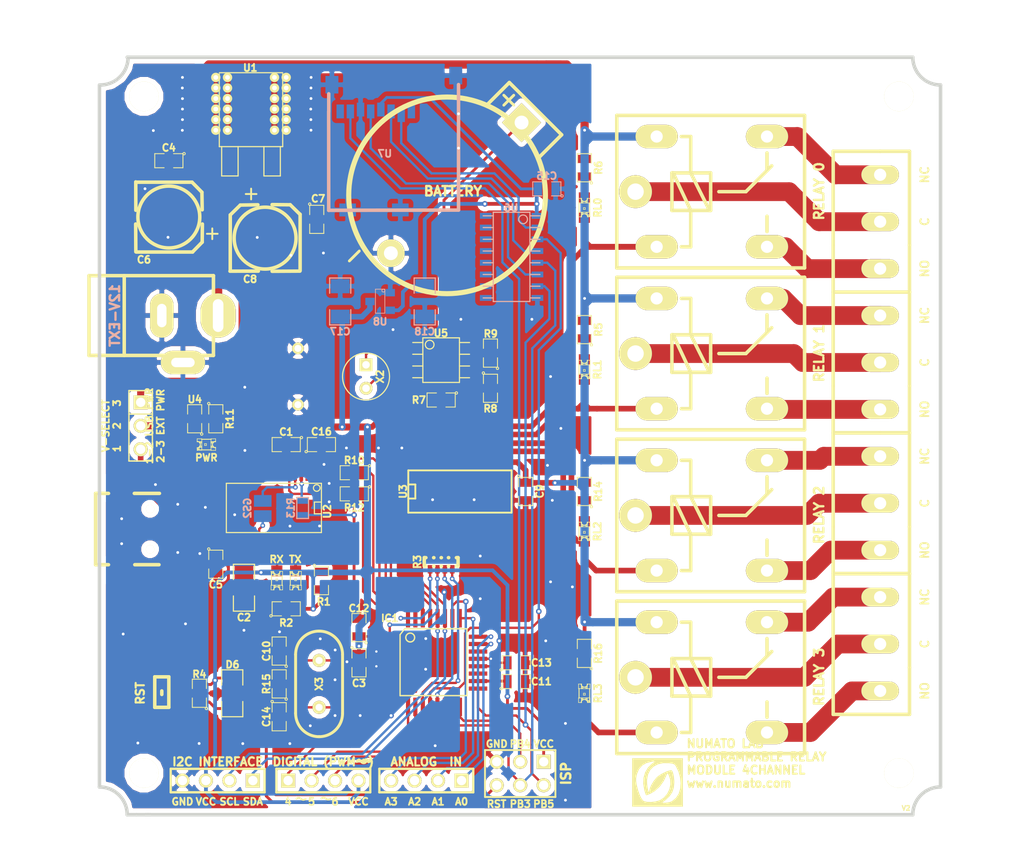
<source format=kicad_pcb>
(kicad_pcb (version 3) (host pcbnew "(2013-05-31 BZR 4019)-stable")
  (layers (15 F.Cu signal) (0 B.Cu signal) (18 B.Paste user) (19 F.Paste user) (20 B.SilkS user) (21 F.SilkS user) (22 B.Mask user) (23 F.Mask user) (28 Edge.Cuts user))
  (net 0 "")
  (net 1 /+12V)
  (net 2 /+5V)
  (net 3 /3V3)
  (net 4 /AREF)
  (net 5 /DTR)
  (net 6 /FT-RX)
  (net 7 /FT-TX)
  (net 8 /PB0)
  (net 9 /PB1)
  (net 10 "/PB1 OUT")
  (net 11 /PB3)
  (net 12 /PB4)
  (net 13 /PB5)
  (net 14 /PC0/ADC0)
  (net 15 /PC1/ADC1)
  (net 16 /PC2/ADC2)
  (net 17 /PC3/ADC3)
  (net 18 /PD2)
  (net 19 "/PD2 OUT")
  (net 20 /PD3)
  (net 21 "/PD3 OUT")
  (net 22 /PD4)
  (net 23 /PD5)
  (net 24 /PD6)
  (net 25 /PD7)
  (net 26 "/PD7 OUT")
  (net 27 /RESET)
  (net 28 /RTS)
  (net 29 /SCL)
  (net 30 /SDA)
  (net 31 /VBAT)
  (net 32 /VBUS)
  (net 33 /VCC)
  (net 34 /X1)
  (net 35 /X2)
  (net 36 GND)
  (net 37 N-000001)
  (net 38 N-00000100)
  (net 39 N-00000101)
  (net 40 N-0000013)
  (net 41 N-0000018)
  (net 42 N-0000019)
  (net 43 N-0000020)
  (net 44 N-0000021)
  (net 45 N-0000023)
  (net 46 N-0000024)
  (net 47 N-0000029)
  (net 48 N-000003)
  (net 49 N-0000030)
  (net 50 N-0000032)
  (net 51 N-000004)
  (net 52 N-0000047)
  (net 53 N-0000049)
  (net 54 N-000005)
  (net 55 N-0000050)
  (net 56 N-0000051)
  (net 57 N-0000052)
  (net 58 N-0000058)
  (net 59 N-0000059)
  (net 60 N-0000060)
  (net 61 N-0000063)
  (net 62 N-0000069)
  (net 63 N-000007)
  (net 64 N-0000075)
  (net 65 N-0000076)
  (net 66 N-0000077)
  (net 67 N-0000078)
  (net 68 N-000008)
  (net 69 N-0000080)
  (net 70 N-0000081)
  (net 71 N-0000082)
  (net 72 N-0000083)
  (net 73 N-0000084)
  (net 74 N-000009)
  (module PIN_ARRAY_4x1 (layer F.Cu) (at 128.2192 127.3048)
    (fp_text reference P4 hide)
    (fp_text value CONN_4 hide)
    (pad 1 thru_hole rect (at -3.81 0) (size 1.524 1.524) (drill 1.016) (layers *.Cu *.Mask F.SilkS) (net 22 /PD4))
    (pad 2 thru_hole circle (at -1.27 0) (size 1.524 1.524) (drill 1.016) (layers *.Cu *.Mask F.SilkS) (net 23 /PD5))
    (pad 3 thru_hole circle (at 1.27 0) (size 1.524 1.524) (drill 1.016) (layers *.Cu *.Mask F.SilkS) (net 24 /PD6))
    (pad 4 thru_hole circle (at 3.81 0) (size 1.524 1.524) (drill 1.016) (layers *.Cu *.Mask F.SilkS) (net 33 /VCC))
  )
  (module NEGATION (layer F.Cu) (at 126.8222 129.4384)
    (fp_text reference NEGATION hide)
    (fp_text value VAL** hide)
  )
  (module NEGATION (layer F.Cu) (at 133.35 125.476)
    (fp_text reference NEGATION hide)
    (fp_text value VAL** hide)
  )
  (module 1pin (layer F.Cu) (at 125.476 80.518)
    (fp_text reference 1PIN hide)
    (fp_text value P*** hide)
    (pad 1 thru_hole circle (at 0 0) (size 1.27 1.27) (drill 0.762) (layers *.Cu *.Mask F.SilkS) (net 36 GND))
  )
  (module 1pin (layer F.Cu) (at 125.476 86.614)
    (fp_text reference 1PIN hide)
    (fp_text value P*** hide)
    (pad 1 thru_hole circle (at 0 0) (size 1.27 1.27) (drill 0.762) (layers *.Cu *.Mask F.SilkS) (net 36 GND))
  )
  (module Con6 (layer F.Cu) (at 117.856 56.896 90)
    (fp_text reference Con6_100mil hide)
    (fp_text value VAL** hide)
    (pad 1 thru_hole circle (at 1.143 0 90) (size 1.016 1.016) (drill 0.508) (layers *.Cu *.Mask F.SilkS) (net 36 GND))
    (pad 1 thru_hole circle (at 2.286 0 90) (size 1.016 1.016) (drill 0.508) (layers *.Cu *.Mask F.SilkS) (net 36 GND))
    (pad 1 thru_hole circle (at 3.429 0 90) (size 1.016 1.016) (drill 0.508) (layers *.Cu *.Mask F.SilkS) (net 36 GND))
    (pad 1 thru_hole circle (at 4.572 0 90) (size 1.016 1.016) (drill 0.508) (layers *.Cu *.Mask F.SilkS) (net 36 GND))
    (pad 1 thru_hole circle (at 5.715 0 90) (size 1.016 1.016) (drill 0.508) (layers *.Cu *.Mask F.SilkS) (net 36 GND))
    (pad 1 thru_hole circle (at 0 0 90) (size 1.016 1.016) (drill 0.508) (layers *.Cu *.Mask F.SilkS) (net 36 GND))
  )
  (module Con6 (layer F.Cu) (at 124.206 56.896 90)
    (fp_text reference Con6_100mil hide)
    (fp_text value VAL** hide)
    (pad 1 thru_hole circle (at 1.143 0 90) (size 1.016 1.016) (drill 0.508) (layers *.Cu *.Mask F.SilkS) (net 36 GND))
    (pad 1 thru_hole circle (at 2.286 0 90) (size 1.016 1.016) (drill 0.508) (layers *.Cu *.Mask F.SilkS) (net 36 GND))
    (pad 1 thru_hole circle (at 3.429 0 90) (size 1.016 1.016) (drill 0.508) (layers *.Cu *.Mask F.SilkS) (net 36 GND))
    (pad 1 thru_hole circle (at 4.572 0 90) (size 1.016 1.016) (drill 0.508) (layers *.Cu *.Mask F.SilkS) (net 36 GND))
    (pad 1 thru_hole circle (at 5.715 0 90) (size 1.016 1.016) (drill 0.508) (layers *.Cu *.Mask F.SilkS) (net 36 GND))
    (pad 1 thru_hole circle (at 0 0 90) (size 1.016 1.016) (drill 0.508) (layers *.Cu *.Mask F.SilkS) (net 36 GND))
  )
  (module Con6 (layer F.Cu) (at 122.936 56.896 90)
    (fp_text reference Con6_100mil hide)
    (fp_text value VAL** hide)
    (pad 1 thru_hole circle (at 1.143 0 90) (size 1.016 1.016) (drill 0.508) (layers *.Cu *.Mask F.SilkS) (net 36 GND))
    (pad 1 thru_hole circle (at 2.286 0 90) (size 1.016 1.016) (drill 0.508) (layers *.Cu *.Mask F.SilkS) (net 36 GND))
    (pad 1 thru_hole circle (at 3.429 0 90) (size 1.016 1.016) (drill 0.508) (layers *.Cu *.Mask F.SilkS) (net 36 GND))
    (pad 1 thru_hole circle (at 4.572 0 90) (size 1.016 1.016) (drill 0.508) (layers *.Cu *.Mask F.SilkS) (net 36 GND))
    (pad 1 thru_hole circle (at 5.715 0 90) (size 1.016 1.016) (drill 0.508) (layers *.Cu *.Mask F.SilkS) (net 36 GND))
    (pad 1 thru_hole circle (at 0 0 90) (size 1.016 1.016) (drill 0.508) (layers *.Cu *.Mask F.SilkS) (net 36 GND))
  )
  (module Con6 (layer F.Cu) (at 116.586 56.896 90)
    (fp_text reference Con6_100mil hide)
    (fp_text value VAL** hide)
    (pad 1 thru_hole circle (at 1.143 0 90) (size 1.016 1.016) (drill 0.508) (layers *.Cu *.Mask F.SilkS) (net 36 GND))
    (pad 1 thru_hole circle (at 2.286 0 90) (size 1.016 1.016) (drill 0.508) (layers *.Cu *.Mask F.SilkS) (net 36 GND))
    (pad 1 thru_hole circle (at 3.429 0 90) (size 1.016 1.016) (drill 0.508) (layers *.Cu *.Mask F.SilkS) (net 36 GND))
    (pad 1 thru_hole circle (at 4.572 0 90) (size 1.016 1.016) (drill 0.508) (layers *.Cu *.Mask F.SilkS) (net 36 GND))
    (pad 1 thru_hole circle (at 5.715 0 90) (size 1.016 1.016) (drill 0.508) (layers *.Cu *.Mask F.SilkS) (net 36 GND))
    (pad 1 thru_hole circle (at 0 0 90) (size 1.016 1.016) (drill 0.508) (layers *.Cu *.Mask F.SilkS) (net 36 GND))
  )
  (module USBMICRO (layer F.Cu) (at 109.474 100.076)
    (fp_text reference J1 hide)
    (fp_text value USB hide)
    (pad 0 smd rect (at -3.048 -4.445) (size 2.4892 1.9812) (layers F.Cu F.Paste F.Mask) (net 36 GND))
    (pad 0 smd rect (at -3.048 4.445) (size 2.4892 1.9812) (layers F.Cu F.Paste F.Mask) (net 36 GND))
    (pad 0 smd rect (at 2.9083 -4.445) (size 3.2766 1.9812) (layers F.Cu F.Paste F.Mask) (net 36 GND))
    (pad 0 smd rect (at 2.9083 4.445) (size 3.2766 1.9812) (layers F.Cu F.Paste F.Mask) (net 36 GND))
    (pad 1 smd rect (at 2.9972 -1.5748) (size 3.0988 0.508) (layers F.Cu F.Paste F.Mask) (net 32 /VBUS))
    (pad 2 smd rect (at 2.9972 -0.7366) (size 3.0988 0.508) (layers F.Cu F.Paste F.Mask) (net 57 N-0000052))
    (pad 3 smd rect (at 2.9972 0) (size 3.0988 0.508) (layers F.Cu F.Paste F.Mask) (net 56 N-0000051))
    (pad 4 smd rect (at 2.9972 0.7366) (size 3.0988 0.508) (layers F.Cu F.Paste F.Mask) (net 36 GND))
    (pad 5 smd rect (at 2.9972 1.5748) (size 3.0988 0.508) (layers F.Cu F.Paste F.Mask) (net 36 GND))
    (pad "" np_thru_hole circle (at 0 -2.1844) (size 0.9144 0.9144) (drill 0.9144) (layers *.Cu *.Mask F.SilkS))
    (pad "" np_thru_hole circle (at 0 2.1844) (size 0.9144 0.9144) (drill 0.9144) (layers *.Cu *.Mask F.SilkS))
  )
  (module Sjumber2 (layer B.Cu) (at 121.666 97.028)
    (fp_text reference GS2 (at -1.651 0.7874 90) (layer B.SilkS) (effects (font (size 0.762 0.762) (thickness 0.1905)) (justify mirror)))
    (fp_text value GS2 hide)
    (pad 1 smd rect (at 0 1.651) (size 1.905 1.27) (layers B.Cu B.Paste B.Mask) (net 49 N-0000030))
    (pad 2 smd rect (at 0 0) (size 1.905 1.27) (layers B.Cu B.Paste B.Mask) (net 33 /VCC))
  )
  (module battery (layer F.Cu) (at 142.24 63.5 225)
    (fp_text reference BT1 hide)
    (fp_text value BATTERY hide)
    (fp_text user - (at 12.500517 2.729998 225) (layer F.SilkS) (effects (font (size 1.99898 1.99898) (thickness 0.3048))))
    (fp_text user + (at -11.243281 2.837761 225) (layer F.SilkS) (effects (font (size 1.99898 1.99898) (thickness 0.3048))))
    (pad 1 thru_hole rect (at -10.50798 0 225) (size 2.99974 2.99974) (drill 1.50114) (layers *.Cu *.Mask F.SilkS) (net 31 /VBAT))
    (pad 2 thru_hole circle (at 9.49198 0 225) (size 2.99974 2.99974) (drill 1.50114) (layers *.Cu *.Mask F.SilkS) (net 36 GND))
  )
  (module TQFP32 (layer F.Cu) (at 140.208 114.554)
    (fp_text reference IC1 (at -4.8006 -4.826) (layer F.SilkS) (effects (font (size 0.762 0.762) (thickness 0.1905))))
    (fp_text value ATMEGA328-NEW hide)
    (pad 8 smd rect (at -4.81584 2.77622) (size 1.99898 0.44958) (layers F.Cu F.Paste F.Mask) (net 38 N-00000100))
    (pad 7 smd rect (at -4.81584 1.97612) (size 1.99898 0.44958) (layers F.Cu F.Paste F.Mask) (net 39 N-00000101))
    (pad 6 smd rect (at -4.81584 1.17602) (size 1.99898 0.44958) (layers F.Cu F.Paste F.Mask) (net 33 /VCC))
    (pad 5 smd rect (at -4.81584 0.37592) (size 1.99898 0.44958) (layers F.Cu F.Paste F.Mask) (net 36 GND))
    (pad 4 smd rect (at -4.81584 -0.42418) (size 1.99898 0.44958) (layers F.Cu F.Paste F.Mask) (net 33 /VCC))
    (pad 3 smd rect (at -4.81584 -1.22428) (size 1.99898 0.44958) (layers F.Cu F.Paste F.Mask) (net 36 GND))
    (pad 2 smd rect (at -4.81584 -2.02438) (size 1.99898 0.44958) (layers F.Cu F.Paste F.Mask) (net 22 /PD4))
    (pad 1 smd rect (at -4.81584 -2.82448) (size 1.99898 0.44958) (layers F.Cu F.Paste F.Mask) (net 40 N-0000013))
    (pad 24 smd rect (at 4.7498 -2.8194) (size 1.99898 0.44958) (layers F.Cu F.Paste F.Mask) (net 15 /PC1/ADC1))
    (pad 17 smd rect (at 4.7498 2.794) (size 1.99898 0.44958) (layers F.Cu F.Paste F.Mask) (net 13 /PB5))
    (pad 18 smd rect (at 4.7498 1.9812) (size 1.99898 0.44958) (layers F.Cu F.Paste F.Mask) (net 33 /VCC))
    (pad 19 smd rect (at 4.7498 1.1684) (size 1.99898 0.44958) (layers F.Cu F.Paste F.Mask))
    (pad 20 smd rect (at 4.7498 0.381) (size 1.99898 0.44958) (layers F.Cu F.Paste F.Mask) (net 4 /AREF))
    (pad 21 smd rect (at 4.7498 -0.4318) (size 1.99898 0.44958) (layers F.Cu F.Paste F.Mask) (net 36 GND))
    (pad 22 smd rect (at 4.7498 -1.2192) (size 1.99898 0.44958) (layers F.Cu F.Paste F.Mask))
    (pad 23 smd rect (at 4.7498 -2.032) (size 1.99898 0.44958) (layers F.Cu F.Paste F.Mask) (net 14 /PC0/ADC0))
    (pad 32 smd rect (at -2.82448 -4.826) (size 0.44958 1.99898) (layers F.Cu F.Paste F.Mask) (net 69 N-0000080))
    (pad 31 smd rect (at -2.02692 -4.826) (size 0.44958 1.99898) (layers F.Cu F.Paste F.Mask) (net 6 /FT-RX))
    (pad 30 smd rect (at -1.22428 -4.826) (size 0.44958 1.99898) (layers F.Cu F.Paste F.Mask) (net 7 /FT-TX))
    (pad 29 smd rect (at -0.42672 -4.826) (size 0.44958 1.99898) (layers F.Cu F.Paste F.Mask) (net 27 /RESET))
    (pad 28 smd rect (at 0.37592 -4.826) (size 0.44958 1.99898) (layers F.Cu F.Paste F.Mask) (net 29 /SCL))
    (pad 27 smd rect (at 1.17348 -4.826) (size 0.44958 1.99898) (layers F.Cu F.Paste F.Mask) (net 30 /SDA))
    (pad 26 smd rect (at 1.97612 -4.826) (size 0.44958 1.99898) (layers F.Cu F.Paste F.Mask) (net 17 /PC3/ADC3))
    (pad 25 smd rect (at 2.77368 -4.826) (size 0.44958 1.99898) (layers F.Cu F.Paste F.Mask) (net 16 /PC2/ADC2))
    (pad 9 smd rect (at -2.8194 4.7752) (size 0.44958 1.99898) (layers F.Cu F.Paste F.Mask) (net 23 /PD5))
    (pad 10 smd rect (at -2.032 4.7752) (size 0.44958 1.99898) (layers F.Cu F.Paste F.Mask) (net 24 /PD6))
    (pad 11 smd rect (at -1.2192 4.7752) (size 0.44958 1.99898) (layers F.Cu F.Paste F.Mask) (net 60 N-0000060))
    (pad 12 smd rect (at -0.4318 4.7752) (size 0.44958 1.99898) (layers F.Cu F.Paste F.Mask) (net 8 /PB0))
    (pad 13 smd rect (at 0.3556 4.7752) (size 0.44958 1.99898) (layers F.Cu F.Paste F.Mask) (net 43 N-0000020))
    (pad 14 smd rect (at 1.1684 4.7752) (size 0.44958 1.99898) (layers F.Cu F.Paste F.Mask))
    (pad 15 smd rect (at 1.9812 4.7752) (size 0.44958 1.99898) (layers F.Cu F.Paste F.Mask) (net 11 /PB3))
    (pad 16 smd rect (at 2.794 4.7752) (size 0.44958 1.99898) (layers F.Cu F.Paste F.Mask) (net 12 /PB4))
  )
  (module MH-3.2MM (layer F.Cu) (at 187.688 53.766)
    (fp_text reference 1PIN hide)
    (fp_text value P*** hide)
    (pad "" np_thru_hole circle (at 2.8067 -0.5293) (size 3.2004 3.2004) (drill 3.2004) (layers *.Cu *.Mask F.SilkS))
  )
  (module MH-3.2MM (layer F.Cu) (at 190.7032 127.8128)
    (fp_text reference 1PIN hide)
    (fp_text value P*** hide)
    (pad "" np_thru_hole circle (at -0.2085 -1.3168) (size 3.2004 3.2004) (drill 3.2004) (layers *.Cu *.Mask F.SilkS))
  )
  (module Switch_SMD (layer F.Cu) (at 110.744 117.856 90)
    (fp_text reference SW1 hide)
    (fp_text value SW_PUSH hide)
    (pad 1 smd rect (at -3.048 0 90) (size 2.4892 1.905) (layers F.Cu F.Paste F.Mask) (net 27 /RESET))
    (pad 2 smd rect (at 3.31978 0 90) (size 2.4892 1.905) (layers F.Cu F.Paste F.Mask) (net 36 GND))
  )
  (module SSOP28 (layer F.Cu) (at 122.936 97.79 180)
    (fp_text reference U2 (at -5.715 -0.381 270) (layer F.SilkS) (effects (font (size 0.762 0.762) (thickness 0.1905))))
    (fp_text value FT232RLNEW hide)
    (pad 1 smd rect (at -4.191 3.556 180) (size 0.4064 1.27) (layers F.Cu F.Paste F.Mask) (net 46 N-0000024))
    (pad 2 smd rect (at -3.556 3.556 180) (size 0.4064 1.27) (layers F.Cu F.Paste F.Mask) (net 5 /DTR))
    (pad 3 smd rect (at -2.8956 3.556 180) (size 0.4064 1.27) (layers F.Cu F.Paste F.Mask) (net 28 /RTS))
    (pad 4 smd rect (at -2.2352 3.556 180) (size 0.4064 1.27) (layers F.Cu F.Paste F.Mask) (net 33 /VCC))
    (pad 5 smd rect (at -1.6002 3.556 180) (size 0.4064 1.27) (layers F.Cu F.Paste F.Mask) (net 45 N-0000023))
    (pad 6 smd rect (at -0.9398 3.556 180) (size 0.4064 1.27) (layers F.Cu F.Paste F.Mask))
    (pad 7 smd rect (at -0.2794 3.556 180) (size 0.4064 1.27) (layers F.Cu F.Paste F.Mask) (net 36 GND))
    (pad 8 smd rect (at 0.3556 3.556 180) (size 0.4064 1.27) (layers F.Cu F.Paste F.Mask))
    (pad 9 smd rect (at 1.016 3.556 180) (size 0.4064 1.27) (layers F.Cu F.Paste F.Mask))
    (pad 10 smd rect (at 1.651 3.556 180) (size 0.4064 1.27) (layers F.Cu F.Paste F.Mask))
    (pad 11 smd rect (at 2.3114 3.556 180) (size 0.4064 1.27) (layers F.Cu F.Paste F.Mask))
    (pad 12 smd rect (at 2.9718 3.556 180) (size 0.4064 1.27) (layers F.Cu F.Paste F.Mask))
    (pad 13 smd rect (at 3.6068 3.556 180) (size 0.4064 1.27) (layers F.Cu F.Paste F.Mask))
    (pad 14 smd rect (at 4.2672 3.556 180) (size 0.4064 1.27) (layers F.Cu F.Paste F.Mask))
    (pad 15 smd rect (at 4.2672 -3.556 180) (size 0.4064 1.27) (layers F.Cu F.Paste F.Mask) (net 56 N-0000051))
    (pad 16 smd rect (at 3.6068 -3.556 180) (size 0.4064 1.27) (layers F.Cu F.Paste F.Mask) (net 57 N-0000052))
    (pad 17 smd rect (at 2.9972 -3.556 180) (size 0.4064 1.27) (layers F.Cu F.Paste F.Mask) (net 70 N-0000081))
    (pad 18 smd rect (at 2.3114 -3.556 180) (size 0.4064 1.27) (layers F.Cu F.Paste F.Mask) (net 36 GND))
    (pad 19 smd rect (at 1.651 -3.556 180) (size 0.4064 1.27) (layers F.Cu F.Paste F.Mask) (net 49 N-0000030))
    (pad 20 smd rect (at 1.016 -3.556 180) (size 0.4064 1.27) (layers F.Cu F.Paste F.Mask) (net 33 /VCC))
    (pad 21 smd rect (at 0.3556 -3.556 180) (size 0.4064 1.27) (layers F.Cu F.Paste F.Mask) (net 36 GND))
    (pad 22 smd rect (at -0.2794 -3.556 180) (size 0.4064 1.27) (layers F.Cu F.Paste F.Mask) (net 53 N-0000049))
    (pad 23 smd rect (at -0.9398 -3.556 180) (size 0.4064 1.27) (layers F.Cu F.Paste F.Mask) (net 55 N-0000050))
    (pad 24 smd rect (at -1.6002 -3.556 180) (size 0.4064 1.27) (layers F.Cu F.Paste F.Mask))
    (pad 25 smd rect (at -2.2352 -3.556 180) (size 0.4064 1.27) (layers F.Cu F.Paste F.Mask) (net 36 GND))
    (pad 26 smd rect (at -2.8956 -3.556 180) (size 0.4064 1.27) (layers F.Cu F.Paste F.Mask) (net 36 GND))
    (pad 27 smd rect (at -3.556 -3.556 180) (size 0.4064 1.27) (layers F.Cu F.Paste F.Mask))
    (pad 28 smd rect (at -4.191 -3.556 180) (size 0.4064 1.27) (layers F.Cu F.Paste F.Mask))
  )
  (module SO16N (layer F.Cu) (at 143.002 96.012)
    (fp_text reference U3 (at -6.1468 0 90) (layer F.SilkS) (effects (font (size 0.762 0.762) (thickness 0.1905))))
    (fp_text value ULN2003 hide)
    (pad 16 smd rect (at -4.445 -3.175) (size 0.508 1.143) (layers F.Cu F.Paste F.Mask) (net 19 "/PD2 OUT"))
    (pad 14 smd rect (at -1.905 -3.175) (size 0.508 1.143) (layers F.Cu F.Paste F.Mask) (net 10 "/PB1 OUT"))
    (pad 13 smd rect (at -0.635 -3.175) (size 0.508 1.143) (layers F.Cu F.Paste F.Mask) (net 26 "/PD7 OUT"))
    (pad 12 smd rect (at 0.635 -3.175) (size 0.508 1.143) (layers F.Cu F.Paste F.Mask))
    (pad 11 smd rect (at 1.905 -3.175) (size 0.508 1.143) (layers F.Cu F.Paste F.Mask))
    (pad 10 smd rect (at 3.175 -3.175) (size 0.508 1.143) (layers F.Cu F.Paste F.Mask))
    (pad 9 smd rect (at 4.445 -3.175) (size 0.508 1.143) (layers F.Cu F.Paste F.Mask) (net 1 /+12V))
    (pad 8 smd rect (at 4.445 3.175) (size 0.508 1.143) (layers F.Cu F.Paste F.Mask) (net 36 GND))
    (pad 7 smd rect (at 3.175 3.175) (size 0.508 1.143) (layers F.Cu F.Paste F.Mask))
    (pad 6 smd rect (at 1.905 3.175) (size 0.508 1.143) (layers F.Cu F.Paste F.Mask))
    (pad 5 smd rect (at 0.635 3.175) (size 0.508 1.143) (layers F.Cu F.Paste F.Mask))
    (pad 4 smd rect (at -0.635 3.175) (size 0.508 1.143) (layers F.Cu F.Paste F.Mask) (net 25 /PD7))
    (pad 3 smd rect (at -1.905 3.175) (size 0.508 1.143) (layers F.Cu F.Paste F.Mask) (net 9 /PB1))
    (pad 2 smd rect (at -3.175 3.175) (size 0.508 1.143) (layers F.Cu F.Paste F.Mask) (net 20 /PD3))
    (pad 1 smd rect (at -4.445 3.175) (size 0.508 1.143) (layers F.Cu F.Paste F.Mask) (net 18 /PD2))
    (pad 15 smd rect (at -3.175 -3.175) (size 0.508 1.143) (layers F.Cu F.Paste F.Mask) (net 21 "/PD3 OUT"))
  )
  (module so-8 (layer F.Cu) (at 140.97 81.788 270)
    (fp_text reference U5 (at -2.921 0.0254 360) (layer F.SilkS) (effects (font (size 0.762 0.762) (thickness 0.1905))))
    (fp_text value DS1307 hide)
    (pad 1 smd rect (at -1.905 2.794 270) (size 0.635 1.27) (layers F.Cu F.Paste F.Mask) (net 34 /X1))
    (pad 2 smd rect (at -0.635 2.794 270) (size 0.635 1.27) (layers F.Cu F.Paste F.Mask) (net 35 /X2))
    (pad 3 smd rect (at 0.635 2.794 270) (size 0.635 1.27) (layers F.Cu F.Paste F.Mask) (net 31 /VBAT))
    (pad 4 smd rect (at 1.905 2.794 270) (size 0.635 1.27) (layers F.Cu F.Paste F.Mask) (net 36 GND))
    (pad 5 smd rect (at 1.905 -2.794 270) (size 0.635 1.27) (layers F.Cu F.Paste F.Mask) (net 30 /SDA))
    (pad 6 smd rect (at 0.635 -2.794 270) (size 0.635 1.27) (layers F.Cu F.Paste F.Mask) (net 29 /SCL))
    (pad 7 smd rect (at -0.635 -2.794 270) (size 0.635 1.27) (layers F.Cu F.Paste F.Mask) (net 64 N-0000075))
    (pad 8 smd rect (at -1.905 -2.794 270) (size 0.635 1.27) (layers F.Cu F.Paste F.Mask) (net 33 /VCC))
  )
  (module SMD_CAP_ELECT_1 (layer F.Cu) (at 121.92 68.58 270)
    (fp_text reference C8 (at 4.445 1.6256 360) (layer F.SilkS) (effects (font (size 0.762 0.762) (thickness 0.1905))))
    (fp_text value 47mfd hide)
    (fp_text user + (at -4.7752 1.6256 270) (layer F.SilkS) (effects (font (size 1.524 1.524) (thickness 0.2032))))
    (pad 1 smd rect (at -3.0226 0 270) (size 3.429 1.143) (layers F.Cu F.Paste F.Mask) (net 2 /+5V))
    (pad 2 smd rect (at 3.0226 0 270) (size 3.429 1.143) (layers F.Cu F.Paste F.Mask) (net 36 GND))
  )
  (module SMD_CAP_ELECT_1 (layer F.Cu) (at 111.506 66.294 180)
    (fp_text reference C6 (at 2.6924 -4.6228 180) (layer F.SilkS) (effects (font (size 0.762 0.762) (thickness 0.1905))))
    (fp_text value 47mfd hide)
    (fp_text user + (at -4.699 -1.7018 180) (layer F.SilkS) (effects (font (size 1.524 1.524) (thickness 0.2032))))
    (pad 1 smd rect (at -3.0226 0 180) (size 3.429 1.143) (layers F.Cu F.Paste F.Mask) (net 1 /+12V))
    (pad 2 smd rect (at 3.0226 0 180) (size 3.429 1.143) (layers F.Cu F.Paste F.Mask) (net 36 GND))
  )
  (module SM1206 (layer F.Cu) (at 119.634 106.426 270)
    (fp_text reference C2 (at 3.2258 0 360) (layer F.SilkS) (effects (font (size 0.762 0.762) (thickness 0.1905))))
    (fp_text value 10uF hide)
    (pad 1 smd rect (at -1.651 0 270) (size 1.524 2.032) (layers F.Cu F.Paste F.Mask) (net 33 /VCC))
    (pad 2 smd rect (at 1.651 0 270) (size 1.524 2.032) (layers F.Cu F.Paste F.Mask) (net 36 GND))
  )
  (module SM1206 (layer F.Cu) (at 118.364 117.856 90)
    (fp_text reference D6 (at 3.0988 0.0254 180) (layer F.SilkS) (effects (font (size 0.762 0.762) (thickness 0.1905))))
    (fp_text value DIODE hide)
    (pad 1 smd rect (at -1.651 0 90) (size 1.524 2.032) (layers F.Cu F.Paste F.Mask) (net 27 /RESET))
    (pad 2 smd rect (at 1.651 0 90) (size 1.524 2.032) (layers F.Cu F.Paste F.Mask) (net 33 /VCC))
  )
  (module SM0805 (layer F.Cu) (at 156.464 60.96 90)
    (fp_text reference R6 (at 0 1.524 90) (layer F.SilkS) (effects (font (size 0.762 0.762) (thickness 0.1905))))
    (fp_text value 2K2 hide)
    (pad 1 smd rect (at -0.9525 0 90) (size 0.889 1.397) (layers F.Cu F.Paste F.Mask) (net 62 N-0000069))
    (pad 2 smd rect (at 0.9525 0 90) (size 0.889 1.397) (layers F.Cu F.Paste F.Mask) (net 1 /+12V))
  )
  (module SM0805 (layer F.Cu) (at 116.586 103.886 270)
    (fp_text reference C5 (at 2.2098 0 360) (layer F.SilkS) (effects (font (size 0.762 0.762) (thickness 0.1905))))
    (fp_text value 0.1uF hide)
    (pad 1 smd rect (at -0.9525 0 270) (size 0.889 1.397) (layers F.Cu F.Paste F.Mask) (net 70 N-0000081))
    (pad 2 smd rect (at 0.9525 0 270) (size 0.889 1.397) (layers F.Cu F.Paste F.Mask) (net 36 GND))
  )
  (module SM0805 (layer F.Cu) (at 150.114 96.012 270)
    (fp_text reference C9 (at -0.0127 -1.5367 270) (layer F.SilkS) (effects (font (size 0.762 0.762) (thickness 0.1905))))
    (fp_text value 0.1uF hide)
    (pad 1 smd rect (at -0.9525 0 270) (size 0.889 1.397) (layers F.Cu F.Paste F.Mask) (net 1 /+12V))
    (pad 2 smd rect (at 0.9525 0 270) (size 0.889 1.397) (layers F.Cu F.Paste F.Mask) (net 36 GND))
  )
  (module SM0805 (layer F.Cu) (at 114.808 117.856 90)
    (fp_text reference R4 (at 2.0574 0 180) (layer F.SilkS) (effects (font (size 0.762 0.762) (thickness 0.1905))))
    (fp_text value 10k hide)
    (pad 1 smd rect (at -0.9525 0 90) (size 0.889 1.397) (layers F.Cu F.Paste F.Mask) (net 27 /RESET))
    (pad 2 smd rect (at 0.9525 0 90) (size 0.889 1.397) (layers F.Cu F.Paste F.Mask) (net 33 /VCC))
  )
  (module SM0805 (layer F.Cu) (at 123.444 120.396 270)
    (fp_text reference C14 (at 0 1.3716 270) (layer F.SilkS) (effects (font (size 0.762 0.762) (thickness 0.1905))))
    (fp_text value 22PF hide)
    (pad 1 smd rect (at -0.9525 0 270) (size 0.889 1.397) (layers F.Cu F.Paste F.Mask) (net 38 N-00000100))
    (pad 2 smd rect (at 0.9525 0 270) (size 0.889 1.397) (layers F.Cu F.Paste F.Mask) (net 36 GND))
  )
  (module SM0805 (layer F.Cu) (at 156.464 78.486 90)
    (fp_text reference R5 (at 0 1.524 90) (layer F.SilkS) (effects (font (size 0.762 0.762) (thickness 0.1905))))
    (fp_text value 2K2 hide)
    (pad 1 smd rect (at -0.9525 0 90) (size 0.889 1.397) (layers F.Cu F.Paste F.Mask) (net 50 N-0000032))
    (pad 2 smd rect (at 0.9525 0 90) (size 0.889 1.397) (layers F.Cu F.Paste F.Mask) (net 1 /+12V))
  )
  (module SM0805 (layer F.Cu) (at 114.3 88.138 90)
    (fp_text reference U4 (at 2.10058 0.01524 180) (layer F.SilkS) (effects (font (size 0.762 0.762) (thickness 0.1905))))
    (fp_text value FERRITE hide)
    (pad 1 smd rect (at -0.9525 0 90) (size 0.889 1.397) (layers F.Cu F.Paste F.Mask) (net 61 N-0000063))
    (pad 2 smd rect (at 0.9525 0 90) (size 0.889 1.397) (layers F.Cu F.Paste F.Mask) (net 33 /VCC))
  )
  (module SM0805 (layer F.Cu) (at 140.97 86.106 180)
    (fp_text reference R7 (at 2.413 0 180) (layer F.SilkS) (effects (font (size 0.762 0.762) (thickness 0.1905))))
    (fp_text value 10k hide)
    (pad 1 smd rect (at -0.9525 0 180) (size 0.889 1.397) (layers F.Cu F.Paste F.Mask) (net 30 /SDA))
    (pad 2 smd rect (at 0.9525 0 180) (size 0.889 1.397) (layers F.Cu F.Paste F.Mask) (net 33 /VCC))
  )
  (module SM0805 (layer F.Cu) (at 146.304 84.836 270)
    (fp_text reference R8 (at 2.2098 0 360) (layer F.SilkS) (effects (font (size 0.762 0.762) (thickness 0.1905))))
    (fp_text value 10k hide)
    (pad 1 smd rect (at -0.9525 0 270) (size 0.889 1.397) (layers F.Cu F.Paste F.Mask) (net 29 /SCL))
    (pad 2 smd rect (at 0.9525 0 270) (size 0.889 1.397) (layers F.Cu F.Paste F.Mask) (net 33 /VCC))
  )
  (module SM0805 (layer F.Cu) (at 146.304 81.026 90)
    (fp_text reference R9 (at 2.0828 0.0254 180) (layer F.SilkS) (effects (font (size 0.762 0.762) (thickness 0.1905))))
    (fp_text value 4K7 hide)
    (pad 1 smd rect (at -0.9525 0 90) (size 0.889 1.397) (layers F.Cu F.Paste F.Mask) (net 64 N-0000075))
    (pad 2 smd rect (at 0.9525 0 90) (size 0.889 1.397) (layers F.Cu F.Paste F.Mask) (net 33 /VCC))
  )
  (module SM0805 (layer F.Cu) (at 123.444 113.284 90)
    (fp_text reference C10 (at 0 -1.3716 90) (layer F.SilkS) (effects (font (size 0.762 0.762) (thickness 0.1905))))
    (fp_text value 22PF hide)
    (pad 1 smd rect (at -0.9525 0 90) (size 0.889 1.397) (layers F.Cu F.Paste F.Mask) (net 39 N-00000101))
    (pad 2 smd rect (at 0.9525 0 90) (size 0.889 1.397) (layers F.Cu F.Paste F.Mask) (net 36 GND))
  )
  (module SM0805 (layer F.Cu) (at 132.08 110.744 90)
    (fp_text reference C12 (at 2.0828 0 180) (layer F.SilkS) (effects (font (size 0.762 0.762) (thickness 0.1905))))
    (fp_text value 0.1uF hide)
    (pad 1 smd rect (at -0.9525 0 90) (size 0.889 1.397) (layers F.Cu F.Paste F.Mask) (net 33 /VCC))
    (pad 2 smd rect (at 0.9525 0 90) (size 0.889 1.397) (layers F.Cu F.Paste F.Mask) (net 36 GND))
  )
  (module SM0805 (layer F.Cu) (at 124.206 90.932 180)
    (fp_text reference C1 (at 0 1.3716 180) (layer F.SilkS) (effects (font (size 0.762 0.762) (thickness 0.1905))))
    (fp_text value 0.1uF hide)
    (pad 1 smd rect (at -0.9525 0 180) (size 0.889 1.397) (layers F.Cu F.Paste F.Mask) (net 33 /VCC))
    (pad 2 smd rect (at 0.9525 0 180) (size 0.889 1.397) (layers F.Cu F.Paste F.Mask) (net 36 GND))
  )
  (module SM0805 (layer F.Cu) (at 116.586 88.138 270)
    (fp_text reference R11 (at 0 -1.524 270) (layer F.SilkS) (effects (font (size 0.762 0.762) (thickness 0.1905))))
    (fp_text value 1K hide)
    (pad 1 smd rect (at -0.9525 0 270) (size 0.889 1.397) (layers F.Cu F.Paste F.Mask) (net 33 /VCC))
    (pad 2 smd rect (at 0.9525 0 270) (size 0.889 1.397) (layers F.Cu F.Paste F.Mask) (net 52 N-0000047))
  )
  (module SM0805 (layer F.Cu) (at 149.098 114.554)
    (fp_text reference C13 (at 2.7178 0) (layer F.SilkS) (effects (font (size 0.762 0.762) (thickness 0.1905))))
    (fp_text value 0.01uF hide)
    (pad 1 smd rect (at -0.9525 0) (size 0.889 1.397) (layers F.Cu F.Paste F.Mask) (net 4 /AREF))
    (pad 2 smd rect (at 0.9525 0) (size 0.889 1.397) (layers F.Cu F.Paste F.Mask) (net 36 GND))
  )
  (module SM0805 (layer F.Cu) (at 127.508 66.548 270)
    (fp_text reference C7 (at -2.2352 -0.1524 360) (layer F.SilkS) (effects (font (size 0.762 0.762) (thickness 0.1905))))
    (fp_text value 0.1uF hide)
    (pad 1 smd rect (at -0.9525 0 270) (size 0.889 1.397) (layers F.Cu F.Paste F.Mask) (net 2 /+5V))
    (pad 2 smd rect (at 0.9525 0 270) (size 0.889 1.397) (layers F.Cu F.Paste F.Mask) (net 36 GND))
  )
  (module SM0805 (layer F.Cu) (at 111.506 60.198 180)
    (fp_text reference C4 (at 0 1.397 180) (layer F.SilkS) (effects (font (size 0.762 0.762) (thickness 0.1905))))
    (fp_text value 0.1uF hide)
    (pad 1 smd rect (at -0.9525 0 180) (size 0.889 1.397) (layers F.Cu F.Paste F.Mask) (net 1 /+12V))
    (pad 2 smd rect (at 0.9525 0 180) (size 0.889 1.397) (layers F.Cu F.Paste F.Mask) (net 36 GND))
  )
  (module SM0805 (layer F.Cu) (at 128.016 105.664 270)
    (fp_text reference R1 (at 2.286 -0.254 360) (layer F.SilkS) (effects (font (size 0.762 0.762) (thickness 0.1905))))
    (fp_text value 1K hide)
    (pad 1 smd rect (at -0.9525 0 270) (size 0.889 1.397) (layers F.Cu F.Paste F.Mask) (net 41 N-0000018))
    (pad 2 smd rect (at 0.9525 0 270) (size 0.889 1.397) (layers F.Cu F.Paste F.Mask) (net 33 /VCC))
  )
  (module SM0805 (layer F.Cu) (at 124.206 108.712)
    (fp_text reference R2 (at 0 1.524) (layer F.SilkS) (effects (font (size 0.762 0.762) (thickness 0.1905))))
    (fp_text value 1K hide)
    (pad 1 smd rect (at -0.9525 0) (size 0.889 1.397) (layers F.Cu F.Paste F.Mask) (net 42 N-0000019))
    (pad 2 smd rect (at 0.9525 0) (size 0.889 1.397) (layers F.Cu F.Paste F.Mask) (net 33 /VCC))
  )
  (module SM0805 (layer F.Cu) (at 149.098 116.586)
    (fp_text reference C11 (at 2.7178 0) (layer F.SilkS) (effects (font (size 0.762 0.762) (thickness 0.1905))))
    (fp_text value 0.1uF hide)
    (pad 1 smd rect (at -0.9525 0) (size 0.889 1.397) (layers F.Cu F.Paste F.Mask) (net 33 /VCC))
    (pad 2 smd rect (at 0.9525 0) (size 0.889 1.397) (layers F.Cu F.Paste F.Mask) (net 36 GND))
  )
  (module ScrewTerm3 (layer F.Cu) (at 188.468 76.962 270)
    (fp_text reference K1 hide)
    (fp_text value CONN_3 hide)
    (pad 1 thru_hole oval (at 0 0 270) (size 2.032 4.064) (drill 1.3208) (layers *.Cu *.Mask F.SilkS) (net 73 N-0000084))
    (pad 2 thru_hole oval (at 5.08 0 270) (size 2.032 4.064) (drill 1.3208) (layers *.Cu *.Mask F.SilkS) (net 72 N-0000083))
    (pad 3 thru_hole oval (at 10.16 0 270) (size 2.032 4.064) (drill 1.3208) (layers *.Cu *.Mask F.SilkS) (net 71 N-0000082))
  )
  (module ScrewTerm3 (layer F.Cu) (at 188.468 61.722 270)
    (fp_text reference K2 hide)
    (fp_text value CONN_3 hide)
    (pad 1 thru_hole oval (at 0 0 270) (size 2.032 4.064) (drill 1.3208) (layers *.Cu *.Mask F.SilkS) (net 66 N-0000077))
    (pad 2 thru_hole oval (at 5.08 0 270) (size 2.032 4.064) (drill 1.3208) (layers *.Cu *.Mask F.SilkS) (net 65 N-0000076))
    (pad 3 thru_hole oval (at 10.16 0 270) (size 2.032 4.064) (drill 1.3208) (layers *.Cu *.Mask F.SilkS) (net 67 N-0000078))
  )
  (module RES_NET4 (layer F.Cu) (at 140.97 103.632 180)
    (fp_text reference R3 (at 2.5654 0 270) (layer F.SilkS) (effects (font (size 0.762 0.762) (thickness 0.1905))))
    (fp_text value 2k2 hide)
    (pad 1 smd rect (at -1.19888 -0.79756 180) (size 0.508 0.9144) (layers F.Cu F.Paste F.Mask) (net 60 N-0000060))
    (pad 2 smd rect (at -1.19888 0.79756 180) (size 0.508 0.9144) (layers F.Cu F.Paste F.Mask) (net 25 /PD7))
    (pad 3 smd rect (at -0.39878 -0.79756 180) (size 0.508 0.9144) (layers F.Cu F.Paste F.Mask) (net 43 N-0000020))
    (pad 4 smd rect (at -0.39878 0.79756 180) (size 0.508 0.9144) (layers F.Cu F.Paste F.Mask) (net 9 /PB1))
    (pad 5 smd rect (at 0.39878 -0.79756 180) (size 0.508 0.9144) (layers F.Cu F.Paste F.Mask) (net 40 N-0000013))
    (pad 6 smd rect (at 0.39878 0.79756 180) (size 0.508 0.9144) (layers F.Cu F.Paste F.Mask) (net 20 /PD3))
    (pad 7 smd rect (at 1.19888 -0.79756 180) (size 0.508 0.9144) (layers F.Cu F.Paste F.Mask) (net 69 N-0000080))
    (pad 8 smd rect (at 1.19888 0.79756 180) (size 0.508 0.9144) (layers F.Cu F.Paste F.Mask) (net 18 /PD2))
  )
  (module RelaySugarCube (layer F.Cu) (at 170.1292 81.0768)
    (fp_text reference RL1 hide)
    (fp_text value RELAY hide)
    (pad 3 thru_hole circle (at -8.128 0) (size 3.556 3.556) (drill 1.778) (layers *.Cu *.Mask F.SilkS) (net 72 N-0000083))
    (pad 1 thru_hole oval (at -5.842 -5.969) (size 4.572 2.54) (drill 1.3208) (layers *.Cu *.Mask F.SilkS) (net 1 /+12V))
    (pad 2 thru_hole oval (at -5.842 5.969) (size 4.572 2.54) (drill 1.3208) (layers *.Cu *.Mask F.SilkS) (net 21 "/PD3 OUT"))
    (pad 5 thru_hole oval (at 6.096 5.969) (size 4.572 2.54) (drill 1.3208) (layers *.Cu *.Mask F.SilkS) (net 71 N-0000082))
    (pad 4 thru_hole oval (at 6.096 -5.969) (size 4.572 2.54) (drill 1.3208) (layers *.Cu *.Mask F.SilkS) (net 73 N-0000084))
  )
  (module RelaySugarCube (layer F.Cu) (at 170.1292 63.5508)
    (fp_text reference RL2 hide)
    (fp_text value RELAY hide)
    (pad 3 thru_hole circle (at -8.128 0) (size 3.556 3.556) (drill 1.778) (layers *.Cu *.Mask F.SilkS) (net 65 N-0000076))
    (pad 1 thru_hole oval (at -5.842 -5.969) (size 4.572 2.54) (drill 1.3208) (layers *.Cu *.Mask F.SilkS) (net 1 /+12V))
    (pad 2 thru_hole oval (at -5.842 5.969) (size 4.572 2.54) (drill 1.3208) (layers *.Cu *.Mask F.SilkS) (net 19 "/PD2 OUT"))
    (pad 5 thru_hole oval (at 6.096 5.969) (size 4.572 2.54) (drill 1.3208) (layers *.Cu *.Mask F.SilkS) (net 67 N-0000078))
    (pad 4 thru_hole oval (at 6.096 -5.969) (size 4.572 2.54) (drill 1.3208) (layers *.Cu *.Mask F.SilkS) (net 66 N-0000077))
  )
  (module PIN_ARRAY_4x1 (layer F.Cu) (at 116.7892 127.3048 180)
    (fp_text reference P2 hide)
    (fp_text value CONN_4 hide)
    (pad 1 thru_hole rect (at -3.81 0 180) (size 1.524 1.524) (drill 1.016) (layers *.Cu *.Mask F.SilkS) (net 30 /SDA))
    (pad 2 thru_hole circle (at -1.27 0 180) (size 1.524 1.524) (drill 1.016) (layers *.Cu *.Mask F.SilkS) (net 29 /SCL))
    (pad 3 thru_hole circle (at 1.27 0 180) (size 1.524 1.524) (drill 1.016) (layers *.Cu *.Mask F.SilkS) (net 33 /VCC))
    (pad 4 thru_hole circle (at 3.81 0 180) (size 1.524 1.524) (drill 1.016) (layers *.Cu *.Mask F.SilkS) (net 36 GND))
  )
  (module PIN_ARRAY_4x1 (layer F.Cu) (at 139.3632 127.3048 180)
    (fp_text reference P5 hide)
    (fp_text value CONN_4 hide)
    (pad 1 thru_hole rect (at -3.81 0 180) (size 1.524 1.524) (drill 1.016) (layers *.Cu *.Mask F.SilkS) (net 14 /PC0/ADC0))
    (pad 2 thru_hole circle (at -1.27 0 180) (size 1.524 1.524) (drill 1.016) (layers *.Cu *.Mask F.SilkS) (net 15 /PC1/ADC1))
    (pad 3 thru_hole circle (at 1.27 0 180) (size 1.524 1.524) (drill 1.016) (layers *.Cu *.Mask F.SilkS) (net 16 /PC2/ADC2))
    (pad 4 thru_hole circle (at 3.81 0 180) (size 1.524 1.524) (drill 1.016) (layers *.Cu *.Mask F.SilkS) (net 17 /PC3/ADC3))
  )
  (module PIN_ARRAY_3X1 (layer F.Cu) (at 108.458 88.9 270)
    (fp_text reference GS1 hide)
    (fp_text value GS3 hide)
    (pad 1 thru_hole rect (at -2.54 0 270) (size 1.524 1.524) (drill 1.016) (layers *.Cu *.Mask F.SilkS) (net 2 /+5V))
    (pad 2 thru_hole circle (at 0 0 270) (size 1.524 1.524) (drill 1.016) (layers *.Cu *.Mask F.SilkS) (net 61 N-0000063))
    (pad 3 thru_hole circle (at 2.54 0 270) (size 1.524 1.524) (drill 1.016) (layers *.Cu *.Mask F.SilkS) (net 32 /VBUS))
  )
  (module JACK_ALIM (layer F.Cu) (at 110.744 76.962)
    (fp_text reference J2 hide)
    (fp_text value JACK_2P hide)
    (pad 2 thru_hole oval (at 0 0) (size 2.54 4.8006) (drill oval 1.016 2.54) (layers *.Cu *.Mask F.SilkS) (net 36 GND))
    (pad 1 thru_hole oval (at 6.096 0) (size 3.81 4.8006) (drill oval 1.143 3.556) (layers *.Cu *.Mask F.SilkS) (net 1 /+12V))
    (pad 3 thru_hole oval (at 2.286 5.08) (size 4.8006 2.54) (drill oval 2.54 1.016) (layers *.Cu *.Mask F.SilkS) (net 36 GND))
  )
  (module HC-49V (layer F.Cu) (at 127.762 116.84 90)
    (fp_text reference X3 (at 0 0 90) (layer F.SilkS) (effects (font (size 0.762 0.762) (thickness 0.1905))))
    (fp_text value "16Mhz CRYSTAL" hide)
    (pad 1 thru_hole circle (at -2.54 0 90) (size 1.4224 1.4224) (drill 0.762) (layers *.Cu *.Mask F.SilkS) (net 38 N-00000100))
    (pad 2 thru_hole circle (at 2.54 0 90) (size 1.4224 1.4224) (drill 0.762) (layers *.Cu *.Mask F.SilkS) (net 39 N-00000101))
  )
  (module DPAK2 (layer F.Cu) (at 120.396 60.198)
    (fp_text reference U1 (at -0.0762 -10.0584) (layer F.SilkS) (effects (font (size 0.762 0.762) (thickness 0.1905))))
    (fp_text value 7805_N hide)
    (pad 1 smd rect (at -2.286 0) (size 1.651 3.048) (layers F.Cu F.Paste F.Mask) (net 1 /+12V))
    (pad 2 smd rect (at 0 -6.35) (size 6.096 6.096) (layers F.Cu F.Paste F.Mask) (net 36 GND))
    (pad 3 smd rect (at 2.286 0) (size 1.651 3.048) (layers F.Cu F.Paste F.Mask) (net 2 /+5V))
  )
  (module C1V5 (layer F.Cu) (at 132.842 83.566 270)
    (fp_text reference X2 (at 0 -1.524 270) (layer F.SilkS) (effects (font (size 0.762 0.762) (thickness 0.1905))))
    (fp_text value CRYSTAL hide)
    (pad 1 thru_hole rect (at -1.27 0 270) (size 1.397 1.397) (drill 0.8128) (layers *.Cu *.Mask F.SilkS) (net 34 /X1))
    (pad 2 thru_hole circle (at 1.27 0 270) (size 1.397 1.397) (drill 0.8128) (layers *.Cu *.Mask F.SilkS) (net 35 /X2))
  )
  (module SM0805 (layer F.Cu) (at 132.08 114.554 270)
    (fp_text reference C3 (at 2.2098 0 360) (layer F.SilkS) (effects (font (size 0.762 0.762) (thickness 0.1905))))
    (fp_text value 0.1uF hide)
    (pad 1 smd rect (at -0.9525 0 270) (size 0.889 1.397) (layers F.Cu F.Paste F.Mask) (net 33 /VCC))
    (pad 2 smd rect (at 0.9525 0 270) (size 0.889 1.397) (layers F.Cu F.Paste F.Mask) (net 36 GND))
  )
  (module so-16 (layer B.Cu) (at 148.59 70.612 270)
    (fp_text reference U6 (at -5.3086 0.0508 360) (layer B.SilkS) (effects (font (size 0.762 0.762) (thickness 0.1905)) (justify mirror)))
    (fp_text value 74HC4050 hide)
    (pad 1 smd rect (at -4.445 -2.794 270) (size 0.635 1.27) (layers B.Cu B.Paste B.Mask) (net 3 /3V3))
    (pad 2 smd rect (at -3.175 -2.794 270) (size 0.635 1.27) (layers B.Cu B.Paste B.Mask) (net 47 N-0000029))
    (pad 3 smd rect (at -1.905 -2.794 270) (size 0.635 1.27) (layers B.Cu B.Paste B.Mask) (net 8 /PB0))
    (pad 4 smd rect (at -0.635 -2.794 270) (size 0.635 1.27) (layers B.Cu B.Paste B.Mask) (net 58 N-0000058))
    (pad 5 smd rect (at 0.635 -2.794 270) (size 0.635 1.27) (layers B.Cu B.Paste B.Mask) (net 11 /PB3))
    (pad 6 smd rect (at 1.905 -2.794 270) (size 0.635 1.27) (layers B.Cu B.Paste B.Mask) (net 59 N-0000059))
    (pad 7 smd rect (at 3.175 -2.794 270) (size 0.635 1.27) (layers B.Cu B.Paste B.Mask) (net 13 /PB5))
    (pad 8 smd rect (at 4.445 -2.794 270) (size 0.635 1.27) (layers B.Cu B.Paste B.Mask) (net 36 GND))
    (pad 9 smd rect (at 4.445 2.794 270) (size 0.635 1.27) (layers B.Cu B.Paste B.Mask))
    (pad 10 smd rect (at 3.175 2.794 270) (size 0.635 1.27) (layers B.Cu B.Paste B.Mask))
    (pad 11 smd rect (at 1.905 2.794 270) (size 0.635 1.27) (layers B.Cu B.Paste B.Mask))
    (pad 12 smd rect (at 0.635 2.794 270) (size 0.635 1.27) (layers B.Cu B.Paste B.Mask))
    (pad 13 smd rect (at -0.635 2.794 270) (size 0.635 1.27) (layers B.Cu B.Paste B.Mask))
    (pad 14 smd rect (at -1.905 2.794 270) (size 0.635 1.27) (layers B.Cu B.Paste B.Mask))
    (pad 15 smd rect (at -3.175 2.794 270) (size 0.635 1.27) (layers B.Cu B.Paste B.Mask))
    (pad 16 smd rect (at -4.445 2.794 270) (size 0.635 1.27) (layers B.Cu B.Paste B.Mask))
  )
  (module SM0805 (layer B.Cu) (at 152.4 63.246 180)
    (fp_text reference C15 (at 0 1.397 180) (layer B.SilkS) (effects (font (size 0.762 0.762) (thickness 0.1905)) (justify mirror)))
    (fp_text value 0.1uF hide)
    (pad 1 smd rect (at -0.9525 0 180) (size 0.889 1.397) (layers B.Cu B.Paste B.Mask) (net 36 GND))
    (pad 2 smd rect (at 0.9525 0 180) (size 0.889 1.397) (layers B.Cu B.Paste B.Mask) (net 3 /3V3))
  )
  (module SM0805 (layer F.Cu) (at 128.016 90.932)
    (fp_text reference C16 (at 0 -1.397) (layer F.SilkS) (effects (font (size 0.762 0.762) (thickness 0.1905))))
    (fp_text value 0.1uF hide)
    (pad 1 smd rect (at -0.9525 0) (size 0.889 1.397) (layers F.Cu F.Paste F.Mask) (net 5 /DTR))
    (pad 2 smd rect (at 0.9525 0) (size 0.889 1.397) (layers F.Cu F.Paste F.Mask) (net 27 /RESET))
  )
  (module MicroSD (layer B.Cu) (at 130.048 54.864 180)
    (fp_text reference U7 (at -4.826 -4.572 180) (layer B.SilkS) (effects (font (size 0.762 0.762) (thickness 0.1905)) (justify mirror)))
    (fp_text value MICRO_SD hide)
    (pad 8 connect rect (at 0 0 180) (size 0.8001 1.50114) (layers B.Cu B.Mask))
    (pad 7 connect rect (at -1.09982 0 180) (size 0.8001 1.50114) (layers B.Cu B.Mask) (net 12 /PB4))
    (pad 6 connect rect (at -2.19964 0.20066 180) (size 0.8001 1.50114) (layers B.Cu B.Mask) (net 36 GND))
    (pad 5 connect rect (at -3.29946 0 180) (size 0.8001 1.50114) (layers B.Cu B.Mask) (net 59 N-0000059))
    (pad 4 connect rect (at -4.39928 0.20066 180) (size 0.8001 1.50114) (layers B.Cu B.Mask) (net 3 /3V3))
    (pad 3 connect rect (at -5.4991 0 180) (size 0.8001 1.50114) (layers B.Cu B.Mask) (net 58 N-0000058))
    (pad 2 connect rect (at -6.59892 -0.39878 180) (size 0.8001 1.50114) (layers B.Cu B.Mask) (net 47 N-0000029))
    (pad 1 connect rect (at -7.69874 0 180) (size 0.8001 1.50114) (layers B.Cu B.Mask))
    (pad 9 connect rect (at 0.89916 2.89052 180) (size 1.39954 1.89992) (layers B.Cu B.Mask) (net 36 GND))
    (pad 10 connect rect (at -12.49934 3.87858 180) (size 1.39954 1.89992) (layers B.Cu B.Mask) (net 36 GND))
    (pad 12 connect rect (at -0.80518 -10.668 180) (size 1.80086 1.39954) (layers B.Cu B.Mask) (net 36 GND))
    (pad 11 connect rect (at -6.50494 -10.668 180) (size 1.80086 1.39954) (layers B.Cu B.Mask) (net 36 GND))
  )
  (module SM0805 (layer F.Cu) (at 131.572 93.98 180)
    (fp_text reference R10 (at 0 1.3462 180) (layer F.SilkS) (effects (font (size 0.762 0.762) (thickness 0.1905))))
    (fp_text value 1K hide)
    (pad 1 smd rect (at -0.9525 0 180) (size 0.889 1.397) (layers F.Cu F.Paste F.Mask) (net 7 /FT-TX))
    (pad 2 smd rect (at 0.9525 0 180) (size 0.889 1.397) (layers F.Cu F.Paste F.Mask) (net 46 N-0000024))
  )
  (module SM0805 (layer F.Cu) (at 131.572 96.266 180)
    (fp_text reference R12 (at 0 -1.4986 180) (layer F.SilkS) (effects (font (size 0.762 0.762) (thickness 0.1905))))
    (fp_text value 1K hide)
    (pad 1 smd rect (at -0.9525 0 180) (size 0.889 1.397) (layers F.Cu F.Paste F.Mask) (net 6 /FT-RX))
    (pad 2 smd rect (at 0.9525 0 180) (size 0.889 1.397) (layers F.Cu F.Paste F.Mask) (net 45 N-0000023))
  )
  (module SM0805 (layer F.Cu) (at 123.444 116.84 90)
    (fp_text reference R15 (at 0 -1.3716 90) (layer F.SilkS) (effects (font (size 0.762 0.762) (thickness 0.1905))))
    (fp_text value 1M hide)
    (pad 1 smd rect (at -0.9525 0 90) (size 0.889 1.397) (layers F.Cu F.Paste F.Mask) (net 38 N-00000100))
    (pad 2 smd rect (at 0.9525 0 90) (size 0.889 1.397) (layers F.Cu F.Paste F.Mask) (net 39 N-00000101))
  )
  (module pin_array_3x2 (layer F.Cu) (at 149.5232 126.5428 180)
    (fp_text reference P3 hide)
    (fp_text value CONN_6 hide)
    (pad 1 thru_hole rect (at -2.54 1.27 180) (size 1.524 1.524) (drill 1.016) (layers *.Cu *.Mask F.SilkS) (net 33 /VCC))
    (pad 2 thru_hole circle (at -2.54 -1.27 180) (size 1.524 1.524) (drill 1.016) (layers *.Cu *.Mask F.SilkS) (net 13 /PB5))
    (pad 3 thru_hole circle (at 0 1.27 180) (size 1.524 1.524) (drill 1.016) (layers *.Cu *.Mask F.SilkS) (net 12 /PB4))
    (pad 4 thru_hole circle (at 0 -1.27 180) (size 1.524 1.524) (drill 1.016) (layers *.Cu *.Mask F.SilkS) (net 11 /PB3))
    (pad 5 thru_hole circle (at 2.54 1.27 180) (size 1.524 1.524) (drill 1.016) (layers *.Cu *.Mask F.SilkS) (net 36 GND))
    (pad 6 thru_hole circle (at 2.54 -1.27 180) (size 1.524 1.524) (drill 1.016) (layers *.Cu *.Mask F.SilkS) (net 27 /RESET))
  )
  (module SOT23 (layer B.Cu) (at 134.366 75.438 270)
    (fp_text reference U8 (at 2.1844 0 360) (layer B.SilkS) (effects (font (size 0.762 0.762) (thickness 0.1905)) (justify mirror)))
    (fp_text value MCP1700 hide)
    (pad 3 smd rect (at 0 1.09982 270) (size 0.8001 1.00076) (layers B.Cu B.Paste B.Mask) (net 33 /VCC))
    (pad 2 smd rect (at 0.9525 -1.09982 270) (size 0.8001 1.00076) (layers B.Cu B.Paste B.Mask) (net 3 /3V3))
    (pad 1 smd rect (at -0.9525 -1.09982 270) (size 0.8001 1.00076) (layers B.Cu B.Paste B.Mask) (net 36 GND))
  )
  (module SM1206 (layer B.Cu) (at 139.192 75.438 270)
    (fp_text reference C18 (at 3.2512 0 360) (layer B.SilkS) (effects (font (size 0.762 0.762) (thickness 0.1905)) (justify mirror)))
    (fp_text value 10uF hide)
    (pad 1 smd rect (at -1.651 0 270) (size 1.524 2.032) (layers B.Cu B.Paste B.Mask) (net 3 /3V3))
    (pad 2 smd rect (at 1.651 0 270) (size 1.524 2.032) (layers B.Cu B.Paste B.Mask) (net 36 GND))
  )
  (module SM1206 (layer B.Cu) (at 130.048 75.438 90)
    (fp_text reference C17 (at -3.2512 0 180) (layer B.SilkS) (effects (font (size 0.762 0.762) (thickness 0.1905)) (justify mirror)))
    (fp_text value 10uF hide)
    (pad 1 smd rect (at -1.651 0 90) (size 1.524 2.032) (layers B.Cu B.Paste B.Mask) (net 33 /VCC))
    (pad 2 smd rect (at 1.651 0 90) (size 1.524 2.032) (layers B.Cu B.Paste B.Mask) (net 36 GND))
  )
  (module SM0603 (layer B.Cu) (at 125.984 97.79 270)
    (fp_text reference R13 (at 0 1.27 270) (layer B.SilkS) (effects (font (size 0.762 0.762) (thickness 0.1905)) (justify mirror)))
    (fp_text value NL hide)
    (pad 1 smd rect (at -0.762 0 270) (size 0.635 1.143) (layers B.Cu B.Paste B.Mask) (net 28 /RTS))
    (pad 2 smd rect (at 0.762 0 270) (size 0.635 1.143) (layers B.Cu B.Paste B.Mask) (net 27 /RESET))
  )
  (module SM0805 (layer F.Cu) (at 156.464 96.012 90)
    (fp_text reference R14 (at 0 1.4986 90) (layer F.SilkS) (effects (font (size 0.762 0.762) (thickness 0.1905))))
    (fp_text value 2K2 hide)
    (pad 1 smd rect (at -0.9525 0 90) (size 0.889 1.397) (layers F.Cu F.Paste F.Mask) (net 68 N-000008))
    (pad 2 smd rect (at 0.9525 0 90) (size 0.889 1.397) (layers F.Cu F.Paste F.Mask) (net 1 /+12V))
  )
  (module SM0805 (layer F.Cu) (at 156.464 113.538 90)
    (fp_text reference R16 (at 0 1.4986 90) (layer F.SilkS) (effects (font (size 0.762 0.762) (thickness 0.1905))))
    (fp_text value 2K2 hide)
    (pad 1 smd rect (at -0.9525 0 90) (size 0.889 1.397) (layers F.Cu F.Paste F.Mask) (net 44 N-0000021))
    (pad 2 smd rect (at 0.9525 0 90) (size 0.889 1.397) (layers F.Cu F.Paste F.Mask) (net 1 /+12V))
  )
  (module ScrewTerm3 (layer F.Cu) (at 188.468 92.202 270)
    (fp_text reference K3 hide)
    (fp_text value CONN_3 hide)
    (pad 1 thru_hole oval (at 0 0 270) (size 2.032 4.064) (drill 1.3208) (layers *.Cu *.Mask F.SilkS) (net 74 N-000009))
    (pad 2 thru_hole oval (at 5.08 0 270) (size 2.032 4.064) (drill 1.3208) (layers *.Cu *.Mask F.SilkS) (net 37 N-000001))
    (pad 3 thru_hole oval (at 10.16 0 270) (size 2.032 4.064) (drill 1.3208) (layers *.Cu *.Mask F.SilkS) (net 63 N-000007))
  )
  (module ScrewTerm3 (layer F.Cu) (at 188.468 107.442 270)
    (fp_text reference K4 hide)
    (fp_text value CONN_3 hide)
    (pad 1 thru_hole oval (at 0 0 270) (size 2.032 4.064) (drill 1.3208) (layers *.Cu *.Mask F.SilkS) (net 54 N-000005))
    (pad 2 thru_hole oval (at 5.08 0 270) (size 2.032 4.064) (drill 1.3208) (layers *.Cu *.Mask F.SilkS) (net 51 N-000004))
    (pad 3 thru_hole oval (at 10.16 0 270) (size 2.032 4.064) (drill 1.3208) (layers *.Cu *.Mask F.SilkS) (net 48 N-000003))
  )
  (module RelaySugarCube (layer F.Cu) (at 170.1292 98.6028)
    (fp_text reference RL3 hide)
    (fp_text value RELAY hide)
    (pad 3 thru_hole circle (at -8.128 0) (size 3.556 3.556) (drill 1.778) (layers *.Cu *.Mask F.SilkS) (net 37 N-000001))
    (pad 1 thru_hole oval (at -5.842 -5.969) (size 4.572 2.54) (drill 1.3208) (layers *.Cu *.Mask F.SilkS) (net 1 /+12V))
    (pad 2 thru_hole oval (at -5.842 5.969) (size 4.572 2.54) (drill 1.3208) (layers *.Cu *.Mask F.SilkS) (net 10 "/PB1 OUT"))
    (pad 5 thru_hole oval (at 6.096 5.969) (size 4.572 2.54) (drill 1.3208) (layers *.Cu *.Mask F.SilkS) (net 63 N-000007))
    (pad 4 thru_hole oval (at 6.096 -5.969) (size 4.572 2.54) (drill 1.3208) (layers *.Cu *.Mask F.SilkS) (net 74 N-000009))
  )
  (module RelaySugarCube (layer F.Cu) (at 170.1292 116.1288)
    (fp_text reference RL4 hide)
    (fp_text value RELAY hide)
    (pad 3 thru_hole circle (at -8.128 0) (size 3.556 3.556) (drill 1.778) (layers *.Cu *.Mask F.SilkS) (net 51 N-000004))
    (pad 1 thru_hole oval (at -5.842 -5.969) (size 4.572 2.54) (drill 1.3208) (layers *.Cu *.Mask F.SilkS) (net 1 /+12V))
    (pad 2 thru_hole oval (at -5.842 5.969) (size 4.572 2.54) (drill 1.3208) (layers *.Cu *.Mask F.SilkS) (net 26 "/PD7 OUT"))
    (pad 5 thru_hole oval (at 6.096 5.969) (size 4.572 2.54) (drill 1.3208) (layers *.Cu *.Mask F.SilkS) (net 48 N-000003))
    (pad 4 thru_hole oval (at 6.096 -5.969) (size 4.572 2.54) (drill 1.3208) (layers *.Cu *.Mask F.SilkS) (net 54 N-000005))
  )
  (module LED-0805 (layer F.Cu) (at 115.57 90.932 180)
    (fp_text reference D5 hide)
    (fp_text value LED hide)
    (pad 1 smd rect (at -1.04902 0 180) (size 1.19888 1.19888) (layers F.Cu F.Paste F.Mask) (net 52 N-0000047))
    (pad 2 smd rect (at 1.04902 0 180) (size 1.19888 1.19888) (layers F.Cu F.Paste F.Mask) (net 36 GND))
  )
  (module LED-0805 (layer F.Cu) (at 156.464 65.278 270)
    (fp_text reference D4 hide)
    (fp_text value "LED GREEN" hide)
    (pad 1 smd rect (at -1.04902 0 270) (size 1.19888 1.19888) (layers F.Cu F.Paste F.Mask) (net 62 N-0000069))
    (pad 2 smd rect (at 1.04902 0 270) (size 1.19888 1.19888) (layers F.Cu F.Paste F.Mask) (net 19 "/PD2 OUT"))
  )
  (module LED-0805 (layer F.Cu) (at 156.464 82.804 270)
    (fp_text reference D3 hide)
    (fp_text value "LED GREEN" hide)
    (pad 1 smd rect (at -1.04902 0 270) (size 1.19888 1.19888) (layers F.Cu F.Paste F.Mask) (net 50 N-0000032))
    (pad 2 smd rect (at 1.04902 0 270) (size 1.19888 1.19888) (layers F.Cu F.Paste F.Mask) (net 21 "/PD3 OUT"))
  )
  (module LED-0805 (layer F.Cu) (at 156.464 100.33 270)
    (fp_text reference D7 hide)
    (fp_text value "LED GREEN" hide)
    (pad 1 smd rect (at -1.04902 0 270) (size 1.19888 1.19888) (layers F.Cu F.Paste F.Mask) (net 68 N-000008))
    (pad 2 smd rect (at 1.04902 0 270) (size 1.19888 1.19888) (layers F.Cu F.Paste F.Mask) (net 10 "/PB1 OUT"))
  )
  (module LED-0805 (layer F.Cu) (at 156.464 117.856 270)
    (fp_text reference D8 hide)
    (fp_text value "LED GREEN" hide)
    (pad 1 smd rect (at -1.04902 0 270) (size 1.19888 1.19888) (layers F.Cu F.Paste F.Mask) (net 44 N-0000021))
    (pad 2 smd rect (at 1.04902 0 270) (size 1.19888 1.19888) (layers F.Cu F.Paste F.Mask) (net 26 "/PD7 OUT"))
  )
  (module LED-0805 (layer F.Cu) (at 123.19 105.664 90)
    (fp_text reference D2 hide)
    (fp_text value "LED GREEN" hide)
    (pad 1 smd rect (at -1.04902 0 90) (size 1.19888 1.19888) (layers F.Cu F.Paste F.Mask) (net 42 N-0000019))
    (pad 2 smd rect (at 1.04902 0 90) (size 1.19888 1.19888) (layers F.Cu F.Paste F.Mask) (net 53 N-0000049))
  )
  (module LED-0805 (layer F.Cu) (at 125.222 105.664 90)
    (fp_text reference D1 hide)
    (fp_text value "LED GREEN" hide)
    (pad 1 smd rect (at -1.04902 0 90) (size 1.19888 1.19888) (layers F.Cu F.Paste F.Mask) (net 41 N-0000018))
    (pad 2 smd rect (at 1.04902 0 90) (size 1.19888 1.19888) (layers F.Cu F.Paste F.Mask) (net 55 N-0000050))
  )
  (module LOGO (layer F.Cu) (at 164.338 127.508)
    (fp_text reference G*** hide)
    (fp_text value LOGO hide)
  )
  (module MH-3.2MM (layer F.Cu) (at 108.76788 53.21808)
    (fp_text reference 1PIN hide)
    (fp_text value P*** hide)
    (pad "" np_thru_hole circle (at 0.04064 0.01862) (size 3.2004 3.2004) (drill 3.2004) (layers *.Cu *.Mask F.SilkS))
  )
  (module MH-3.2MM (layer F.Cu) (at 108.80852 126.50724)
    (fp_text reference 1PIN hide)
    (fp_text value P*** hide)
    (pad "" np_thru_hole circle (at 0 -0.01124) (size 3.2004 3.2004) (drill 3.2004) (layers *.Cu *.Mask F.SilkS))
  )
  (module NEGATION (layer F.Cu) (at 129.5146 129.413)
    (fp_text reference NEGATION hide)
    (fp_text value VAL** hide)
  )
  (gr_text VCC (at 132.0292 129.5908) (layer F.SilkS) (effects (font (size 0.762 0.762) (thickness 0.1905))))
  (gr_line (start 107 49) (end 192 49) (angle 90) (layer Edge.Cuts) (width 0.381))
  (gr_line (start 104 128) (end 104 52) (angle 90) (layer Edge.Cuts) (width 0.381))
  (gr_line (start 107 131) (end 108 131) (angle 90) (layer Edge.Cuts) (width 0.381))
  (gr_line (start 108 131) (end 109.5 131) (angle 90) (layer Edge.Cuts) (width 0.381))
  (gr_line (start 192 131) (end 109 131) (angle 90) (layer Edge.Cuts) (width 0.381))
  (gr_line (start 195 52) (end 195 128) (angle 90) (layer Edge.Cuts) (width 0.381))
  (gr_arc (start 104 131) (end 104 128) (angle 90) (layer Edge.Cuts) (width 0.381))
  (gr_arc (start 195 49) (end 195 52) (angle 90) (layer Edge.Cuts) (width 0.381))
  (gr_arc (start 104.096 49) (end 107.096 49) (angle 90) (layer Edge.Cuts) (width 0.381))
  (gr_arc (start 195 131) (end 192 131) (angle 90) (layer Edge.Cuts) (width 0.381))
  (gr_text "DIGITAL (PWM  )" (at 128.2192 125.2728) (layer F.SilkS) (effects (font (size 0.889 0.889) (thickness 0.22225))))
  (gr_text RL3 (at 157.9372 117.856 90) (layer F.SilkS) (effects (font (size 0.762 0.762) (thickness 0.1905))))
  (gr_text RL2 (at 157.8864 100.33 90) (layer F.SilkS) (effects (font (size 0.762 0.762) (thickness 0.1905))))
  (gr_text NC (at 193.294 107.442 90) (layer F.SilkS) (effects (font (size 0.889 0.889) (thickness 0.1905))))
  (gr_text C (at 193.294 112.522 90) (layer F.SilkS) (effects (font (size 0.889 0.889) (thickness 0.1905))))
  (gr_text NO (at 193.294 117.602 90) (layer F.SilkS) (effects (font (size 0.889 0.889) (thickness 0.1905))))
  (gr_text NO (at 193.294 102.362 90) (layer F.SilkS) (effects (font (size 0.889 0.889) (thickness 0.1905))))
  (gr_text C (at 193.294 97.282 90) (layer F.SilkS) (effects (font (size 0.889 0.889) (thickness 0.1905))))
  (gr_text NC (at 193.294 92.202 90) (layer F.SilkS) (effects (font (size 0.889 0.889) (thickness 0.1905))))
  (gr_text "RELAY 3" (at 181.864 116.078 90) (layer F.SilkS) (effects (font (size 1.016 1.016) (thickness 0.254))))
  (gr_text "RELAY 2" (at 181.864 98.552 90) (layer F.SilkS) (effects (font (size 1.016 1.016) (thickness 0.254))))
  (gr_text ~ (at 132.23748 125.12548) (layer F.SilkS) (effects (font (size 1.5 1.5) (thickness 0.375)) (justify left)))
  (gr_text ~ (at 132.2578 125.11532) (layer F.SilkS) (effects (font (size 1.5 1.5) (thickness 0.3))))
  (gr_text V2 (at 191.2747 130.2893) (layer F.SilkS) (effects (font (size 0.508 0.508) (thickness 0.127))))
  (gr_text "RX " (at 123.444 103.3526) (layer F.SilkS) (effects (font (size 0.762 0.762) (thickness 0.1905))))
  (gr_text "TX " (at 125.476 103.3526) (layer F.SilkS) (effects (font (size 0.762 0.762) (thickness 0.1905))))
  (gr_text VCC (at 152.0698 123.3424) (layer F.SilkS) (effects (font (size 0.762 0.762) (thickness 0.1905))))
  (gr_text "V-SELECT\n1   2   3" (at 105.283 88.9 90) (layer F.SilkS) (effects (font (size 0.762 0.762) (thickness 0.1905))))
  (gr_text "GND\n" (at 146.9898 123.3424) (layer F.SilkS) (effects (font (size 0.762 0.762) (thickness 0.1905))))
  (gr_text "PB3\n" (at 149.5298 129.8448) (layer F.SilkS) (effects (font (size 0.762 0.762) (thickness 0.1905))))
  (gr_text PB4 (at 149.5298 123.3424) (layer F.SilkS) (effects (font (size 0.762 0.762) (thickness 0.1905))))
  (gr_text PB5 (at 152.0698 129.8448) (layer F.SilkS) (effects (font (size 0.762 0.762) (thickness 0.1905))))
  (gr_text RST (at 146.9644 129.8448) (layer F.SilkS) (effects (font (size 0.762 0.762) (thickness 0.1905))))
  (gr_text SDA (at 120.5992 129.5908) (layer F.SilkS) (effects (font (size 0.762 0.762) (thickness 0.1905))))
  (gr_text SCL (at 118.0592 129.5908) (layer F.SilkS) (effects (font (size 0.762 0.762) (thickness 0.1905))))
  (gr_text VCC (at 115.5192 129.5908) (layer F.SilkS) (effects (font (size 0.762 0.762) (thickness 0.1905))))
  (gr_text GND (at 112.9792 129.5908) (layer F.SilkS) (effects (font (size 0.762 0.762) (thickness 0.1905))))
  (gr_text A1 (at 140.6398 129.5908) (layer F.SilkS) (effects (font (size 0.762 0.762) (thickness 0.1905))))
  (gr_text "A0\n" (at 143.1798 129.5908) (layer F.SilkS) (effects (font (size 0.762 0.762) (thickness 0.1905))))
  (gr_text A2 (at 138.0998 129.5908) (layer F.SilkS) (effects (font (size 0.762 0.762) (thickness 0.1905))))
  (gr_text A3 (at 135.5598 129.5908) (layer F.SilkS) (effects (font (size 0.762 0.762) (thickness 0.1905))))
  (gr_text 6 (at 129.4892 129.5908) (layer F.SilkS) (effects (font (size 0.762 0.762) (thickness 0.1905))))
  (gr_text "5\n" (at 126.9492 129.5908) (layer F.SilkS) (effects (font (size 0.762 0.762) (thickness 0.1905))))
  (gr_text 4 (at 124.4092 129.5908) (layer F.SilkS) (effects (font (size 0.762 0.762) (thickness 0.1905))))
  (gr_text "ANALOG  IN" (at 139.3698 125.2728) (layer F.SilkS) (effects (font (size 0.889 0.889) (thickness 0.22225))))
  (gr_text "I2C INTERFACE" (at 116.7892 125.2728) (layer F.SilkS) (effects (font (size 0.889 0.889) (thickness 0.22225))))
  (gr_text "NUMATO LAB\nPROGRAMMABLE RELAY \nMODULE 4CHANNEL\nwww.numato.com\n" (at 167.4114 125.4506) (layer F.SilkS) (effects (font (size 0.889 0.889) (thickness 0.22225)) (justify left)))
  (gr_text 12V-EXT (at 105.664 76.962 90) (layer B.SilkS) (effects (font (size 1.016 1.016) (thickness 0.254)) (justify mirror)))
  (gr_text BATTERY (at 142.24 63.5) (layer F.SilkS) (effects (font (size 1.016 1.016) (thickness 0.254))))
  (gr_text "1-2 USB PWR\n2-3 EXT PWR\n " (at 110.617 88.9 90) (layer F.SilkS) (effects (font (size 0.762 0.762) (thickness 0.1905))))
  (gr_text PWR (at 115.57 92.3544) (layer F.SilkS) (effects (font (size 0.762 0.762) (thickness 0.1905))))
  (gr_text RST (at 108.4072 117.856 90) (layer F.SilkS) (effects (font (size 0.889 0.889) (thickness 0.22225))))
  (gr_text ISP (at 154.4828 126.5428 90) (layer F.SilkS) (effects (font (size 1.016 1.016) (thickness 0.254))))
  (gr_text RL0 (at 157.9118 65.278 90) (layer F.SilkS) (effects (font (size 0.762 0.762) (thickness 0.1905))))
  (gr_text RL1 (at 157.8864 82.804 90) (layer F.SilkS) (effects (font (size 0.762 0.762) (thickness 0.1905))))
  (gr_text "RELAY 1" (at 181.864 81.026 90) (layer F.SilkS) (effects (font (size 1.016 1.016) (thickness 0.254))))
  (gr_text "RELAY 0" (at 181.864 63.5 90) (layer F.SilkS) (effects (font (size 1.016 1.016) (thickness 0.254))))
  (gr_text NC (at 193.294 76.962 90) (layer F.SilkS) (effects (font (size 0.889 0.889) (thickness 0.1905))))
  (gr_text C (at 193.294 82.042 90) (layer F.SilkS) (effects (font (size 0.889 0.889) (thickness 0.1905))))
  (gr_text NO (at 193.294 87.122 90) (layer F.SilkS) (effects (font (size 0.889 0.889) (thickness 0.1905))))
  (gr_text NC (at 193.294 61.722 90) (layer F.SilkS) (effects (font (size 0.889 0.889) (thickness 0.1905))))
  (gr_text C (at 193.294 66.802 90) (layer F.SilkS) (effects (font (size 0.889 0.889) (thickness 0.1905))))
  (gr_text NO (at 193.294 71.882 90) (layer F.SilkS) (effects (font (size 0.889 0.889) (thickness 0.1905))))
  (segment (start 158.1023 92.6338) (end 157.4165 92.6338) (width 0.3048) (layer B.Cu) (net 1))
  (segment (start 157.4165 92.6338) (end 156.4894 93.5609) (width 0.3048) (layer B.Cu) (net 1))
  (segment (start 158.2801 92.6338) (end 158.1023 92.6338) (width 0.3048) (layer B.Cu) (net 1))
  (segment (start 158.1023 92.6338) (end 157.3911 92.6338) (width 0.3048) (layer B.Cu) (net 1))
  (segment (start 157.3911 92.6338) (end 156.4894 91.7321) (width 0.3048) (layer B.Cu) (net 1))
  (segment (start 164.2872 92.6338) (end 158.2801 92.6338) (width 0.889) (layer B.Cu) (net 1))
  (segment (start 158.2801 92.6338) (end 156.4894 92.6338) (width 0.889) (layer B.Cu) (net 1))
  (segment (start 154.9654 95.0722) (end 155.8036 95.0722) (width 0.6096) (layer B.Cu) (net 1))
  (segment (start 155.8036 95.0722) (end 156.4894 94.3864) (width 0.6096) (layer B.Cu) (net 1))
  (segment (start 150.114 95.0595) (end 150.114 93.726) (width 0.6096) (layer F.Cu) (net 1))
  (segment (start 150.114 93.726) (end 149.225 92.837) (width 0.6096) (layer F.Cu) (net 1))
  (segment (start 153.289 95.0722) (end 150.1267 95.0722) (width 0.6096) (layer F.Cu) (net 1))
  (segment (start 156.4894 95.9104) (end 155.6512 95.0722) (width 0.6096) (layer B.Cu) (net 1))
  (segment (start 155.6512 95.0722) (end 154.9654 95.0722) (width 0.6096) (layer B.Cu) (net 1))
  (segment (start 154.9654 95.0722) (end 153.289 95.0722) (width 0.6096) (layer B.Cu) (net 1))
  (via (at 153.289 95.0722) (size 0.6096) (drill 0.3048) (layers F.Cu B.Cu) (net 1))
  (segment (start 156.4894 96.3676) (end 156.4894 95.9104) (width 0.6096) (layer B.Cu) (net 1))
  (segment (start 150.1267 95.0722) (end 150.114 95.0595) (width 0.6096) (layer F.Cu) (net 1))
  (segment (start 147.447 92.837) (end 149.225 92.837) (width 0.6096) (layer F.Cu) (net 1))
  (segment (start 149.225 92.837) (end 149.2504 92.837) (width 0.6096) (layer F.Cu) (net 1))
  (segment (start 156.4894 109.2454) (end 156.4894 109.2708) (width 0.4064) (layer B.Cu) (net 1))
  (segment (start 156.4894 109.2708) (end 157.3784 110.1598) (width 0.4064) (layer B.Cu) (net 1))
  (segment (start 156.4894 74.3204) (end 156.5402 74.3204) (width 0.4064) (layer B.Cu) (net 1))
  (segment (start 157.3276 75.1078) (end 157.3276 75.2348) (width 0.4064) (layer B.Cu) (net 1))
  (segment (start 156.5402 74.3204) (end 157.3276 75.1078) (width 0.4064) (layer B.Cu) (net 1))
  (segment (start 156.4894 76.2254) (end 156.4894 76.073) (width 0.4064) (layer B.Cu) (net 1))
  (segment (start 156.4894 76.073) (end 157.3276 75.2348) (width 0.4064) (layer B.Cu) (net 1))
  (segment (start 157.3276 75.2348) (end 157.4546 75.1078) (width 0.4064) (layer B.Cu) (net 1))
  (segment (start 156.4894 56.896) (end 156.4894 59.9821) (width 0.4064) (layer F.Cu) (net 1))
  (segment (start 156.4894 59.9821) (end 156.464 60.0075) (width 0.4064) (layer F.Cu) (net 1))
  (segment (start 156.4894 75.1078) (end 156.4894 77.5081) (width 0.4064) (layer F.Cu) (net 1))
  (via (at 156.4894 75.1078) (size 0.6096) (drill 0.3048) (layers F.Cu B.Cu) (net 1))
  (segment (start 156.4894 77.5081) (end 156.464 77.5335) (width 0.4064) (layer F.Cu) (net 1))
  (segment (start 156.4894 92.6338) (end 156.4894 95.0341) (width 0.4064) (layer F.Cu) (net 1))
  (via (at 156.4894 92.6338) (size 0.6096) (drill 0.3048) (layers F.Cu B.Cu) (net 1))
  (segment (start 156.4894 95.0341) (end 156.464 95.0595) (width 0.4064) (layer F.Cu) (net 1))
  (segment (start 156.4894 110.1344) (end 156.4894 112.5601) (width 0.4064) (layer F.Cu) (net 1))
  (via (at 156.4894 110.1344) (size 0.6096) (drill 0.3048) (layers F.Cu B.Cu) (net 1))
  (segment (start 156.4894 112.5601) (end 156.464 112.5855) (width 0.4064) (layer F.Cu) (net 1))
  (segment (start 164.2872 110.1598) (end 157.3784 110.1598) (width 0.889) (layer B.Cu) (net 1))
  (segment (start 157.3784 110.1598) (end 156.5148 110.1598) (width 0.889) (layer B.Cu) (net 1))
  (segment (start 156.5148 110.1598) (end 156.4894 110.1344) (width 0.889) (layer B.Cu) (net 1))
  (segment (start 156.4894 92.6338) (end 156.4894 91.7321) (width 0.889) (layer B.Cu) (net 1))
  (segment (start 156.4894 91.7321) (end 156.4894 76.2254) (width 0.889) (layer B.Cu) (net 1))
  (segment (start 156.4894 76.2254) (end 156.4894 75.1078) (width 0.889) (layer B.Cu) (net 1))
  (segment (start 156.4894 110.1344) (end 156.4894 109.2454) (width 0.889) (layer B.Cu) (net 1))
  (segment (start 156.4894 109.2454) (end 156.4894 96.3676) (width 0.889) (layer B.Cu) (net 1))
  (segment (start 156.4894 96.3676) (end 156.4894 94.3864) (width 0.889) (layer B.Cu) (net 1))
  (segment (start 156.4894 94.3864) (end 156.4894 93.5609) (width 0.889) (layer B.Cu) (net 1))
  (segment (start 156.4894 93.5609) (end 156.4894 92.6338) (width 0.889) (layer B.Cu) (net 1))
  (segment (start 156.4894 58.5724) (end 156.4894 58.2676) (width 0.889) (layer B.Cu) (net 1))
  (segment (start 156.4894 58.2676) (end 157.1752 57.5818) (width 0.889) (layer B.Cu) (net 1))
  (segment (start 164.2872 57.5818) (end 157.1752 57.5818) (width 0.889) (layer B.Cu) (net 1))
  (segment (start 157.1752 57.5818) (end 156.972 57.3786) (width 0.889) (layer B.Cu) (net 1))
  (segment (start 157.1752 57.5818) (end 156.972 57.3786) (width 0.889) (layer B.Cu) (net 1))
  (segment (start 156.972 57.3786) (end 156.4894 56.896) (width 0.889) (layer B.Cu) (net 1))
  (segment (start 164.2872 75.1078) (end 157.4546 75.1078) (width 0.889) (layer B.Cu) (net 1))
  (segment (start 157.4546 75.1078) (end 156.4894 75.1078) (width 0.889) (layer B.Cu) (net 1))
  (segment (start 156.4894 75.1078) (end 156.4894 74.3204) (width 0.889) (layer B.Cu) (net 1))
  (segment (start 156.4894 74.3204) (end 156.4894 58.5724) (width 0.889) (layer B.Cu) (net 1))
  (segment (start 156.4894 58.5724) (end 156.4894 56.896) (width 0.889) (layer B.Cu) (net 1))
  (via (at 156.4894 56.896) (size 0.6096) (drill 0.3048) (layers F.Cu B.Cu) (net 1))
  (segment (start 156.4894 56.896) (end 156.4894 55.4228) (width 0.889) (layer F.Cu) (net 1))
  (segment (start 152.3238 49.784) (end 154.559 49.784) (width 0.889) (layer F.Cu) (net 1))
  (segment (start 154.559 49.784) (end 156.4894 51.7144) (width 0.889) (layer F.Cu) (net 1))
  (segment (start 156.4894 51.7144) (end 156.4894 55.4228) (width 0.889) (layer F.Cu) (net 1))
  (segment (start 156.4894 55.4228) (end 156.4894 55.753) (width 0.889) (layer F.Cu) (net 1))
  (segment (start 151.3586 49.784) (end 152.3238 49.784) (width 0.889) (layer F.Cu) (net 1))
  (segment (start 152.3238 49.784) (end 153.924 49.784) (width 0.889) (layer F.Cu) (net 1))
  (segment (start 114.5286 60.8584) (end 114.4524 60.8584) (width 0.4064) (layer F.Cu) (net 1))
  (segment (start 114.4524 60.8584) (end 113.792 60.198) (width 0.4064) (layer F.Cu) (net 1))
  (segment (start 112.4585 60.198) (end 113.792 60.198) (width 0.4064) (layer F.Cu) (net 1))
  (segment (start 113.792 60.198) (end 113.8174 60.198) (width 0.4064) (layer F.Cu) (net 1))
  (segment (start 113.8174 60.198) (end 114.5286 59.4868) (width 0.4064) (layer F.Cu) (net 1))
  (segment (start 114.5286 59.4868) (end 114.5286 59.4614) (width 0.4064) (layer F.Cu) (net 1))
  (segment (start 112.4585 60.198) (end 114.046 60.198) (width 0.4064) (layer F.Cu) (net 1))
  (segment (start 114.7064 60.8584) (end 114.5286 60.8584) (width 0.4064) (layer F.Cu) (net 1))
  (segment (start 114.046 60.198) (end 114.7064 60.8584) (width 0.4064) (layer F.Cu) (net 1))
  (segment (start 118.11 60.198) (end 115.2652 60.198) (width 0.889) (layer F.Cu) (net 1))
  (segment (start 115.2652 60.198) (end 114.5286 59.4614) (width 0.889) (layer F.Cu) (net 1))
  (segment (start 114.5286 59.4614) (end 114.5286 59.4614) (width 0.889) (layer F.Cu) (net 1))
  (segment (start 114.5286 63.119) (end 114.5286 60.8584) (width 0.889) (layer F.Cu) (net 1))
  (segment (start 114.5286 60.8584) (end 114.5286 61.0362) (width 0.889) (layer F.Cu) (net 1))
  (segment (start 115.3668 60.198) (end 118.11 60.198) (width 0.889) (layer F.Cu) (net 1))
  (segment (start 114.5286 61.0362) (end 115.3668 60.198) (width 0.889) (layer F.Cu) (net 1))
  (segment (start 114.5286 66.294) (end 114.5286 63.119) (width 0.889) (layer F.Cu) (net 1))
  (segment (start 114.5286 63.119) (end 114.5286 59.4614) (width 0.889) (layer F.Cu) (net 1))
  (segment (start 114.5286 59.4614) (end 114.5286 51.0794) (width 0.889) (layer F.Cu) (net 1))
  (segment (start 115.824 49.784) (end 151.3586 49.784) (width 0.889) (layer F.Cu) (net 1))
  (segment (start 114.5286 51.0794) (end 115.824 49.784) (width 0.889) (layer F.Cu) (net 1))
  (segment (start 116.84 76.962) (end 116.84 71.12) (width 0.889) (layer F.Cu) (net 1))
  (segment (start 114.5286 68.8086) (end 114.5286 66.294) (width 0.889) (layer F.Cu) (net 1))
  (segment (start 116.84 71.12) (end 114.5286 68.8086) (width 0.889) (layer F.Cu) (net 1))
  (segment (start 121.92 65.5574) (end 121.92 63.5381) (width 0.762) (layer F.Cu) (net 2))
  (segment (start 122.682 62.7761) (end 122.682 60.198) (width 0.762) (layer F.Cu) (net 2))
  (segment (start 121.92 63.5381) (end 122.682 62.7761) (width 0.762) (layer F.Cu) (net 2))
  (segment (start 121.92 65.5574) (end 127.4699 65.5574) (width 0.4064) (layer F.Cu) (net 2))
  (segment (start 127.4699 65.5574) (end 127.508 65.5955) (width 0.4064) (layer F.Cu) (net 2))
  (segment (start 108.458 86.36) (end 108.458 85.0392) (width 0.762) (layer F.Cu) (net 2))
  (segment (start 120.4976 65.5574) (end 121.92 65.5574) (width 0.762) (layer F.Cu) (net 2))
  (segment (start 119.4308 66.6242) (end 120.4976 65.5574) (width 0.762) (layer F.Cu) (net 2))
  (segment (start 119.4308 80.8228) (end 119.4308 66.6242) (width 0.762) (layer F.Cu) (net 2))
  (segment (start 116.1796 84.074) (end 119.4308 80.8228) (width 0.762) (layer F.Cu) (net 2))
  (segment (start 109.4232 84.074) (end 116.1796 84.074) (width 0.762) (layer F.Cu) (net 2))
  (segment (start 108.458 85.0392) (end 109.4232 84.074) (width 0.762) (layer F.Cu) (net 2))
  (segment (start 151.4475 63.246) (end 149.606 63.246) (width 0.3048) (layer B.Cu) (net 3))
  (segment (start 134.44728 53.99532) (end 134.44728 54.66334) (width 0.3048) (layer B.Cu) (net 3))
  (segment (start 135.0899 53.3527) (end 134.44728 53.99532) (width 0.3048) (layer B.Cu) (net 3))
  (segment (start 139.7127 53.3527) (end 135.0899 53.3527) (width 0.3048) (layer B.Cu) (net 3))
  (segment (start 149.606 63.246) (end 139.7127 53.3527) (width 0.3048) (layer B.Cu) (net 3))
  (segment (start 151.3078 64.8716) (end 151.3078 66.0908) (width 0.4064) (layer B.Cu) (net 3))
  (segment (start 151.3078 66.0908) (end 151.384 66.167) (width 0.4064) (layer B.Cu) (net 3))
  (segment (start 151.3078 64.8716) (end 151.3078 63.3857) (width 0.4064) (layer B.Cu) (net 3))
  (via (at 151.3078 64.8716) (size 0.6096) (drill 0.3048) (layers F.Cu B.Cu) (net 3))
  (segment (start 139.192 73.787) (end 139.192 66.548) (width 0.4064) (layer B.Cu) (net 3))
  (via (at 145.6944 64.8716) (size 0.6096) (drill 0.3048) (layers F.Cu B.Cu) (net 3))
  (segment (start 140.8684 64.8716) (end 145.6944 64.8716) (width 0.4064) (layer B.Cu) (net 3))
  (segment (start 139.192 66.548) (end 140.8684 64.8716) (width 0.4064) (layer B.Cu) (net 3))
  (segment (start 151.3078 64.8716) (end 145.6944 64.8716) (width 0.4064) (layer F.Cu) (net 3))
  (segment (start 151.3078 63.3857) (end 151.4475 63.246) (width 0.4064) (layer B.Cu) (net 3))
  (segment (start 135.46582 76.3905) (end 136.3599 76.3905) (width 0.4064) (layer B.Cu) (net 3))
  (segment (start 137.4648 73.787) (end 139.192 73.787) (width 0.4064) (layer B.Cu) (net 3))
  (segment (start 136.8298 74.422) (end 137.4648 73.787) (width 0.4064) (layer B.Cu) (net 3))
  (segment (start 136.8298 75.9206) (end 136.8298 74.422) (width 0.4064) (layer B.Cu) (net 3))
  (segment (start 136.3599 76.3905) (end 136.8298 75.9206) (width 0.4064) (layer B.Cu) (net 3))
  (segment (start 144.9578 114.935) (end 146.4564 114.935) (width 0.254) (layer F.Cu) (net 4))
  (segment (start 146.8374 114.554) (end 148.1455 114.554) (width 0.254) (layer F.Cu) (net 4))
  (segment (start 146.4564 114.935) (end 146.8374 114.554) (width 0.254) (layer F.Cu) (net 4))
  (segment (start 127.0635 90.932) (end 127.0635 92.2401) (width 0.254) (layer F.Cu) (net 5))
  (segment (start 126.492 92.8116) (end 126.492 94.234) (width 0.254) (layer F.Cu) (net 5))
  (segment (start 127.0635 92.2401) (end 126.492 92.8116) (width 0.254) (layer F.Cu) (net 5))
  (segment (start 138.18108 109.728) (end 138.18108 108.43768) (width 0.254) (layer F.Cu) (net 6))
  (segment (start 132.5245 106.8451) (end 132.5245 96.266) (width 0.254) (layer F.Cu) (net 6))
  (segment (start 133.858 108.1786) (end 132.5245 106.8451) (width 0.254) (layer F.Cu) (net 6))
  (segment (start 137.922 108.1786) (end 133.858 108.1786) (width 0.254) (layer F.Cu) (net 6))
  (segment (start 138.18108 108.43768) (end 137.922 108.1786) (width 0.254) (layer F.Cu) (net 6))
  (segment (start 137.6934 107.6198) (end 134.4422 107.6198) (width 0.254) (layer F.Cu) (net 7))
  (segment (start 133.2992 93.98) (end 132.5245 93.98) (width 0.254) (layer F.Cu) (net 7))
  (segment (start 133.6294 94.3102) (end 133.2992 93.98) (width 0.254) (layer F.Cu) (net 7))
  (segment (start 133.6294 106.807) (end 133.6294 94.3102) (width 0.254) (layer F.Cu) (net 7))
  (segment (start 134.4422 107.6198) (end 133.6294 106.807) (width 0.254) (layer F.Cu) (net 7))
  (segment (start 138.98372 108.27512) (end 138.98372 109.728) (width 0.254) (layer F.Cu) (net 7))
  (segment (start 138.3284 107.6198) (end 138.98372 108.27512) (width 0.254) (layer F.Cu) (net 7))
  (segment (start 137.6934 107.6198) (end 138.3284 107.6198) (width 0.254) (layer F.Cu) (net 7))
  (segment (start 144.145 110.7694) (end 150.7744 110.7694) (width 0.254) (layer F.Cu) (net 8))
  (segment (start 152.4 68.707) (end 153.8986 70.2056) (width 0.254) (layer B.Cu) (net 8))
  (segment (start 153.8986 70.2056) (end 153.8986 78.3336) (width 0.254) (layer B.Cu) (net 8))
  (segment (start 153.8986 78.3336) (end 151.5364 80.6958) (width 0.254) (layer B.Cu) (net 8))
  (segment (start 151.5364 80.6958) (end 151.5364 108.9914) (width 0.254) (layer B.Cu) (net 8))
  (via (at 151.5364 108.9914) (size 0.6096) (drill 0.3048) (layers F.Cu B.Cu) (net 8))
  (segment (start 152.4 68.707) (end 151.384 68.707) (width 0.254) (layer B.Cu) (net 8))
  (segment (start 151.5364 110.0074) (end 151.5364 108.9914) (width 0.254) (layer F.Cu) (net 8))
  (segment (start 150.7744 110.7694) (end 151.5364 110.0074) (width 0.254) (layer F.Cu) (net 8))
  (segment (start 139.7762 117.7798) (end 140.2334 117.3226) (width 0.254) (layer F.Cu) (net 8))
  (segment (start 140.2334 117.3226) (end 142.875 117.3226) (width 0.254) (layer F.Cu) (net 8))
  (segment (start 142.875 117.3226) (end 143.5608 116.6368) (width 0.254) (layer F.Cu) (net 8))
  (segment (start 143.5608 116.6368) (end 143.5608 111.3536) (width 0.254) (layer F.Cu) (net 8))
  (segment (start 143.5608 111.3536) (end 144.145 110.7694) (width 0.254) (layer F.Cu) (net 8))
  (segment (start 139.7762 117.7798) (end 139.7762 119.3292) (width 0.254) (layer F.Cu) (net 8))
  (segment (start 141.36878 102.83444) (end 141.36878 100.90658) (width 0.3048) (layer F.Cu) (net 9))
  (segment (start 141.097 100.6348) (end 141.097 99.187) (width 0.3048) (layer F.Cu) (net 9))
  (segment (start 141.36878 100.90658) (end 141.097 100.6348) (width 0.3048) (layer F.Cu) (net 9))
  (segment (start 156.464 101.37902) (end 155.73502 101.37902) (width 0.6096) (layer F.Cu) (net 10))
  (segment (start 153.8224 90.7796) (end 153.035 90.7796) (width 0.6096) (layer F.Cu) (net 10))
  (segment (start 155.067 92.0242) (end 153.8224 90.7796) (width 0.6096) (layer F.Cu) (net 10))
  (segment (start 155.067 100.711) (end 155.067 92.0242) (width 0.6096) (layer F.Cu) (net 10))
  (segment (start 155.73502 101.37902) (end 155.067 100.711) (width 0.6096) (layer F.Cu) (net 10))
  (segment (start 150.1394 90.7796) (end 153.035 90.7796) (width 0.6096) (layer F.Cu) (net 10))
  (segment (start 141.097 92.837) (end 141.097 91.6432) (width 0.6096) (layer F.Cu) (net 10))
  (segment (start 151.1554 90.7796) (end 151.1554 90.7796) (width 0.6096) (layer F.Cu) (net 10))
  (segment (start 141.9606 90.7796) (end 150.1394 90.7796) (width 0.6096) (layer F.Cu) (net 10))
  (segment (start 150.1394 90.7796) (end 151.1554 90.7796) (width 0.6096) (layer F.Cu) (net 10))
  (segment (start 141.097 91.6432) (end 141.9606 90.7796) (width 0.6096) (layer F.Cu) (net 10))
  (segment (start 164.2872 104.5718) (end 157.734 104.5718) (width 0.6096) (layer F.Cu) (net 10))
  (segment (start 156.464 103.3018) (end 156.464 101.37902) (width 0.6096) (layer F.Cu) (net 10))
  (segment (start 157.734 104.5718) (end 156.464 103.3018) (width 0.6096) (layer F.Cu) (net 10))
  (segment (start 151.384 71.247) (end 152.4508 71.247) (width 0.254) (layer B.Cu) (net 11))
  (segment (start 150.8252 80.518) (end 150.8252 82.9818) (width 0.254) (layer B.Cu) (net 11))
  (segment (start 153.3144 78.0288) (end 150.8252 80.518) (width 0.254) (layer B.Cu) (net 11))
  (segment (start 153.3144 72.1106) (end 153.3144 78.0288) (width 0.254) (layer B.Cu) (net 11))
  (segment (start 152.4508 71.247) (end 153.3144 72.1106) (width 0.254) (layer B.Cu) (net 11))
  (segment (start 150.8252 126.5108) (end 149.5232 127.8128) (width 0.254) (layer B.Cu) (net 11))
  (segment (start 150.8252 82.9818) (end 150.8252 126.5108) (width 0.254) (layer B.Cu) (net 11))
  (segment (start 146.8374 121.3358) (end 147.5486 121.3358) (width 0.254) (layer F.Cu) (net 11))
  (segment (start 148.2598 122.047) (end 148.2598 122.682) (width 0.254) (layer F.Cu) (net 11))
  (segment (start 147.5486 121.3358) (end 148.2598 122.047) (width 0.254) (layer F.Cu) (net 11))
  (segment (start 142.1892 119.3292) (end 142.1892 120.7262) (width 0.254) (layer F.Cu) (net 11))
  (segment (start 142.7988 121.3358) (end 146.8374 121.3358) (width 0.254) (layer F.Cu) (net 11))
  (segment (start 142.1892 120.7262) (end 142.7988 121.3358) (width 0.254) (layer F.Cu) (net 11))
  (segment (start 149.5232 127.8128) (end 149.5232 127.5268) (width 0.254) (layer F.Cu) (net 11))
  (segment (start 148.2598 126.2634) (end 148.2598 122.682) (width 0.254) (layer F.Cu) (net 11))
  (segment (start 149.5232 127.5268) (end 148.2598 126.2634) (width 0.254) (layer F.Cu) (net 11))
  (segment (start 147.5994 70.3834) (end 147.5994 71.1962) (width 0.254) (layer B.Cu) (net 12))
  (segment (start 149.4028 125.1524) (end 149.5232 125.2728) (width 0.254) (layer B.Cu) (net 12))
  (segment (start 149.4028 72.9996) (end 149.4028 125.1524) (width 0.254) (layer B.Cu) (net 12))
  (segment (start 147.5994 71.1962) (end 149.4028 72.9996) (width 0.254) (layer B.Cu) (net 12))
  (segment (start 131.14782 54.864) (end 131.14782 57.76722) (width 0.254) (layer B.Cu) (net 12))
  (segment (start 131.14782 57.76722) (end 136.5758 63.1952) (width 0.254) (layer B.Cu) (net 12))
  (segment (start 136.5758 63.1952) (end 145.6944 63.1952) (width 0.254) (layer B.Cu) (net 12))
  (segment (start 145.6944 63.1952) (end 147.5994 65.1002) (width 0.254) (layer B.Cu) (net 12))
  (segment (start 147.5994 65.1002) (end 147.5994 70.3834) (width 0.254) (layer B.Cu) (net 12))
  (segment (start 146.9644 120.827798) (end 148.132798 120.827798) (width 0.254) (layer F.Cu) (net 12))
  (segment (start 149.5232 122.2182) (end 149.5232 125.2728) (width 0.254) (layer F.Cu) (net 12))
  (segment (start 148.132798 120.827798) (end 149.5232 122.2182) (width 0.254) (layer F.Cu) (net 12))
  (segment (start 143.002 119.3292) (end 143.002 120.421398) (width 0.254) (layer F.Cu) (net 12))
  (segment (start 143.4084 120.827798) (end 146.9644 120.827798) (width 0.254) (layer F.Cu) (net 12))
  (segment (start 143.002 120.421398) (end 143.4084 120.827798) (width 0.254) (layer F.Cu) (net 12))
  (segment (start 151.384 73.787) (end 152.146 73.787) (width 0.254) (layer B.Cu) (net 13))
  (segment (start 150.1013 79.8957) (end 151.765 78.232) (width 0.254) (layer B.Cu) (net 13))
  (segment (start 150.1013 79.8957) (end 150.1013 121.2723) (width 0.254) (layer B.Cu) (net 13))
  (segment (start 152.6794 77.3176) (end 151.765 78.232) (width 0.254) (layer B.Cu) (net 13))
  (segment (start 152.6794 74.3204) (end 152.6794 77.3176) (width 0.254) (layer B.Cu) (net 13))
  (segment (start 152.146 73.787) (end 152.6794 74.3204) (width 0.254) (layer B.Cu) (net 13))
  (via (at 150.1013 121.2723) (size 0.6096) (drill 0.3048) (layers F.Cu B.Cu) (net 13))
  (segment (start 150.1013 121.2723) (end 150.114 121.2596) (width 0.254) (layer B.Cu) (net 13))
  (segment (start 147.3454 120.269) (end 149.098 120.269) (width 0.254) (layer F.Cu) (net 13))
  (segment (start 150.749 126.4986) (end 152.0632 127.8128) (width 0.254) (layer F.Cu) (net 13))
  (segment (start 150.749 121.92) (end 150.749 126.4986) (width 0.254) (layer F.Cu) (net 13))
  (segment (start 149.098 120.269) (end 150.1013 121.2723) (width 0.254) (layer F.Cu) (net 13))
  (segment (start 150.1013 121.2723) (end 150.749 121.92) (width 0.254) (layer F.Cu) (net 13))
  (segment (start 144.9578 117.348) (end 144.9578 119.4308) (width 0.254) (layer F.Cu) (net 13))
  (segment (start 145.796 120.269) (end 147.3454 120.269) (width 0.254) (layer F.Cu) (net 13))
  (segment (start 144.9578 119.4308) (end 145.796 120.269) (width 0.254) (layer F.Cu) (net 13))
  (segment (start 146.3548 112.522) (end 146.2278 112.522) (width 0.254) (layer B.Cu) (net 14))
  (segment (start 145.542 124.936) (end 143.1732 127.3048) (width 0.254) (layer B.Cu) (net 14))
  (segment (start 145.542 113.2078) (end 145.542 124.936) (width 0.254) (layer B.Cu) (net 14))
  (segment (start 146.2278 112.522) (end 145.542 113.2078) (width 0.254) (layer B.Cu) (net 14))
  (via (at 146.3548 112.522) (size 0.508) (drill 0.254) (layers F.Cu B.Cu) (net 14))
  (segment (start 144.9578 112.522) (end 146.3548 112.522) (width 0.254) (layer F.Cu) (net 14))
  (segment (start 146.3548 111.7346) (end 146.0754 111.7346) (width 0.254) (layer B.Cu) (net 15))
  (segment (start 143.5862 125.9586) (end 142.5448 125.9586) (width 0.254) (layer B.Cu) (net 15))
  (segment (start 144.9578 124.587) (end 143.5862 125.9586) (width 0.254) (layer B.Cu) (net 15))
  (segment (start 144.9578 112.8522) (end 144.9578 124.587) (width 0.254) (layer B.Cu) (net 15))
  (segment (start 146.0754 111.7346) (end 144.9578 112.8522) (width 0.254) (layer B.Cu) (net 15))
  (segment (start 142.5448 125.9586) (end 141.605 125.9586) (width 0.254) (layer B.Cu) (net 15))
  (segment (start 140.6332 126.9304) (end 140.6332 127.3048) (width 0.254) (layer B.Cu) (net 15))
  (segment (start 141.605 125.9586) (end 140.6332 126.9304) (width 0.254) (layer B.Cu) (net 15))
  (via (at 146.3548 111.7346) (size 0.508) (drill 0.254) (layers F.Cu B.Cu) (net 15))
  (segment (start 144.9578 111.7346) (end 146.3548 111.7346) (width 0.254) (layer F.Cu) (net 15))
  (segment (start 142.98168 109.728) (end 144.3228 109.728) (width 0.254) (layer F.Cu) (net 16))
  (segment (start 139.6238 125.3998) (end 138.0932 126.9304) (width 0.254) (layer B.Cu) (net 16))
  (segment (start 142.494 125.3998) (end 139.6238 125.3998) (width 0.254) (layer B.Cu) (net 16))
  (segment (start 138.0932 126.9304) (end 138.0932 127.3048) (width 0.254) (layer B.Cu) (net 16))
  (segment (start 144.4244 109.855) (end 144.4244 124.2822) (width 0.254) (layer B.Cu) (net 16))
  (segment (start 144.4244 124.2822) (end 143.3068 125.3998) (width 0.254) (layer B.Cu) (net 16))
  (segment (start 143.3068 125.3998) (end 142.494 125.3998) (width 0.254) (layer B.Cu) (net 16))
  (segment (start 144.4244 109.8296) (end 144.4244 109.855) (width 0.254) (layer B.Cu) (net 16))
  (via (at 144.4244 109.8296) (size 0.508) (drill 0.254) (layers F.Cu B.Cu) (net 16))
  (segment (start 144.3228 109.728) (end 144.4244 109.8296) (width 0.254) (layer F.Cu) (net 16))
  (segment (start 142.0876 124.8664) (end 143.002 124.8664) (width 0.254) (layer B.Cu) (net 17))
  (segment (start 142.18412 108.38688) (end 142.6464 107.9246) (width 0.254) (layer F.Cu) (net 17))
  (segment (start 142.6464 107.9246) (end 143.637 107.9246) (width 0.254) (layer F.Cu) (net 17))
  (via (at 143.637 107.9246) (size 0.6096) (drill 0.3048) (layers F.Cu B.Cu) (net 17))
  (segment (start 142.18412 108.38688) (end 142.18412 109.728) (width 0.254) (layer F.Cu) (net 17))
  (segment (start 143.637 124.2314) (end 143.637 107.9246) (width 0.254) (layer B.Cu) (net 17))
  (segment (start 143.002 124.8664) (end 143.637 124.2314) (width 0.254) (layer B.Cu) (net 17))
  (segment (start 142.0876 124.8664) (end 137.4394 124.8664) (width 0.254) (layer B.Cu) (net 17))
  (segment (start 137.4394 124.8664) (end 135.5532 126.7526) (width 0.254) (layer B.Cu) (net 17))
  (segment (start 135.5532 126.7526) (end 135.5532 127.3048) (width 0.254) (layer B.Cu) (net 17))
  (segment (start 138.557 99.187) (end 138.557 100.457) (width 0.3048) (layer F.Cu) (net 18))
  (segment (start 138.557 100.457) (end 139.77112 101.67112) (width 0.3048) (layer F.Cu) (net 18))
  (segment (start 139.77112 101.67112) (end 139.77112 102.83444) (width 0.3048) (layer F.Cu) (net 18))
  (segment (start 139.77112 101.67112) (end 139.77112 102.83444) (width 0.254) (layer F.Cu) (net 18))
  (segment (start 138.557 100.457) (end 139.77112 101.67112) (width 0.254) (layer F.Cu) (net 18))
  (segment (start 156.464 68.9864) (end 156.5656 68.9864) (width 0.6096) (layer F.Cu) (net 19))
  (segment (start 156.5656 68.9864) (end 157.099 69.5198) (width 0.6096) (layer F.Cu) (net 19))
  (segment (start 156.464 66.32702) (end 156.464 68.9864) (width 0.6096) (layer F.Cu) (net 19))
  (segment (start 156.464 68.9864) (end 156.464 69.723) (width 0.6096) (layer F.Cu) (net 19))
  (segment (start 156.464 69.723) (end 156.0576 70.1294) (width 0.6096) (layer F.Cu) (net 19))
  (segment (start 164.2872 69.5198) (end 157.099 69.5198) (width 0.6096) (layer F.Cu) (net 19))
  (segment (start 157.099 69.5198) (end 156.6672 69.5198) (width 0.6096) (layer F.Cu) (net 19))
  (segment (start 156.6672 69.5198) (end 156.0576 70.1294) (width 0.6096) (layer F.Cu) (net 19))
  (segment (start 155.0162 84.709) (end 153.4922 86.233) (width 0.6096) (layer F.Cu) (net 19))
  (segment (start 155.0162 71.1708) (end 155.0162 84.709) (width 0.6096) (layer F.Cu) (net 19))
  (segment (start 156.0576 70.1294) (end 155.0162 71.1708) (width 0.6096) (layer F.Cu) (net 19))
  (segment (start 157.0228 69.5198) (end 156.972 69.5198) (width 0.6096) (layer F.Cu) (net 19))
  (segment (start 160.3248 69.5198) (end 157.0228 69.5198) (width 0.6096) (layer F.Cu) (net 19))
  (segment (start 150.7744 88.9508) (end 148.6916 88.9508) (width 0.6096) (layer F.Cu) (net 19))
  (segment (start 139.4714 88.9508) (end 148.6916 88.9508) (width 0.6096) (layer F.Cu) (net 19))
  (segment (start 138.557 89.8652) (end 139.4714 88.9508) (width 0.6096) (layer F.Cu) (net 19))
  (segment (start 138.557 92.837) (end 138.557 89.8652) (width 0.6096) (layer F.Cu) (net 19))
  (segment (start 153.4922 86.233) (end 150.7744 88.9508) (width 0.6096) (layer F.Cu) (net 19))
  (segment (start 164.2872 69.5198) (end 160.3248 69.5198) (width 0.6096) (layer F.Cu) (net 19))
  (segment (start 160.3248 69.5198) (end 157.7594 69.5198) (width 0.6096) (layer F.Cu) (net 19))
  (segment (start 140.57122 102.83444) (end 140.57122 101.12502) (width 0.3048) (layer F.Cu) (net 20))
  (segment (start 140.57122 101.12502) (end 139.827 100.3808) (width 0.3048) (layer F.Cu) (net 20))
  (segment (start 139.827 100.3808) (end 139.827 99.187) (width 0.3048) (layer F.Cu) (net 20))
  (segment (start 139.827 99.187) (end 139.827 100.3808) (width 0.254) (layer F.Cu) (net 20))
  (segment (start 139.827 100.3808) (end 140.57122 101.12502) (width 0.254) (layer F.Cu) (net 20))
  (segment (start 156.464 86.1822) (end 156.464 86.5378) (width 0.6096) (layer F.Cu) (net 21))
  (segment (start 156.464 86.5378) (end 156.972 87.0458) (width 0.6096) (layer F.Cu) (net 21))
  (segment (start 156.464 83.85302) (end 156.464 86.1822) (width 0.6096) (layer F.Cu) (net 21))
  (segment (start 156.464 86.1822) (end 156.464 86.36) (width 0.6096) (layer F.Cu) (net 21))
  (segment (start 156.464 86.36) (end 155.7782 87.0458) (width 0.6096) (layer F.Cu) (net 21))
  (segment (start 139.827 92.837) (end 139.827 90.7288) (width 0.6096) (layer F.Cu) (net 21))
  (segment (start 154.0764 87.0458) (end 155.7782 87.0458) (width 0.6096) (layer F.Cu) (net 21))
  (segment (start 155.7782 87.0458) (end 156.972 87.0458) (width 0.6096) (layer F.Cu) (net 21))
  (segment (start 156.972 87.0458) (end 157.8356 87.0458) (width 0.6096) (layer F.Cu) (net 21))
  (segment (start 164.2872 87.0458) (end 157.8356 87.0458) (width 0.6096) (layer F.Cu) (net 21))
  (segment (start 151.2824 89.8398) (end 154.0764 87.0458) (width 0.6096) (layer F.Cu) (net 21))
  (segment (start 140.716 89.8398) (end 151.2824 89.8398) (width 0.6096) (layer F.Cu) (net 21))
  (segment (start 139.827 90.7288) (end 140.716 89.8398) (width 0.6096) (layer F.Cu) (net 21))
  (segment (start 124.4092 127.3048) (end 124.4092 126.5174) (width 0.254) (layer F.Cu) (net 22))
  (segment (start 136.48182 112.52962) (end 135.39216 112.52962) (width 0.254) (layer F.Cu) (net 22))
  (segment (start 137.0076 113.0554) (end 136.48182 112.52962) (width 0.254) (layer F.Cu) (net 22))
  (segment (start 137.0076 117.7544) (end 137.0076 113.0554) (width 0.254) (layer F.Cu) (net 22))
  (segment (start 131.1402 123.6218) (end 137.0076 117.7544) (width 0.254) (layer F.Cu) (net 22))
  (segment (start 127.3048 123.6218) (end 131.1402 123.6218) (width 0.254) (layer F.Cu) (net 22))
  (segment (start 124.4092 126.5174) (end 127.3048 123.6218) (width 0.254) (layer F.Cu) (net 22))
  (segment (start 137.3886 119.3292) (end 137.3886 121.8946) (width 0.254) (layer F.Cu) (net 23))
  (segment (start 126.9492 127) (end 126.9492 127.3048) (width 0.254) (layer F.Cu) (net 23))
  (segment (start 129.7686 124.1806) (end 126.9492 127) (width 0.254) (layer F.Cu) (net 23))
  (segment (start 135.1026 124.1806) (end 129.7686 124.1806) (width 0.254) (layer F.Cu) (net 23))
  (segment (start 137.3886 121.8946) (end 135.1026 124.1806) (width 0.254) (layer F.Cu) (net 23))
  (segment (start 129.4892 127.3048) (end 129.4892 126.619) (width 0.254) (layer F.Cu) (net 24))
  (segment (start 138.176 121.8438) (end 138.176 119.3292) (width 0.254) (layer F.Cu) (net 24))
  (segment (start 135.3058 124.714) (end 138.176 121.8438) (width 0.254) (layer F.Cu) (net 24))
  (segment (start 131.3942 124.714) (end 135.3058 124.714) (width 0.254) (layer F.Cu) (net 24))
  (segment (start 129.4892 126.619) (end 131.3942 124.714) (width 0.254) (layer F.Cu) (net 24))
  (segment (start 142.16888 102.83444) (end 142.16888 101.13772) (width 0.3048) (layer F.Cu) (net 25))
  (segment (start 142.367 100.9396) (end 142.367 99.187) (width 0.3048) (layer F.Cu) (net 25))
  (segment (start 142.16888 101.13772) (end 142.367 100.9396) (width 0.3048) (layer F.Cu) (net 25))
  (segment (start 151.7396 91.6686) (end 153.3652 91.6686) (width 0.6096) (layer F.Cu) (net 26))
  (segment (start 154.178 118.2878) (end 154.79522 118.90502) (width 0.6096) (layer F.Cu) (net 26))
  (segment (start 154.178 92.4814) (end 154.178 118.2878) (width 0.6096) (layer F.Cu) (net 26))
  (segment (start 153.3652 91.6686) (end 154.178 92.4814) (width 0.6096) (layer F.Cu) (net 26))
  (segment (start 142.367 92.837) (end 142.367 92.176602) (width 0.6096) (layer F.Cu) (net 26))
  (segment (start 154.79522 118.90502) (end 156.464 118.90502) (width 0.6096) (layer F.Cu) (net 26))
  (segment (start 142.875002 91.6686) (end 151.7396 91.6686) (width 0.6096) (layer F.Cu) (net 26))
  (segment (start 142.367 92.176602) (end 142.875002 91.6686) (width 0.6096) (layer F.Cu) (net 26))
  (segment (start 156.464 118.90502) (end 156.464 120.5738) (width 0.6096) (layer F.Cu) (net 26))
  (segment (start 157.988 122.0978) (end 164.2872 122.0978) (width 0.6096) (layer F.Cu) (net 26))
  (segment (start 156.464 120.5738) (end 157.988 122.0978) (width 0.6096) (layer F.Cu) (net 26))
  (segment (start 110.744 120.904) (end 112.3569 120.904) (width 0.3048) (layer F.Cu) (net 27))
  (segment (start 112.7252 120.5357) (end 112.7252 120.0912) (width 0.3048) (layer F.Cu) (net 27))
  (segment (start 112.3569 120.904) (end 112.7252 120.5357) (width 0.3048) (layer F.Cu) (net 27))
  (segment (start 113.0935 118.8085) (end 114.808 118.8085) (width 0.3048) (layer F.Cu) (net 27))
  (segment (start 112.7252 120.0912) (end 112.7252 119.1768) (width 0.3048) (layer F.Cu) (net 27))
  (segment (start 112.7252 119.1768) (end 113.0935 118.8085) (width 0.3048) (layer F.Cu) (net 27))
  (segment (start 122.047 119.2784) (end 122.047 128.9812) (width 0.3048) (layer F.Cu) (net 27))
  (segment (start 122.7201 129.6543) (end 145.1417 129.6543) (width 0.3048) (layer F.Cu) (net 27))
  (segment (start 122.047 128.9812) (end 122.7201 129.6543) (width 0.3048) (layer F.Cu) (net 27))
  (segment (start 145.1417 129.6543) (end 146.9832 127.8128) (width 0.3048) (layer F.Cu) (net 27))
  (segment (start 122.047 119.2784) (end 122.047 111.0361) (width 0.3048) (layer F.Cu) (net 27))
  (segment (start 131.5466 108.0516) (end 131.5466 98.552) (width 0.3048) (layer F.Cu) (net 27))
  (segment (start 129.1844 110.4138) (end 131.5466 108.0516) (width 0.3048) (layer F.Cu) (net 27))
  (segment (start 122.6693 110.4138) (end 129.1844 110.4138) (width 0.3048) (layer F.Cu) (net 27))
  (segment (start 122.047 111.0361) (end 122.6693 110.4138) (width 0.3048) (layer F.Cu) (net 27))
  (segment (start 118.364 119.507) (end 121.8184 119.507) (width 0.3048) (layer F.Cu) (net 27))
  (segment (start 114.808 118.8085) (end 115.8875 118.8085) (width 0.3048) (layer F.Cu) (net 27))
  (segment (start 116.586 119.507) (end 118.364 119.507) (width 0.3048) (layer F.Cu) (net 27))
  (segment (start 115.8875 118.8085) (end 116.586 119.507) (width 0.3048) (layer F.Cu) (net 27))
  (segment (start 121.8184 119.507) (end 122.0724 119.761) (width 0.254) (layer F.Cu) (net 27))
  (segment (start 121.8184 119.507) (end 122.047 119.2784) (width 0.254) (layer F.Cu) (net 27))
  (segment (start 122.047 119.2784) (end 122.0724 119.253) (width 0.254) (layer F.Cu) (net 27))
  (segment (start 122.7328 129.6543) (end 123.1392 129.6543) (width 0.254) (layer F.Cu) (net 27))
  (segment (start 122.0724 128.9939) (end 122.7328 129.6543) (width 0.254) (layer F.Cu) (net 27))
  (segment (start 122.0724 119.761) (end 122.0724 128.9939) (width 0.254) (layer F.Cu) (net 27))
  (segment (start 123.1392 129.6543) (end 145.1417 129.6543) (width 0.254) (layer F.Cu) (net 27))
  (segment (start 145.1417 129.6543) (end 146.9832 127.8128) (width 0.254) (layer F.Cu) (net 27))
  (segment (start 122.0724 119.253) (end 122.0724 119.761) (width 0.254) (layer F.Cu) (net 27))
  (segment (start 125.984 98.552) (end 131.5466 98.552) (width 0.254) (layer B.Cu) (net 27))
  (via (at 131.5466 98.552) (size 0.6096) (drill 0.3048) (layers F.Cu B.Cu) (net 27))
  (segment (start 131.8006 92.4306) (end 131.8006 92.456) (width 0.254) (layer F.Cu) (net 27))
  (segment (start 131.8006 92.456) (end 131.5466 92.71) (width 0.254) (layer F.Cu) (net 27))
  (segment (start 131.5466 92.837) (end 131.5466 92.71) (width 0.254) (layer F.Cu) (net 27))
  (segment (start 131.5466 92.71) (end 131.2672 92.4306) (width 0.254) (layer F.Cu) (net 27))
  (segment (start 130.4544 92.4306) (end 129.2606 92.4306) (width 0.254) (layer F.Cu) (net 27))
  (segment (start 130.4544 92.4306) (end 131.2672 92.4306) (width 0.254) (layer F.Cu) (net 27))
  (segment (start 129.2606 92.4306) (end 128.9685 92.1385) (width 0.254) (layer F.Cu) (net 27))
  (segment (start 128.9685 92.1385) (end 128.9685 90.932) (width 0.254) (layer F.Cu) (net 27))
  (segment (start 131.4704 92.4306) (end 131.8006 92.4306) (width 0.254) (layer F.Cu) (net 27))
  (segment (start 131.8006 92.4306) (end 133.6294 92.4306) (width 0.254) (layer F.Cu) (net 27))
  (segment (start 133.6294 92.4306) (end 134.2898 93.091) (width 0.254) (layer F.Cu) (net 27))
  (segment (start 131.2672 92.4306) (end 131.4704 92.4306) (width 0.254) (layer F.Cu) (net 27))
  (segment (start 131.4704 92.4306) (end 131.5466 92.4306) (width 0.254) (layer F.Cu) (net 27))
  (segment (start 131.5466 98.552) (end 131.5466 92.837) (width 0.254) (layer F.Cu) (net 27))
  (segment (start 131.5466 92.837) (end 131.5466 92.4306) (width 0.254) (layer F.Cu) (net 27))
  (segment (start 134.2898 106.4006) (end 134.2898 93.091) (width 0.254) (layer F.Cu) (net 27))
  (segment (start 134.9502 107.061) (end 134.2898 106.4006) (width 0.254) (layer F.Cu) (net 27))
  (segment (start 138.1252 107.061) (end 134.9502 107.061) (width 0.254) (layer F.Cu) (net 27))
  (segment (start 139.78128 109.728) (end 139.78128 108.31068) (width 0.254) (layer F.Cu) (net 27))
  (segment (start 138.5316 107.061) (end 138.1252 107.061) (width 0.254) (layer F.Cu) (net 27))
  (segment (start 138.1252 107.061) (end 137.922 107.061) (width 0.254) (layer F.Cu) (net 27))
  (segment (start 139.78128 108.31068) (end 138.5316 107.061) (width 0.254) (layer F.Cu) (net 27))
  (segment (start 125.8824 95.1992) (end 125.8824 96.9264) (width 0.254) (layer B.Cu) (net 28))
  (segment (start 125.8316 95.1484) (end 125.8824 95.1992) (width 0.254) (layer F.Cu) (net 28))
  (via (at 125.8824 95.1992) (size 0.508) (drill 0.254) (layers F.Cu B.Cu) (net 28))
  (segment (start 125.8316 94.234) (end 125.8316 95.1484) (width 0.254) (layer F.Cu) (net 28))
  (segment (start 125.8824 96.9264) (end 125.984 97.028) (width 0.254) (layer B.Cu) (net 28))
  (segment (start 125.8316 96.8756) (end 125.984 97.028) (width 0.254) (layer B.Cu) (net 28))
  (segment (start 140.9446 86.0552) (end 140.9446 87.2998) (width 0.254) (layer F.Cu) (net 29))
  (segment (start 134.9756 89.0524) (end 134.9756 91.7956) (width 0.254) (layer F.Cu) (net 29))
  (segment (start 136.3472 87.6808) (end 134.9756 89.0524) (width 0.254) (layer F.Cu) (net 29))
  (segment (start 140.5636 87.6808) (end 136.3472 87.6808) (width 0.254) (layer F.Cu) (net 29))
  (segment (start 140.9446 87.2998) (end 140.5636 87.6808) (width 0.254) (layer F.Cu) (net 29))
  (segment (start 146.304 83.8835) (end 145.2245 83.8835) (width 0.3048) (layer F.Cu) (net 29))
  (segment (start 144.653 82.423) (end 143.764 82.423) (width 0.3048) (layer F.Cu) (net 29))
  (segment (start 144.9324 82.7024) (end 144.653 82.423) (width 0.3048) (layer F.Cu) (net 29))
  (segment (start 144.9324 83.5914) (end 144.9324 82.7024) (width 0.3048) (layer F.Cu) (net 29))
  (segment (start 145.2245 83.8835) (end 144.9324 83.5914) (width 0.3048) (layer F.Cu) (net 29))
  (segment (start 138.7602 106.5276) (end 135.7376 106.5276) (width 0.254) (layer F.Cu) (net 29))
  (segment (start 140.58392 108.35132) (end 138.7602 106.5276) (width 0.254) (layer F.Cu) (net 29))
  (segment (start 140.58392 109.728) (end 140.58392 108.35132) (width 0.254) (layer F.Cu) (net 29))
  (segment (start 142.0876 82.423) (end 143.764 82.423) (width 0.254) (layer F.Cu) (net 29))
  (segment (start 140.9446 83.566) (end 142.0876 82.423) (width 0.254) (layer F.Cu) (net 29))
  (segment (start 140.9446 86.0552) (end 140.9446 83.566) (width 0.254) (layer F.Cu) (net 29))
  (segment (start 134.9756 105.7656) (end 134.9756 91.7956) (width 0.254) (layer F.Cu) (net 29))
  (segment (start 135.7376 106.5276) (end 134.9756 105.7656) (width 0.254) (layer F.Cu) (net 29))
  (segment (start 118.0592 127.3048) (end 118.0592 126.5682) (width 0.254) (layer B.Cu) (net 29))
  (segment (start 140.58392 111.11992) (end 140.589 111.125) (width 0.254) (layer F.Cu) (net 29))
  (via (at 140.589 111.125) (size 0.508) (drill 0.254) (layers F.Cu B.Cu) (net 29))
  (segment (start 140.58392 111.11992) (end 140.58392 109.728) (width 0.254) (layer F.Cu) (net 29))
  (segment (start 140.589 116.2812) (end 140.589 111.125) (width 0.254) (layer B.Cu) (net 29))
  (segment (start 132.461 124.4092) (end 140.589 116.2812) (width 0.254) (layer B.Cu) (net 29))
  (segment (start 120.2182 124.4092) (end 132.461 124.4092) (width 0.254) (layer B.Cu) (net 29))
  (segment (start 118.0592 126.5682) (end 120.2182 124.4092) (width 0.254) (layer B.Cu) (net 29))
  (segment (start 141.9225 86.106) (end 141.9225 87.4395) (width 0.254) (layer F.Cu) (net 30))
  (segment (start 135.5344 89.281) (end 135.5344 92.0496) (width 0.254) (layer F.Cu) (net 30))
  (segment (start 136.6012 88.2142) (end 135.5344 89.281) (width 0.254) (layer F.Cu) (net 30))
  (segment (start 141.1478 88.2142) (end 136.6012 88.2142) (width 0.254) (layer F.Cu) (net 30))
  (segment (start 141.9225 87.4395) (end 141.1478 88.2142) (width 0.254) (layer F.Cu) (net 30))
  (segment (start 141.9225 86.106) (end 141.9225 84.3153) (width 0.3048) (layer F.Cu) (net 30))
  (segment (start 142.5448 83.693) (end 143.764 83.693) (width 0.3048) (layer F.Cu) (net 30))
  (segment (start 141.9225 84.3153) (end 142.5448 83.693) (width 0.3048) (layer F.Cu) (net 30))
  (segment (start 139.0396 105.9942) (end 136.118602 105.9942) (width 0.254) (layer F.Cu) (net 30))
  (segment (start 141.38148 108.33608) (end 139.0396 105.9942) (width 0.254) (layer F.Cu) (net 30))
  (segment (start 141.38148 109.728) (end 141.38148 108.33608) (width 0.254) (layer F.Cu) (net 30))
  (segment (start 135.5344 105.409998) (end 135.5344 92.0496) (width 0.254) (layer F.Cu) (net 30))
  (segment (start 136.118602 105.9942) (end 135.5344 105.409998) (width 0.254) (layer F.Cu) (net 30))
  (segment (start 141.3764 111.125) (end 141.3764 116.2558) (width 0.254) (layer B.Cu) (net 30))
  (segment (start 141.38148 111.11992) (end 141.3764 111.125) (width 0.254) (layer F.Cu) (net 30))
  (via (at 141.3764 111.125) (size 0.508) (drill 0.254) (layers F.Cu B.Cu) (net 30))
  (segment (start 141.38148 109.728) (end 141.38148 111.11992) (width 0.254) (layer F.Cu) (net 30))
  (segment (start 120.5992 126.5174) (end 120.5992 127.3048) (width 0.254) (layer B.Cu) (net 30))
  (segment (start 122.174 124.9426) (end 120.5992 126.5174) (width 0.254) (layer B.Cu) (net 30))
  (segment (start 132.6896 124.9426) (end 122.174 124.9426) (width 0.254) (layer B.Cu) (net 30))
  (segment (start 141.3764 116.2558) (end 132.6896 124.9426) (width 0.254) (layer B.Cu) (net 30))
  (segment (start 138.176 82.423) (end 139.9286 82.423) (width 0.3048) (layer F.Cu) (net 31))
  (segment (start 141.2748 64.4652) (end 149.670264 56.069736) (width 0.3048) (layer F.Cu) (net 31))
  (segment (start 141.2748 81.0768) (end 141.2748 64.4652) (width 0.3048) (layer F.Cu) (net 31))
  (segment (start 139.9286 82.423) (end 141.2748 81.0768) (width 0.3048) (layer F.Cu) (net 31))
  (segment (start 112.4712 98.5012) (end 111.7854 98.5012) (width 0.6096) (layer F.Cu) (net 32))
  (segment (start 108.458 95.1738) (end 108.458 91.44) (width 0.6096) (layer F.Cu) (net 32))
  (segment (start 111.7854 98.5012) (end 108.458 95.1738) (width 0.6096) (layer F.Cu) (net 32))
  (segment (start 115.5192 127.3048) (end 115.5192 128.4986) (width 0.4064) (layer B.Cu) (net 33))
  (segment (start 132.0292 128.6256) (end 132.0292 127.3048) (width 0.4064) (layer B.Cu) (net 33))
  (segment (start 131.0132 129.6416) (end 132.0292 128.6256) (width 0.4064) (layer B.Cu) (net 33))
  (segment (start 116.6622 129.6416) (end 131.0132 129.6416) (width 0.4064) (layer B.Cu) (net 33))
  (segment (start 115.5192 128.4986) (end 116.6622 129.6416) (width 0.4064) (layer B.Cu) (net 33))
  (segment (start 132.08 112.7506) (end 132.08 110.6551) (width 0.762) (layer B.Cu) (net 33))
  (segment (start 148.1455 108.6104) (end 148.1455 106.1593) (width 0.4064) (layer B.Cu) (net 33))
  (segment (start 146.5326 104.5464) (end 144.78 104.5464) (width 0.4064) (layer B.Cu) (net 33))
  (segment (start 148.1455 106.1593) (end 146.5326 104.5464) (width 0.4064) (layer B.Cu) (net 33))
  (segment (start 125.1585 89.7763) (end 125.1585 89.5858) (width 0.3048) (layer F.Cu) (net 33))
  (segment (start 125.1585 89.5858) (end 125.7173 89.027) (width 0.3048) (layer F.Cu) (net 33))
  (segment (start 125.1585 90.932) (end 125.1585 89.7763) (width 0.3048) (layer F.Cu) (net 33))
  (segment (start 125.1585 89.5858) (end 124.5997 89.027) (width 0.3048) (layer F.Cu) (net 33))
  (segment (start 118.364 116.205) (end 116.7638 116.205) (width 0.3048) (layer F.Cu) (net 33))
  (segment (start 116.7638 116.205) (end 116.5098 116.459) (width 0.3048) (layer F.Cu) (net 33))
  (segment (start 114.808 116.9035) (end 116.0653 116.9035) (width 0.3048) (layer F.Cu) (net 33))
  (segment (start 116.0653 116.9035) (end 116.5098 116.459) (width 0.3048) (layer F.Cu) (net 33))
  (via (at 116.5098 116.459) (size 0.6096) (drill 0.3048) (layers F.Cu B.Cu) (net 33))
  (segment (start 116.5098 116.459) (end 116.4844 116.459) (width 0.4064) (layer F.Cu) (net 33))
  (segment (start 115.5192 127.3048) (end 115.5192 125.5776) (width 0.4064) (layer B.Cu) (net 33))
  (segment (start 117.8306 104.775) (end 116.5098 106.0958) (width 0.4064) (layer B.Cu) (net 33))
  (segment (start 116.5098 106.0958) (end 116.5098 116.459) (width 0.4064) (layer B.Cu) (net 33))
  (segment (start 116.5098 116.459) (end 116.5098 124.587) (width 0.4064) (layer B.Cu) (net 33))
  (segment (start 116.5098 124.587) (end 115.5192 125.5776) (width 0.4064) (layer B.Cu) (net 33))
  (segment (start 117.8306 104.775) (end 121.4882 104.775) (width 0.4064) (layer B.Cu) (net 33))
  (segment (start 143.764 79.883) (end 146.1135 79.883) (width 0.4064) (layer F.Cu) (net 33))
  (segment (start 146.1135 79.883) (end 146.304 80.0735) (width 0.4064) (layer F.Cu) (net 33))
  (segment (start 140.0175 86.106) (end 140.0175 83.3628) (width 0.4064) (layer F.Cu) (net 33))
  (segment (start 142.748 79.883) (end 143.764 79.883) (width 0.4064) (layer F.Cu) (net 33))
  (segment (start 142.1384 80.4926) (end 142.748 79.883) (width 0.4064) (layer F.Cu) (net 33))
  (segment (start 142.1384 81.2419) (end 142.1384 80.4926) (width 0.4064) (layer F.Cu) (net 33))
  (segment (start 140.0175 83.3628) (end 142.1384 81.2419) (width 0.4064) (layer F.Cu) (net 33))
  (segment (start 146.304 80.0735) (end 147.2311 80.0735) (width 0.4064) (layer F.Cu) (net 33))
  (segment (start 147.3454 85.7885) (end 146.304 85.7885) (width 0.4064) (layer F.Cu) (net 33))
  (segment (start 147.7518 85.3821) (end 147.3454 85.7885) (width 0.4064) (layer F.Cu) (net 33))
  (segment (start 147.7518 80.5942) (end 147.7518 85.3821) (width 0.4064) (layer F.Cu) (net 33))
  (segment (start 147.2311 80.0735) (end 147.7518 80.5942) (width 0.4064) (layer F.Cu) (net 33))
  (segment (start 130.2639 89.027) (end 130.2639 77.3049) (width 0.6096) (layer B.Cu) (net 33))
  (segment (start 130.2639 77.3049) (end 130.048 77.089) (width 0.6096) (layer B.Cu) (net 33))
  (via (at 130.2639 89.027) (size 0.6096) (drill 0.3048) (layers F.Cu B.Cu) (net 33))
  (segment (start 130.2639 89.027) (end 130.2639 88.9889) (width 0.762) (layer B.Cu) (net 33))
  (segment (start 132.9944 89.027) (end 133.5024 89.027) (width 0.6096) (layer F.Cu) (net 33))
  (segment (start 136.4234 86.106) (end 140.0175 86.106) (width 0.6096) (layer F.Cu) (net 33))
  (segment (start 133.5024 89.027) (end 136.4234 86.106) (width 0.6096) (layer F.Cu) (net 33))
  (segment (start 149.4536 119.4943) (end 150.2537 119.4943) (width 0.3048) (layer F.Cu) (net 33))
  (segment (start 150.2537 119.4943) (end 152.0632 121.3038) (width 0.3048) (layer F.Cu) (net 33))
  (segment (start 152.0632 125.2728) (end 152.0632 121.3038) (width 0.3048) (layer F.Cu) (net 33))
  (segment (start 148.1455 118.1862) (end 148.1455 119.0498) (width 0.3048) (layer F.Cu) (net 33))
  (segment (start 148.1455 119.0498) (end 148.59 119.4943) (width 0.3048) (layer F.Cu) (net 33))
  (segment (start 148.59 119.4943) (end 149.4536 119.4943) (width 0.3048) (layer F.Cu) (net 33))
  (segment (start 148.1455 116.586) (end 148.1455 118.1862) (width 0.3048) (layer F.Cu) (net 33))
  (segment (start 144.78 104.5464) (end 133.5659 104.5464) (width 0.4064) (layer B.Cu) (net 33))
  (segment (start 148.1455 108.6104) (end 148.1455 118.1862) (width 0.4064) (layer B.Cu) (net 33))
  (via (at 148.1455 118.1862) (size 0.6096) (drill 0.3048) (layers F.Cu B.Cu) (net 33))
  (segment (start 132.9944 103.7844) (end 132.9944 103.9749) (width 0.4064) (layer B.Cu) (net 33))
  (segment (start 132.9944 103.9749) (end 133.5659 104.5464) (width 0.4064) (layer B.Cu) (net 33))
  (segment (start 132.9944 105.27665) (end 132.9944 105.1179) (width 0.4064) (layer B.Cu) (net 33))
  (segment (start 132.9944 105.1179) (end 133.5659 104.5464) (width 0.4064) (layer B.Cu) (net 33))
  (segment (start 132.9944 104.14) (end 133.0833 104.14) (width 0.4064) (layer B.Cu) (net 33))
  (segment (start 133.0833 104.14) (end 133.4897 104.5464) (width 0.4064) (layer B.Cu) (net 33))
  (segment (start 133.4897 104.5464) (end 133.5659 104.5464) (width 0.4064) (layer B.Cu) (net 33))
  (segment (start 132.9944 106.8705) (end 132.9944 109.7407) (width 0.762) (layer B.Cu) (net 33))
  (segment (start 132.9944 109.7407) (end 132.08 110.6551) (width 0.762) (layer B.Cu) (net 33))
  (segment (start 127.635 104.775) (end 127.5842 104.775) (width 0.4064) (layer B.Cu) (net 33))
  (segment (start 127.5842 104.775) (end 127.127 105.2322) (width 0.4064) (layer B.Cu) (net 33))
  (segment (start 127.127 105.3592) (end 127.127 105.2322) (width 0.4064) (layer B.Cu) (net 33))
  (segment (start 127.127 105.2322) (end 126.6698 104.775) (width 0.4064) (layer B.Cu) (net 33))
  (segment (start 127.127 108.712) (end 127.127 105.3592) (width 0.4064) (layer B.Cu) (net 33))
  (segment (start 127.127 105.3592) (end 127.127 105.3084) (width 0.4064) (layer B.Cu) (net 33))
  (via (at 127.127 108.712) (size 0.6096) (drill 0.3048) (layers F.Cu B.Cu) (net 33))
  (segment (start 125.1585 108.712) (end 127.127 108.712) (width 0.4064) (layer F.Cu) (net 33))
  (segment (start 127.127 108.712) (end 127.1778 108.712) (width 0.4064) (layer F.Cu) (net 33))
  (segment (start 128.016 107.8738) (end 128.016 106.6165) (width 0.4064) (layer F.Cu) (net 33))
  (segment (start 127.1778 108.712) (end 128.016 107.8738) (width 0.4064) (layer F.Cu) (net 33))
  (segment (start 119.634 104.775) (end 121.4882 104.775) (width 0.4064) (layer F.Cu) (net 33))
  (segment (start 121.4882 104.775) (end 126.6698 104.775) (width 0.6096) (layer B.Cu) (net 33))
  (via (at 121.4882 104.775) (size 0.6096) (drill 0.3048) (layers F.Cu B.Cu) (net 33))
  (segment (start 126.6698 104.775) (end 126.5936 104.775) (width 0.6096) (layer B.Cu) (net 33))
  (segment (start 126.5936 104.775) (end 127.635 104.775) (width 0.6096) (layer B.Cu) (net 33))
  (segment (start 127.635 104.775) (end 132.3594 104.775) (width 0.6096) (layer B.Cu) (net 33))
  (segment (start 132.9944 105.4862) (end 132.9944 105.27665) (width 0.6096) (layer B.Cu) (net 33))
  (segment (start 132.9944 105.27665) (end 132.9944 105.41) (width 0.6096) (layer B.Cu) (net 33))
  (segment (start 132.9944 105.41) (end 132.3594 104.775) (width 0.6096) (layer B.Cu) (net 33))
  (segment (start 132.3594 104.775) (end 132.9944 104.14) (width 0.6096) (layer B.Cu) (net 33))
  (segment (start 132.9944 104.14) (end 132.9944 104.14) (width 0.6096) (layer B.Cu) (net 33))
  (via (at 132.08 112.7506) (size 0.6096) (drill 0.3048) (layers F.Cu B.Cu) (net 33))
  (segment (start 132.08 111.6965) (end 132.08 112.7506) (width 0.4064) (layer F.Cu) (net 33))
  (segment (start 132.08 112.7506) (end 132.08 113.6015) (width 0.4064) (layer F.Cu) (net 33))
  (segment (start 132.9944 89.027) (end 132.9944 103.7844) (width 0.762) (layer B.Cu) (net 33))
  (segment (start 132.9944 103.7844) (end 132.9944 104.14) (width 0.762) (layer B.Cu) (net 33))
  (via (at 132.9944 89.027) (size 0.6096) (drill 0.3048) (layers F.Cu B.Cu) (net 33))
  (segment (start 116.586 87.1855) (end 118.3767 87.1855) (width 0.762) (layer F.Cu) (net 33))
  (segment (start 120.2182 89.027) (end 124.5997 89.027) (width 0.762) (layer F.Cu) (net 33))
  (segment (start 118.3767 87.1855) (end 120.2182 89.027) (width 0.762) (layer F.Cu) (net 33))
  (segment (start 124.5997 89.027) (end 125.7173 89.027) (width 0.762) (layer F.Cu) (net 33))
  (segment (start 125.7173 89.027) (end 130.2639 89.027) (width 0.762) (layer F.Cu) (net 33))
  (segment (start 130.2639 89.027) (end 132.9944 89.027) (width 0.762) (layer F.Cu) (net 33))
  (segment (start 132.9944 104.14) (end 132.9944 105.4862) (width 0.762) (layer B.Cu) (net 33))
  (segment (start 132.9944 105.4862) (end 132.9944 106.8705) (width 0.762) (layer B.Cu) (net 33))
  (segment (start 132.9944 106.8705) (end 132.9944 107.315) (width 0.762) (layer B.Cu) (net 33))
  (segment (start 148.1455 116.586) (end 148.1455 117.6147) (width 0.254) (layer F.Cu) (net 33))
  (segment (start 144.9578 116.5352) (end 148.0947 116.5352) (width 0.3048) (layer F.Cu) (net 33))
  (segment (start 148.0947 116.5352) (end 148.1455 116.586) (width 0.3048) (layer F.Cu) (net 33))
  (segment (start 130.048 77.089) (end 132.4102 77.089) (width 0.6096) (layer B.Cu) (net 33))
  (segment (start 132.4102 77.089) (end 133.26618 76.23302) (width 0.6096) (layer B.Cu) (net 33))
  (segment (start 133.26618 76.23302) (end 133.26618 75.438) (width 0.6096) (layer B.Cu) (net 33))
  (segment (start 121.666 97.028) (end 121.666 96.012) (width 0.254) (layer B.Cu) (net 33))
  (segment (start 122.1232 95.5548) (end 122.5804 95.5548) (width 0.254) (layer B.Cu) (net 33))
  (segment (start 121.666 96.012) (end 122.1232 95.5548) (width 0.254) (layer B.Cu) (net 33))
  (segment (start 125.1966 95.5548) (end 122.5804 95.5548) (width 0.254) (layer B.Cu) (net 33))
  (segment (start 125.1712 94.234) (end 125.1712 95.5294) (width 0.254) (layer F.Cu) (net 33))
  (via (at 125.1966 95.5548) (size 0.508) (drill 0.254) (layers F.Cu B.Cu) (net 33))
  (segment (start 125.1712 95.5294) (end 125.1966 95.5548) (width 0.254) (layer F.Cu) (net 33))
  (segment (start 135.39216 114.12982) (end 133.66242 114.12982) (width 0.254) (layer F.Cu) (net 33))
  (segment (start 133.0071 111.6965) (end 132.08 111.6965) (width 0.254) (layer F.Cu) (net 33))
  (segment (start 133.2738 111.9632) (end 133.0071 111.6965) (width 0.254) (layer F.Cu) (net 33))
  (segment (start 133.2738 113.7412) (end 133.2738 111.9632) (width 0.254) (layer F.Cu) (net 33))
  (segment (start 133.66242 114.12982) (end 133.2738 113.7412) (width 0.254) (layer F.Cu) (net 33))
  (segment (start 132.08 113.6015) (end 132.08 114.1984) (width 0.254) (layer F.Cu) (net 33))
  (segment (start 133.2738 114.808) (end 133.2738 115.443) (width 0.254) (layer F.Cu) (net 33))
  (segment (start 133.2738 115.443) (end 133.56082 115.73002) (width 0.254) (layer F.Cu) (net 33))
  (segment (start 133.56082 115.73002) (end 135.39216 115.73002) (width 0.254) (layer F.Cu) (net 33))
  (segment (start 132.08 114.1984) (end 132.334 114.4524) (width 0.254) (layer F.Cu) (net 33))
  (segment (start 132.334 114.4524) (end 132.9182 114.4524) (width 0.254) (layer F.Cu) (net 33))
  (segment (start 132.9182 114.4524) (end 133.2738 114.808) (width 0.254) (layer F.Cu) (net 33))
  (segment (start 146.1135 79.883) (end 146.304 80.0735) (width 0.254) (layer F.Cu) (net 33))
  (segment (start 148.0947 116.5352) (end 148.1455 116.586) (width 0.254) (layer F.Cu) (net 33))
  (segment (start 114.3 87.1855) (end 116.586 87.1855) (width 0.889) (layer F.Cu) (net 33))
  (segment (start 125.1712 94.234) (end 125.1712 90.9447) (width 0.254) (layer F.Cu) (net 33))
  (segment (start 125.1712 90.9447) (end 125.1585 90.932) (width 0.254) (layer F.Cu) (net 33))
  (segment (start 121.92 101.346) (end 121.92 102.2096) (width 0.3048) (layer F.Cu) (net 33))
  (segment (start 119.634 103.4542) (end 119.634 104.775) (width 0.3048) (layer F.Cu) (net 33))
  (segment (start 120.3198 102.7684) (end 119.634 103.4542) (width 0.3048) (layer F.Cu) (net 33))
  (segment (start 121.3612 102.7684) (end 120.3198 102.7684) (width 0.3048) (layer F.Cu) (net 33))
  (segment (start 121.92 102.2096) (end 121.3612 102.7684) (width 0.3048) (layer F.Cu) (net 33))
  (segment (start 132.842 82.296) (end 132.842 81.1784) (width 0.254) (layer F.Cu) (net 34))
  (segment (start 134.1374 79.883) (end 138.176 79.883) (width 0.254) (layer F.Cu) (net 34))
  (segment (start 132.842 81.1784) (end 134.1374 79.883) (width 0.254) (layer F.Cu) (net 34))
  (segment (start 138.176 81.153) (end 136.525 81.153) (width 0.254) (layer F.Cu) (net 35))
  (segment (start 136.525 81.153) (end 132.842 84.836) (width 0.254) (layer F.Cu) (net 35))
  (segment (start 116.586 51.181) (end 116.586 52.324) (width 0.889) (layer F.Cu) (net 36))
  (segment (start 122.7963 57.6326) (end 124.7267 57.6326) (width 0.889) (layer F.Cu) (net 36))
  (segment (start 123.063 57.3659) (end 122.7963 57.6326) (width 0.889) (layer F.Cu) (net 36))
  (segment (start 124.9045 56.9214) (end 124.9045 57.15) (width 0.889) (layer F.Cu) (net 36))
  (segment (start 124.9045 57.15) (end 125.1204 57.3659) (width 0.889) (layer F.Cu) (net 36))
  (segment (start 125.1204 57.3659) (end 123.063 57.3659) (width 0.889) (layer F.Cu) (net 36))
  (segment (start 124.7267 57.6326) (end 124.9172 57.8231) (width 0.889) (layer F.Cu) (net 36))
  (segment (start 118.237 57.8485) (end 120.142 57.8485) (width 0.889) (layer F.Cu) (net 36))
  (segment (start 120.142 57.8485) (end 120.1801 57.8866) (width 0.889) (layer F.Cu) (net 36))
  (segment (start 116.586 54.61) (end 116.713 54.61) (width 0.889) (layer F.Cu) (net 36))
  (segment (start 117.1575 55.0545) (end 117.1575 56.5277) (width 0.889) (layer F.Cu) (net 36))
  (segment (start 116.713 54.61) (end 117.1575 55.0545) (width 0.889) (layer F.Cu) (net 36))
  (segment (start 116.586 52.324) (end 116.6622 52.324) (width 0.889) (layer F.Cu) (net 36))
  (segment (start 116.6622 52.324) (end 117.1702 52.832) (width 0.889) (layer F.Cu) (net 36))
  (segment (start 117.1702 52.832) (end 117.1702 54.0512) (width 0.889) (layer F.Cu) (net 36))
  (segment (start 116.586 51.181) (end 116.8654 51.181) (width 0.889) (layer F.Cu) (net 36))
  (segment (start 117.1956 51.5112) (end 117.1956 52.324) (width 0.889) (layer F.Cu) (net 36))
  (segment (start 116.8654 51.181) (end 117.1956 51.5112) (width 0.889) (layer F.Cu) (net 36))
  (segment (start 116.586 51.181) (end 116.2812 51.181) (width 0.889) (layer F.Cu) (net 36))
  (segment (start 116.7003 57.8485) (end 118.237 57.8485) (width 0.889) (layer F.Cu) (net 36))
  (segment (start 118.237 57.8485) (end 118.2751 57.8485) (width 0.889) (layer F.Cu) (net 36))
  (segment (start 116.0018 57.15) (end 116.7003 57.8485) (width 0.889) (layer F.Cu) (net 36))
  (segment (start 116.0018 51.4604) (end 116.0018 57.15) (width 0.889) (layer F.Cu) (net 36))
  (segment (start 116.2812 51.181) (end 116.0018 51.4604) (width 0.889) (layer F.Cu) (net 36))
  (segment (start 124.9045 51.181) (end 124.9045 56.9214) (width 0.889) (layer F.Cu) (net 36))
  (segment (start 124.9045 56.9214) (end 124.7394 57.0865) (width 0.889) (layer F.Cu) (net 36))
  (segment (start 124.206 51.181) (end 124.9045 51.181) (width 0.889) (layer F.Cu) (net 36))
  (segment (start 124.9045 51.181) (end 125.4252 51.181) (width 0.889) (layer F.Cu) (net 36))
  (segment (start 125.4252 51.181) (end 125.476 51.2318) (width 0.889) (layer F.Cu) (net 36))
  (segment (start 122.936 56.896) (end 123.1011 56.896) (width 0.889) (layer F.Cu) (net 36))
  (segment (start 123.1011 56.896) (end 123.6726 56.3245) (width 0.889) (layer F.Cu) (net 36))
  (segment (start 123.6218 54.304988) (end 123.6218 55.1942) (width 0.889) (layer F.Cu) (net 36))
  (segment (start 123.6218 55.1942) (end 123.5456 55.2704) (width 0.889) (layer F.Cu) (net 36))
  (segment (start 124.206 53.467) (end 124.206 53.5178) (width 0.889) (layer F.Cu) (net 36))
  (segment (start 123.444 54.2798) (end 123.6218 54.304988) (width 0.889) (layer F.Cu) (net 36))
  (segment (start 123.6218 54.304988) (end 120.396 53.848) (width 0.889) (layer F.Cu) (net 36))
  (segment (start 124.206 53.5178) (end 123.444 54.2798) (width 0.889) (layer F.Cu) (net 36))
  (segment (start 124.206 52.324) (end 124.206 52.4002) (width 0.889) (layer F.Cu) (net 36))
  (segment (start 124.206 52.4002) (end 123.6218 52.9844) (width 0.889) (layer F.Cu) (net 36))
  (segment (start 123.6726 51.181) (end 123.6726 51.7779) (width 0.889) (layer F.Cu) (net 36))
  (segment (start 123.6726 51.7779) (end 123.5329 51.9176) (width 0.889) (layer F.Cu) (net 36))
  (segment (start 116.4844 50.5206) (end 116.0653 50.5206) (width 0.889) (layer B.Cu) (net 36))
  (segment (start 116.0653 50.5206) (end 115.4049 51.181) (width 0.889) (layer B.Cu) (net 36))
  (segment (start 117.221 50.5206) (end 116.4844 50.5206) (width 0.889) (layer B.Cu) (net 36))
  (segment (start 116.4844 50.5206) (end 116.4082 50.4444) (width 0.889) (layer B.Cu) (net 36))
  (segment (start 115.9002 52.324) (end 115.9002 51.7525) (width 0.889) (layer B.Cu) (net 36))
  (segment (start 115.9002 51.7525) (end 115.9383 51.7144) (width 0.889) (layer B.Cu) (net 36))
  (segment (start 115.9764 53.467) (end 115.9764 52.8828) (width 0.889) (layer B.Cu) (net 36))
  (segment (start 115.9129 55.0799) (end 115.9129 54.0131) (width 0.889) (layer B.Cu) (net 36))
  (segment (start 115.7351 55.2577) (end 115.9129 55.0799) (width 0.889) (layer B.Cu) (net 36))
  (segment (start 115.7351 55.753) (end 115.7351 55.2577) (width 0.889) (layer B.Cu) (net 36))
  (segment (start 115.9129 54.0131) (end 115.951 53.975) (width 0.889) (layer B.Cu) (net 36))
  (segment (start 115.57 56.896) (end 115.57 56.5658) (width 0.889) (layer B.Cu) (net 36))
  (segment (start 115.8748 56.261) (end 115.8748 56.2483) (width 0.889) (layer B.Cu) (net 36))
  (segment (start 115.57 56.5658) (end 115.8748 56.261) (width 0.889) (layer B.Cu) (net 36))
  (segment (start 115.57 56.896) (end 115.57 57.1119) (width 0.889) (layer B.Cu) (net 36))
  (segment (start 115.57 57.1119) (end 116.332 57.8739) (width 0.889) (layer B.Cu) (net 36))
  (segment (start 116.0272 57.3532) (end 116.5479 57.3532) (width 0.889) (layer B.Cu) (net 36))
  (segment (start 116.5479 57.3532) (end 116.84 57.6453) (width 0.889) (layer B.Cu) (net 36))
  (segment (start 117.221 50.5206) (end 117.221 57.1754) (width 0.889) (layer B.Cu) (net 36))
  (segment (start 117.221 57.1754) (end 117.7798 57.7342) (width 0.889) (layer B.Cu) (net 36))
  (segment (start 117.221 50.5206) (end 117.2464 50.5206) (width 0.889) (layer B.Cu) (net 36))
  (segment (start 117.7798 57.7342) (end 117.7798 57.785) (width 0.889) (layer B.Cu) (net 36))
  (segment (start 117.856 51.181) (end 117.856 51.0921) (width 0.889) (layer B.Cu) (net 36))
  (segment (start 118.1989 50.6476) (end 118.1862 50.6476) (width 0.889) (layer B.Cu) (net 36))
  (segment (start 118.618 51.0667) (end 118.1989 50.6476) (width 0.889) (layer B.Cu) (net 36))
  (segment (start 118.618 56.9468) (end 118.618 51.0667) (width 0.889) (layer B.Cu) (net 36))
  (segment (start 117.7798 57.785) (end 118.618 56.9468) (width 0.889) (layer B.Cu) (net 36))
  (segment (start 117.8433 50.5206) (end 117.2464 50.5206) (width 0.889) (layer B.Cu) (net 36))
  (segment (start 117.9703 50.6476) (end 117.8433 50.5206) (width 0.889) (layer B.Cu) (net 36))
  (segment (start 118.3005 50.6476) (end 117.9703 50.6476) (width 0.889) (layer B.Cu) (net 36))
  (segment (start 117.856 51.0921) (end 118.3005 50.6476) (width 0.889) (layer B.Cu) (net 36))
  (segment (start 123.19 57.6326) (end 122.5296 57.6326) (width 0.889) (layer B.Cu) (net 36))
  (segment (start 122.4026 50.4825) (end 123.2154 50.4825) (width 0.889) (layer B.Cu) (net 36))
  (segment (start 122.1486 50.7365) (end 122.4026 50.4825) (width 0.889) (layer B.Cu) (net 36))
  (segment (start 122.1486 57.2516) (end 122.1486 50.7365) (width 0.889) (layer B.Cu) (net 36))
  (segment (start 122.5296 57.6326) (end 122.1486 57.2516) (width 0.889) (layer B.Cu) (net 36))
  (segment (start 123.6726 50.3936) (end 123.6726 57.15) (width 0.889) (layer B.Cu) (net 36))
  (segment (start 123.6726 57.15) (end 123.19 57.6326) (width 0.889) (layer B.Cu) (net 36))
  (segment (start 124.206 51.181) (end 124.6124 51.181) (width 0.889) (layer B.Cu) (net 36))
  (segment (start 124.4473 51.181) (end 124.206 51.181) (width 0.889) (layer B.Cu) (net 36))
  (segment (start 124.7775 51.5112) (end 124.4473 51.181) (width 0.889) (layer B.Cu) (net 36))
  (segment (start 124.7775 57.2643) (end 124.7775 51.5112) (width 0.889) (layer B.Cu) (net 36))
  (segment (start 124.4092 57.6326) (end 124.7775 57.2643) (width 0.889) (layer B.Cu) (net 36))
  (segment (start 123.19 57.6326) (end 124.4092 57.6326) (width 0.889) (layer B.Cu) (net 36))
  (segment (start 124.3457 50.3936) (end 123.6726 50.3936) (width 0.889) (layer B.Cu) (net 36))
  (segment (start 124.7902 50.8381) (end 124.3457 50.3936) (width 0.889) (layer B.Cu) (net 36))
  (segment (start 124.7902 51.0032) (end 124.7902 50.8381) (width 0.889) (layer B.Cu) (net 36))
  (segment (start 124.6124 51.181) (end 124.7902 51.0032) (width 0.889) (layer B.Cu) (net 36))
  (segment (start 142.8496 58.8391) (end 142.8496 55.118) (width 0.254) (layer F.Cu) (net 36))
  (segment (start 142.54734 54.81574) (end 142.8496 55.118) (width 0.254) (layer B.Cu) (net 36))
  (via (at 142.8496 55.118) (size 0.6096) (drill 0.3048) (layers F.Cu B.Cu) (net 36))
  (segment (start 142.54734 54.81574) (end 142.54734 50.98542) (width 0.254) (layer B.Cu) (net 36))
  (via (at 142.8496 58.8391) (size 0.6096) (drill 0.3048) (layers F.Cu B.Cu) (net 36))
  (segment (start 146.9832 125.2728) (end 146.9832 125.19) (width 0.3048) (layer F.Cu) (net 36))
  (via (at 140.3223 123.5329) (size 0.6096) (drill 0.3048) (layers F.Cu B.Cu) (net 36))
  (segment (start 145.3261 123.5329) (end 140.3223 123.5329) (width 0.3048) (layer F.Cu) (net 36))
  (segment (start 146.9832 125.19) (end 145.3261 123.5329) (width 0.3048) (layer F.Cu) (net 36))
  (segment (start 135.5471 120.269) (end 132.207 120.269) (width 0.3048) (layer B.Cu) (net 36))
  (via (at 132.207 120.269) (size 0.6096) (drill 0.3048) (layers F.Cu B.Cu) (net 36))
  (via (at 129.4892 120.269) (size 0.6096) (drill 0.3048) (layers F.Cu B.Cu) (net 36))
  (segment (start 132.207 120.269) (end 129.4892 120.269) (width 0.3048) (layer F.Cu) (net 36))
  (via (at 135.5471 120.269) (size 0.6096) (drill 0.3048) (layers F.Cu B.Cu) (net 36))
  (segment (start 108.9279 63.2333) (end 108.9279 57.8358) (width 0.3048) (layer B.Cu) (net 36))
  (segment (start 111.4171 65.7225) (end 108.9279 63.2333) (width 0.3048) (layer B.Cu) (net 36))
  (via (at 108.9279 63.2333) (size 0.6096) (drill 0.3048) (layers F.Cu B.Cu) (net 36))
  (segment (start 121.0691 68.5038) (end 111.4298 68.5038) (width 0.3048) (layer B.Cu) (net 36))
  (segment (start 124.7267 69.8754) (end 123.3551 68.5038) (width 0.3048) (layer F.Cu) (net 36))
  (segment (start 123.3551 68.5038) (end 121.0691 68.5038) (width 0.3048) (layer F.Cu) (net 36))
  (via (at 121.0691 68.5038) (size 0.6096) (drill 0.3048) (layers F.Cu B.Cu) (net 36))
  (segment (start 119.7229 84.7217) (end 119.7229 80.0989) (width 0.3048) (layer B.Cu) (net 36))
  (segment (start 119.7356 84.7344) (end 119.7229 84.7217) (width 0.3048) (layer B.Cu) (net 36))
  (via (at 119.7229 84.7217) (size 0.6096) (drill 0.3048) (layers F.Cu B.Cu) (net 36))
  (segment (start 128.2954 93.0783) (end 121.2469 93.0783) (width 0.3048) (layer B.Cu) (net 36))
  (via (at 128.2954 93.0783) (size 0.6096) (drill 0.3048) (layers F.Cu B.Cu) (net 36))
  (via (at 119.7356 91.567) (size 0.6096) (drill 0.3048) (layers F.Cu B.Cu) (net 36))
  (segment (start 121.2469 93.0783) (end 119.7356 91.567) (width 0.3048) (layer B.Cu) (net 36))
  (segment (start 119.7356 91.567) (end 119.7356 84.7344) (width 0.3048) (layer B.Cu) (net 36))
  (via (at 124.7267 70.4469) (size 0.6096) (drill 0.3048) (layers F.Cu B.Cu) (net 36))
  (segment (start 124.7267 75.0951) (end 124.7267 70.4469) (width 0.3048) (layer B.Cu) (net 36))
  (segment (start 119.7229 80.0989) (end 124.7267 75.0951) (width 0.3048) (layer B.Cu) (net 36))
  (segment (start 124.7267 70.4469) (end 124.7267 69.8754) (width 0.3048) (layer F.Cu) (net 36))
  (via (at 111.4171 68.4911) (size 0.6096) (drill 0.3048) (layers F.Cu B.Cu) (net 36))
  (segment (start 111.4298 68.5038) (end 111.4171 68.4911) (width 0.3048) (layer B.Cu) (net 36))
  (segment (start 111.4171 68.4911) (end 111.4171 65.7225) (width 0.3048) (layer B.Cu) (net 36))
  (via (at 109.8296 56.9341) (size 0.6096) (drill 0.3048) (layers F.Cu B.Cu) (net 36))
  (segment (start 108.9279 57.8358) (end 109.8296 56.9341) (width 0.3048) (layer B.Cu) (net 36))
  (segment (start 128.8542 97.1296) (end 128.8542 98.7044) (width 0.3048) (layer F.Cu) (net 36))
  (via (at 128.8542 97.1296) (size 0.6096) (drill 0.3048) (layers F.Cu B.Cu) (net 36))
  (segment (start 128.2954 93.0783) (end 128.2954 94.5769) (width 0.3048) (layer B.Cu) (net 36))
  (segment (start 129.0574 91.3003) (end 128.2954 92.0623) (width 0.3048) (layer B.Cu) (net 36))
  (segment (start 128.2954 92.0623) (end 128.2954 93.0783) (width 0.3048) (layer B.Cu) (net 36))
  (segment (start 130.7211 91.3003) (end 134.1882 91.3003) (width 0.3048) (layer F.Cu) (net 36))
  (via (at 134.1882 91.3003) (size 0.6096) (drill 0.3048) (layers F.Cu B.Cu) (net 36))
  (segment (start 140.0429 96.901) (end 139.0142 96.901) (width 0.3048) (layer F.Cu) (net 36))
  (via (at 140.0429 96.901) (size 0.6096) (drill 0.3048) (layers F.Cu B.Cu) (net 36))
  (segment (start 145.1991 102.997) (end 145.1991 97.5614) (width 0.254) (layer B.Cu) (net 36))
  (via (at 145.1991 102.997) (size 0.6096) (drill 0.3048) (layers F.Cu B.Cu) (net 36))
  (segment (start 145.1991 107.6198) (end 145.1991 102.997) (width 0.254) (layer F.Cu) (net 36))
  (via (at 144.5387 96.901) (size 0.6096) (drill 0.3048) (layers F.Cu B.Cu) (net 36))
  (segment (start 145.1991 97.5614) (end 144.5387 96.901) (width 0.254) (layer B.Cu) (net 36))
  (segment (start 140.0429 96.901) (end 144.5387 96.901) (width 0.254) (layer F.Cu) (net 36))
  (via (at 136.7155 91.3003) (size 0.6096) (drill 0.3048) (layers F.Cu B.Cu) (net 36))
  (segment (start 136.7155 94.6023) (end 136.7155 91.3003) (width 0.3048) (layer F.Cu) (net 36))
  (segment (start 139.0142 96.901) (end 136.7155 94.6023) (width 0.3048) (layer F.Cu) (net 36))
  (segment (start 134.1882 91.3003) (end 136.7155 91.3003) (width 0.3048) (layer B.Cu) (net 36))
  (via (at 130.7211 91.3003) (size 0.6096) (drill 0.3048) (layers F.Cu B.Cu) (net 36))
  (segment (start 130.7211 91.3003) (end 129.0574 91.3003) (width 0.3048) (layer B.Cu) (net 36))
  (via (at 128.8542 95.1357) (size 0.6096) (drill 0.3048) (layers F.Cu B.Cu) (net 36))
  (segment (start 128.2954 94.5769) (end 128.8542 95.1357) (width 0.3048) (layer B.Cu) (net 36))
  (segment (start 128.8542 97.1296) (end 128.8542 95.1357) (width 0.3048) (layer B.Cu) (net 36))
  (segment (start 128.8542 98.7044) (end 127.8128 99.7458) (width 0.3048) (layer F.Cu) (net 36))
  (segment (start 152.8064 105.791) (end 154.6225 105.791) (width 0.3048) (layer B.Cu) (net 36))
  (via (at 155.1686 106.3371) (size 0.6096) (drill 0.3048) (layers F.Cu B.Cu) (net 36))
  (segment (start 154.6225 105.791) (end 155.1686 106.3371) (width 0.3048) (layer B.Cu) (net 36))
  (segment (start 124.6124 99.7585) (end 127.8001 99.7585) (width 0.3048) (layer B.Cu) (net 36))
  (segment (start 127.8001 99.7585) (end 127.8128 99.7458) (width 0.3048) (layer B.Cu) (net 36))
  (via (at 127.8128 99.7458) (size 0.6096) (drill 0.3048) (layers F.Cu B.Cu) (net 36))
  (via (at 124.6124 99.7585) (size 0.6096) (drill 0.3048) (layers F.Cu B.Cu) (net 36))
  (segment (start 125.8316 99.9998) (end 126.0856 99.7458) (width 0.3048) (layer F.Cu) (net 36))
  (segment (start 125.8316 99.9998) (end 125.8316 101.346) (width 0.3048) (layer F.Cu) (net 36))
  (segment (start 126.0856 99.7458) (end 127.8128 99.7458) (width 0.3048) (layer F.Cu) (net 36))
  (segment (start 125.1712 101.346) (end 125.1712 100.3173) (width 0.3048) (layer F.Cu) (net 36))
  (segment (start 122.5804 100.203) (end 123.0249 99.7585) (width 0.3048) (layer F.Cu) (net 36))
  (segment (start 123.0249 99.7585) (end 124.6124 99.7585) (width 0.3048) (layer F.Cu) (net 36))
  (segment (start 122.5804 100.203) (end 122.5804 101.346) (width 0.3048) (layer F.Cu) (net 36))
  (segment (start 125.1712 100.3173) (end 124.6124 99.7585) (width 0.3048) (layer F.Cu) (net 36))
  (segment (start 112.3823 95.631) (end 115.062 95.631) (width 0.3048) (layer F.Cu) (net 36))
  (via (at 115.4557 97.7265) (size 0.6096) (drill 0.3048) (layers F.Cu B.Cu) (net 36))
  (segment (start 115.4557 96.0247) (end 115.4557 97.7265) (width 0.3048) (layer F.Cu) (net 36))
  (segment (start 115.062 95.631) (end 115.4557 96.0247) (width 0.3048) (layer F.Cu) (net 36))
  (segment (start 106.4006 101.6635) (end 106.4006 111.2774) (width 0.3048) (layer B.Cu) (net 36))
  (via (at 106.4006 101.6635) (size 0.6096) (drill 0.3048) (layers F.Cu B.Cu) (net 36))
  (segment (start 110.0582 95.2627) (end 107.8865 95.2627) (width 0.3048) (layer B.Cu) (net 36))
  (segment (start 110.4265 95.631) (end 110.0582 95.2627) (width 0.3048) (layer F.Cu) (net 36))
  (via (at 110.0582 95.2627) (size 0.6096) (drill 0.3048) (layers F.Cu B.Cu) (net 36))
  (segment (start 112.3823 95.631) (end 110.4265 95.631) (width 0.3048) (layer F.Cu) (net 36))
  (via (at 106.4006 98.9584) (size 0.6096) (drill 0.3048) (layers F.Cu B.Cu) (net 36))
  (segment (start 106.4006 96.7486) (end 106.4006 98.9584) (width 0.3048) (layer B.Cu) (net 36))
  (segment (start 107.8865 95.2627) (end 106.4006 96.7486) (width 0.3048) (layer B.Cu) (net 36))
  (segment (start 106.4006 101.6635) (end 106.4006 98.9584) (width 0.3048) (layer F.Cu) (net 36))
  (segment (start 106.4006 111.2774) (end 106.5657 111.4425) (width 0.3048) (layer B.Cu) (net 36))
  (segment (start 112.4712 97.3963) (end 112.4712 95.7199) (width 0.3048) (layer F.Cu) (net 36))
  (via (at 112.4712 97.3963) (size 0.6096) (drill 0.3048) (layers F.Cu B.Cu) (net 36))
  (via (at 112.4712 102.616) (size 0.6096) (drill 0.3048) (layers F.Cu B.Cu) (net 36))
  (segment (start 112.4712 102.616) (end 112.4712 97.3963) (width 0.3048) (layer B.Cu) (net 36))
  (segment (start 112.4712 95.7199) (end 112.3823 95.631) (width 0.3048) (layer F.Cu) (net 36))
  (segment (start 112.3823 104.521) (end 112.3823 103.3526) (width 0.3048) (layer F.Cu) (net 36))
  (segment (start 112.4712 102.616) (end 112.4712 101.6508) (width 0.3048) (layer F.Cu) (net 36))
  (segment (start 112.4712 103.2637) (end 112.4712 102.616) (width 0.3048) (layer F.Cu) (net 36))
  (segment (start 112.3823 103.3526) (end 112.4712 103.2637) (width 0.3048) (layer F.Cu) (net 36))
  (segment (start 123.2154 94.234) (end 123.2154 90.9701) (width 0.3048) (layer F.Cu) (net 36))
  (segment (start 123.2154 90.9701) (end 123.2535 90.932) (width 0.3048) (layer F.Cu) (net 36))
  (segment (start 124.5997 123.3043) (end 125.4506 123.3043) (width 0.3048) (layer F.Cu) (net 36))
  (segment (start 125.4506 123.3043) (end 126.8095 121.9454) (width 0.3048) (layer F.Cu) (net 36))
  (segment (start 126.8095 121.9454) (end 126.8095 121.3739) (width 0.3048) (layer F.Cu) (net 36))
  (segment (start 124.5997 123.3043) (end 119.507 123.3043) (width 0.3048) (layer B.Cu) (net 36))
  (segment (start 119.4943 123.2916) (end 119.507 123.3043) (width 0.3048) (layer F.Cu) (net 36))
  (via (at 119.507 123.3043) (size 0.6096) (drill 0.3048) (layers F.Cu B.Cu) (net 36))
  (segment (start 108.1532 123.2408) (end 114.7318 123.2408) (width 0.3048) (layer F.Cu) (net 36))
  (segment (start 106.5657 121.6533) (end 108.1532 123.2408) (width 0.3048) (layer B.Cu) (net 36))
  (via (at 108.1532 123.2408) (size 0.6096) (drill 0.3048) (layers F.Cu B.Cu) (net 36))
  (segment (start 106.5657 111.4425) (end 106.5657 121.6533) (width 0.3048) (layer B.Cu) (net 36))
  (via (at 114.7826 123.2916) (size 0.6096) (drill 0.3048) (layers F.Cu B.Cu) (net 36))
  (segment (start 114.7318 123.2408) (end 114.7826 123.2916) (width 0.3048) (layer F.Cu) (net 36))
  (segment (start 114.7826 123.2916) (end 119.4943 123.2916) (width 0.3048) (layer F.Cu) (net 36))
  (via (at 124.5997 123.3043) (size 0.6096) (drill 0.3048) (layers F.Cu B.Cu) (net 36))
  (segment (start 129.4892 120.269) (end 129.3749 120.269) (width 0.3048) (layer B.Cu) (net 36))
  (segment (start 129.5019 113.1697) (end 129.5019 116.3828) (width 0.3048) (layer B.Cu) (net 36))
  (via (at 129.4892 116.3955) (size 0.6096) (drill 0.3048) (layers F.Cu B.Cu) (net 36))
  (segment (start 129.5019 116.3828) (end 129.4892 116.3955) (width 0.3048) (layer B.Cu) (net 36))
  (segment (start 129.4892 120.269) (end 129.4892 116.3955) (width 0.3048) (layer B.Cu) (net 36))
  (via (at 126.8095 121.3739) (size 0.6096) (drill 0.3048) (layers F.Cu B.Cu) (net 36))
  (segment (start 128.27 121.3739) (end 126.8095 121.3739) (width 0.3048) (layer B.Cu) (net 36))
  (segment (start 129.3749 120.269) (end 128.27 121.3739) (width 0.3048) (layer B.Cu) (net 36))
  (segment (start 107.6706 110.3376) (end 106.5657 111.4425) (width 0.3048) (layer F.Cu) (net 36))
  (via (at 106.5657 111.4425) (size 0.6096) (drill 0.3048) (layers F.Cu B.Cu) (net 36))
  (segment (start 114.8588 102.7303) (end 114.8588 108.7882) (width 0.3048) (layer B.Cu) (net 36))
  (segment (start 115.4557 102.1334) (end 114.8588 102.7303) (width 0.3048) (layer B.Cu) (net 36))
  (via (at 114.8588 102.7303) (size 0.6096) (drill 0.3048) (layers F.Cu B.Cu) (net 36))
  (segment (start 115.4557 97.7265) (end 115.4557 102.1334) (width 0.3048) (layer B.Cu) (net 36))
  (via (at 113.3094 110.3376) (size 0.6096) (drill 0.3048) (layers F.Cu B.Cu) (net 36))
  (segment (start 114.8588 108.7882) (end 113.3094 110.3376) (width 0.3048) (layer B.Cu) (net 36))
  (segment (start 113.3094 110.3376) (end 107.6706 110.3376) (width 0.3048) (layer F.Cu) (net 36))
  (segment (start 116.2558 98.5266) (end 115.4557 97.7265) (width 0.3048) (layer B.Cu) (net 36))
  (segment (start 118.6307 98.5266) (end 116.2558 98.5266) (width 0.3048) (layer B.Cu) (net 36))
  (segment (start 120.6246 100.5205) (end 118.6307 98.5266) (width 0.3048) (layer F.Cu) (net 36))
  (via (at 118.6307 98.5266) (size 0.6096) (drill 0.3048) (layers F.Cu B.Cu) (net 36))
  (segment (start 120.6246 100.5205) (end 120.6246 101.346) (width 0.3048) (layer F.Cu) (net 36))
  (segment (start 132.08 109.7915) (end 130.7592 109.7915) (width 0.3048) (layer F.Cu) (net 36))
  (segment (start 129.5019 111.0488) (end 129.5019 113.1697) (width 0.3048) (layer F.Cu) (net 36))
  (segment (start 130.7592 109.7915) (end 129.5019 111.0488) (width 0.3048) (layer F.Cu) (net 36))
  (segment (start 132.08 115.5065) (end 131.3815 115.5065) (width 0.3048) (layer F.Cu) (net 36))
  (segment (start 130.77825 114.90325) (end 130.77825 114.44605) (width 0.3048) (layer F.Cu) (net 36))
  (segment (start 131.3815 115.5065) (end 130.77825 114.90325) (width 0.3048) (layer F.Cu) (net 36))
  (via (at 130.77825 114.44605) (size 0.6096) (drill 0.3048) (layers F.Cu B.Cu) (net 36))
  (segment (start 130.77825 114.44605) (end 130.7846 114.4397) (width 0.3048) (layer F.Cu) (net 36))
  (segment (start 129.5019 113.1697) (end 129.5019 112.8776) (width 0.3048) (layer F.Cu) (net 36))
  (via (at 129.5019 113.1697) (size 0.6096) (drill 0.3048) (layers F.Cu B.Cu) (net 36))
  (via (at 127.889 111.9632) (size 0.6096) (drill 0.3048) (layers F.Cu B.Cu) (net 36))
  (segment (start 128.5875 111.9632) (end 127.889 111.9632) (width 0.3048) (layer F.Cu) (net 36))
  (segment (start 129.5019 112.8776) (end 128.5875 111.9632) (width 0.3048) (layer F.Cu) (net 36))
  (segment (start 131.2672 114.935) (end 130.77825 114.44605) (width 0.3048) (layer B.Cu) (net 36))
  (segment (start 130.77825 114.44605) (end 129.5019 113.1697) (width 0.3048) (layer B.Cu) (net 36))
  (segment (start 133.9596 114.935) (end 131.2672 114.935) (width 0.3048) (layer B.Cu) (net 36))
  (segment (start 119.634 111.0361) (end 123.317 111.0361) (width 0.3048) (layer B.Cu) (net 36))
  (via (at 119.634 111.0361) (size 0.6096) (drill 0.3048) (layers F.Cu B.Cu) (net 36))
  (segment (start 119.634 108.077) (end 119.634 111.0361) (width 0.3048) (layer F.Cu) (net 36))
  (via (at 123.4821 111.2012) (size 0.6096) (drill 0.3048) (layers F.Cu B.Cu) (net 36))
  (segment (start 123.317 111.0361) (end 123.4821 111.2012) (width 0.3048) (layer B.Cu) (net 36))
  (segment (start 124.206 56.896) (end 126.8857 56.896) (width 0.6096) (layer B.Cu) (net 36))
  (via (at 126.8857 56.896) (size 0.6096) (drill 0.3048) (layers F.Cu B.Cu) (net 36))
  (segment (start 124.206 55.753) (end 126.873 55.753) (width 0.6096) (layer B.Cu) (net 36))
  (via (at 126.873 55.753) (size 0.6096) (drill 0.3048) (layers F.Cu B.Cu) (net 36))
  (segment (start 124.206 54.61) (end 126.8603 54.61) (width 0.6096) (layer B.Cu) (net 36))
  (via (at 126.8603 54.61) (size 0.6096) (drill 0.3048) (layers F.Cu B.Cu) (net 36))
  (segment (start 124.206 53.467) (end 126.8857 53.467) (width 0.6096) (layer B.Cu) (net 36))
  (via (at 126.8857 53.467) (size 0.6096) (drill 0.3048) (layers F.Cu B.Cu) (net 36))
  (segment (start 124.206 52.324) (end 126.8857 52.324) (width 0.6096) (layer B.Cu) (net 36))
  (via (at 126.8857 52.324) (size 0.6096) (drill 0.3048) (layers F.Cu B.Cu) (net 36))
  (segment (start 124.206 51.181) (end 126.8984 51.181) (width 0.6096) (layer B.Cu) (net 36))
  (via (at 126.8984 51.181) (size 0.6096) (drill 0.3048) (layers F.Cu B.Cu) (net 36))
  (segment (start 116.586 56.896) (end 115.57 56.896) (width 0.6096) (layer B.Cu) (net 36))
  (segment (start 115.57 56.896) (end 112.9792 56.896) (width 0.6096) (layer B.Cu) (net 36))
  (via (at 112.9665 56.9087) (size 0.6096) (drill 0.3048) (layers F.Cu B.Cu) (net 36))
  (segment (start 112.9792 56.896) (end 112.9665 56.9087) (width 0.6096) (layer B.Cu) (net 36))
  (segment (start 116.586 55.753) (end 115.7351 55.753) (width 0.6096) (layer B.Cu) (net 36))
  (segment (start 115.7351 55.753) (end 112.9792 55.753) (width 0.6096) (layer B.Cu) (net 36))
  (via (at 112.9792 55.753) (size 0.6096) (drill 0.3048) (layers F.Cu B.Cu) (net 36))
  (segment (start 116.586 54.61) (end 112.9792 54.61) (width 0.6096) (layer B.Cu) (net 36))
  (via (at 112.9792 54.61) (size 0.6096) (drill 0.3048) (layers F.Cu B.Cu) (net 36))
  (segment (start 116.586 53.467) (end 115.9764 53.467) (width 0.6096) (layer B.Cu) (net 36))
  (segment (start 115.9764 53.467) (end 112.9919 53.467) (width 0.6096) (layer B.Cu) (net 36))
  (via (at 112.9792 53.4797) (size 0.6096) (drill 0.3048) (layers F.Cu B.Cu) (net 36))
  (segment (start 112.9919 53.467) (end 112.9792 53.4797) (width 0.6096) (layer B.Cu) (net 36))
  (segment (start 116.586 52.324) (end 115.9002 52.324) (width 0.6096) (layer B.Cu) (net 36))
  (segment (start 115.9002 52.324) (end 112.9665 52.324) (width 0.6096) (layer B.Cu) (net 36))
  (via (at 112.9665 52.324) (size 0.6096) (drill 0.3048) (layers F.Cu B.Cu) (net 36))
  (segment (start 116.586 51.181) (end 115.4049 51.181) (width 0.6096) (layer B.Cu) (net 36))
  (segment (start 115.4049 51.181) (end 112.9792 51.181) (width 0.6096) (layer B.Cu) (net 36))
  (segment (start 116.586 51.181) (end 112.9792 51.181) (width 0.3048) (layer B.Cu) (net 36))
  (via (at 112.9792 51.181) (size 0.6096) (drill 0.3048) (layers F.Cu B.Cu) (net 36))
  (segment (start 122.936 52.324) (end 124.206 52.324) (width 0.6096) (layer F.Cu) (net 36))
  (segment (start 122.936 53.467) (end 124.206 53.467) (width 0.6096) (layer F.Cu) (net 36))
  (segment (start 122.936 54.61) (end 124.206 54.61) (width 0.6096) (layer F.Cu) (net 36))
  (segment (start 122.936 55.753) (end 124.206 55.753) (width 0.6096) (layer F.Cu) (net 36))
  (segment (start 124.206 56.896) (end 122.936 56.896) (width 0.6096) (layer F.Cu) (net 36))
  (segment (start 124.206 55.753) (end 124.206 56.896) (width 0.6096) (layer F.Cu) (net 36))
  (segment (start 124.206 54.61) (end 124.206 55.753) (width 0.6096) (layer F.Cu) (net 36))
  (segment (start 124.206 53.467) (end 124.206 54.61) (width 0.6096) (layer F.Cu) (net 36))
  (segment (start 124.206 52.324) (end 124.206 53.467) (width 0.6096) (layer F.Cu) (net 36))
  (segment (start 124.206 51.181) (end 124.206 52.324) (width 0.6096) (layer F.Cu) (net 36))
  (segment (start 122.936 51.181) (end 123.6726 51.181) (width 0.6096) (layer F.Cu) (net 36))
  (segment (start 123.6726 51.181) (end 124.206 51.181) (width 0.6096) (layer F.Cu) (net 36))
  (segment (start 116.586 51.181) (end 117.856 51.181) (width 0.6096) (layer F.Cu) (net 36))
  (segment (start 116.586 52.324) (end 117.1956 52.324) (width 0.6096) (layer F.Cu) (net 36))
  (segment (start 117.1956 52.324) (end 117.856 52.324) (width 0.6096) (layer F.Cu) (net 36))
  (segment (start 116.586 53.467) (end 117.856 53.467) (width 0.6096) (layer F.Cu) (net 36))
  (segment (start 116.586 54.61) (end 117.856 54.61) (width 0.6096) (layer F.Cu) (net 36))
  (segment (start 116.586 55.753) (end 117.856 55.753) (width 0.6096) (layer F.Cu) (net 36))
  (segment (start 116.586 56.896) (end 117.856 56.896) (width 0.6096) (layer F.Cu) (net 36))
  (segment (start 116.586 55.753) (end 116.586 56.896) (width 0.6096) (layer F.Cu) (net 36))
  (segment (start 116.586 54.61) (end 116.586 55.753) (width 0.6096) (layer F.Cu) (net 36))
  (segment (start 116.586 53.467) (end 116.586 54.61) (width 0.6096) (layer F.Cu) (net 36))
  (segment (start 116.586 52.324) (end 116.586 53.467) (width 0.6096) (layer F.Cu) (net 36))
  (segment (start 130.048 73.787) (end 130.048 72.009) (width 0.254) (layer B.Cu) (net 36))
  (via (at 128.2319 70.1929) (size 0.6096) (drill 0.3048) (layers F.Cu B.Cu) (net 36))
  (segment (start 130.048 72.009) (end 128.2319 70.1929) (width 0.254) (layer B.Cu) (net 36))
  (segment (start 139.192 77.089) (end 137.16 77.089) (width 0.254) (layer B.Cu) (net 36))
  (via (at 135.763 78.486) (size 0.6096) (drill 0.3048) (layers F.Cu B.Cu) (net 36))
  (segment (start 137.16 77.089) (end 135.763 78.486) (width 0.254) (layer B.Cu) (net 36))
  (segment (start 143.1036 77.3684) (end 139.4714 77.3684) (width 0.254) (layer B.Cu) (net 36))
  (via (at 143.1036 77.3684) (size 0.6096) (drill 0.3048) (layers F.Cu B.Cu) (net 36))
  (segment (start 152.8064 83.566) (end 152.8064 79.3877) (width 0.254) (layer F.Cu) (net 36))
  (segment (start 153.924 84.6836) (end 152.8064 83.566) (width 0.254) (layer B.Cu) (net 36))
  (via (at 152.8064 83.566) (size 0.6096) (drill 0.3048) (layers F.Cu B.Cu) (net 36))
  (segment (start 152.4762 93.1799) (end 152.4762 90.6272) (width 0.254) (layer B.Cu) (net 36))
  (segment (start 152.9969 96.6089) (end 152.4762 96.0882) (width 0.254) (layer B.Cu) (net 36))
  (segment (start 152.4762 96.0882) (end 152.4762 93.1799) (width 0.254) (layer B.Cu) (net 36))
  (via (at 152.4762 93.1799) (size 0.6096) (drill 0.3048) (layers F.Cu B.Cu) (net 36))
  (segment (start 152.9969 96.9645) (end 152.9969 96.6089) (width 0.254) (layer B.Cu) (net 36))
  (via (at 153.924 89.1794) (size 0.6096) (drill 0.3048) (layers F.Cu B.Cu) (net 36))
  (segment (start 152.4762 90.6272) (end 153.924 89.1794) (width 0.254) (layer B.Cu) (net 36))
  (segment (start 153.924 89.1794) (end 153.924 84.6836) (width 0.254) (layer B.Cu) (net 36))
  (via (at 150.7871 77.3684) (size 0.6096) (drill 0.3048) (layers F.Cu B.Cu) (net 36))
  (segment (start 152.8064 79.3877) (end 150.7871 77.3684) (width 0.254) (layer F.Cu) (net 36))
  (segment (start 143.1036 77.3684) (end 150.7871 77.3684) (width 0.254) (layer F.Cu) (net 36))
  (segment (start 139.4714 77.3684) (end 139.192 77.089) (width 0.254) (layer B.Cu) (net 36))
  (segment (start 152.8064 105.791) (end 152.8064 111.6584) (width 0.254) (layer F.Cu) (net 36))
  (segment (start 152.9969 105.6005) (end 152.8064 105.791) (width 0.254) (layer B.Cu) (net 36))
  (via (at 152.8064 105.791) (size 0.6096) (drill 0.3048) (layers F.Cu B.Cu) (net 36))
  (segment (start 150.114 96.9645) (end 152.9969 96.9645) (width 0.254) (layer F.Cu) (net 36))
  (via (at 152.9969 96.9645) (size 0.6096) (drill 0.3048) (layers F.Cu B.Cu) (net 36))
  (segment (start 152.9969 96.9645) (end 152.9969 105.6005) (width 0.254) (layer B.Cu) (net 36))
  (segment (start 152.8064 111.6584) (end 152.2857 112.1791) (width 0.254) (layer F.Cu) (net 36))
  (segment (start 154.4193 129.4257) (end 154.4193 121.1199) (width 0.254) (layer F.Cu) (net 36))
  (via (at 154.4193 129.4257) (size 0.6096) (drill 0.3048) (layers F.Cu B.Cu) (net 36))
  (segment (start 152.2857 112.1791) (end 152.2857 118.9863) (width 0.254) (layer B.Cu) (net 36))
  (via (at 152.2857 112.1791) (size 0.6096) (drill 0.3048) (layers F.Cu B.Cu) (net 36))
  (via (at 154.4193 121.1199) (size 0.6096) (drill 0.3048) (layers F.Cu B.Cu) (net 36))
  (segment (start 152.2857 118.9863) (end 154.4193 121.1199) (width 0.254) (layer B.Cu) (net 36))
  (segment (start 152.2857 112.1791) (end 147.2565 112.1791) (width 0.254) (layer F.Cu) (net 36))
  (via (at 147.2565 112.1791) (size 0.6096) (drill 0.3048) (layers F.Cu B.Cu) (net 36))
  (segment (start 147.2565 112.1791) (end 147.2819 112.1791) (width 0.254) (layer F.Cu) (net 36))
  (segment (start 145.1991 107.6198) (end 145.1991 109.3597) (width 0.254) (layer B.Cu) (net 36))
  (via (at 146.3548 114.1222) (size 0.508) (drill 0.254) (layers F.Cu B.Cu) (net 36))
  (segment (start 146.3548 114.1222) (end 144.9578 114.1222) (width 0.254) (layer F.Cu) (net 36))
  (via (at 145.1991 107.6198) (size 0.6096) (drill 0.3048) (layers F.Cu B.Cu) (net 36))
  (segment (start 146.3548 113.8174) (end 146.3548 114.1222) (width 0.254) (layer B.Cu) (net 36))
  (segment (start 147.2565 112.9157) (end 146.3548 113.8174) (width 0.254) (layer B.Cu) (net 36))
  (segment (start 147.2565 111.4171) (end 147.2565 112.1791) (width 0.254) (layer B.Cu) (net 36))
  (segment (start 147.2565 112.1791) (end 147.2565 112.9157) (width 0.254) (layer B.Cu) (net 36))
  (segment (start 145.1991 109.3597) (end 147.2565 111.4171) (width 0.254) (layer B.Cu) (net 36))
  (segment (start 144.4879 106.9086) (end 145.1991 107.6198) (width 0.254) (layer F.Cu) (net 36))
  (segment (start 139.3063 111.2647) (end 139.3063 111.9378) (width 0.254) (layer B.Cu) (net 36))
  (via (at 141.3002 106.9086) (size 0.6096) (drill 0.3048) (layers F.Cu B.Cu) (net 36))
  (segment (start 141.3002 109.2708) (end 141.3002 106.9086) (width 0.254) (layer B.Cu) (net 36))
  (segment (start 139.3063 111.2647) (end 141.3002 109.2708) (width 0.254) (layer B.Cu) (net 36))
  (segment (start 141.3002 106.9086) (end 144.4879 106.9086) (width 0.254) (layer F.Cu) (net 36))
  (segment (start 139.3063 111.9378) (end 139.3063 115.2398) (width 0.3048) (layer F.Cu) (net 36))
  (segment (start 137.9093 113.3348) (end 139.3063 111.9378) (width 0.3048) (layer B.Cu) (net 36))
  (via (at 139.3063 111.9378) (size 0.6096) (drill 0.3048) (layers F.Cu B.Cu) (net 36))
  (segment (start 133.9596 113.3348) (end 137.9093 113.3348) (width 0.3048) (layer B.Cu) (net 36))
  (via (at 139.2936 115.2525) (size 0.6096) (drill 0.3048) (layers F.Cu B.Cu) (net 36))
  (segment (start 139.3063 115.2398) (end 139.2936 115.2525) (width 0.3048) (layer F.Cu) (net 36))
  (segment (start 133.9596 113.3348) (end 133.9596 114.935) (width 0.3048) (layer B.Cu) (net 36))
  (segment (start 133.96468 113.32972) (end 133.9596 113.3348) (width 0.254) (layer F.Cu) (net 36))
  (via (at 133.9596 113.3348) (size 0.508) (drill 0.254) (layers F.Cu B.Cu) (net 36))
  (segment (start 135.39216 113.32972) (end 133.96468 113.32972) (width 0.254) (layer F.Cu) (net 36))
  (segment (start 133.96468 114.92992) (end 133.9596 114.935) (width 0.254) (layer F.Cu) (net 36))
  (via (at 133.9596 114.935) (size 0.508) (drill 0.254) (layers F.Cu B.Cu) (net 36))
  (segment (start 133.96468 114.92992) (end 135.39216 114.92992) (width 0.254) (layer F.Cu) (net 36))
  (segment (start 147.447 99.187) (end 149.1488 99.187) (width 0.6096) (layer F.Cu) (net 36))
  (segment (start 150.114 98.2218) (end 150.114 96.9645) (width 0.6096) (layer F.Cu) (net 36))
  (segment (start 149.1488 99.187) (end 150.114 98.2218) (width 0.6096) (layer F.Cu) (net 36))
  (segment (start 112.4712 100.8126) (end 112.4712 101.6508) (width 0.4064) (layer F.Cu) (net 36))
  (segment (start 162.0012 98.6028) (end 180.5432 98.6028) (width 2.032) (layer F.Cu) (net 37))
  (segment (start 181.864 97.282) (end 188.468 97.282) (width 2.032) (layer F.Cu) (net 37))
  (segment (start 180.5432 98.6028) (end 181.864 97.282) (width 2.032) (layer F.Cu) (net 37))
  (segment (start 123.444 119.4435) (end 123.444 117.7925) (width 0.254) (layer F.Cu) (net 38))
  (segment (start 127.762 119.38) (end 123.5075 119.38) (width 0.254) (layer F.Cu) (net 38))
  (segment (start 123.5075 119.38) (end 123.444 119.4435) (width 0.254) (layer F.Cu) (net 38))
  (segment (start 135.39216 117.33022) (end 131.56438 117.33022) (width 0.254) (layer F.Cu) (net 38))
  (segment (start 129.5146 119.38) (end 127.762 119.38) (width 0.254) (layer F.Cu) (net 38))
  (segment (start 131.56438 117.33022) (end 129.5146 119.38) (width 0.254) (layer F.Cu) (net 38))
  (segment (start 123.444 114.2365) (end 123.444 115.8875) (width 0.254) (layer F.Cu) (net 39))
  (segment (start 127.762 114.3) (end 123.5075 114.3) (width 0.254) (layer F.Cu) (net 39))
  (segment (start 123.5075 114.3) (end 123.444 114.2365) (width 0.254) (layer F.Cu) (net 39))
  (segment (start 135.39216 116.53012) (end 131.23672 116.53012) (width 0.254) (layer F.Cu) (net 39))
  (segment (start 129.0066 114.3) (end 127.762 114.3) (width 0.254) (layer F.Cu) (net 39))
  (segment (start 131.23672 116.53012) (end 129.0066 114.3) (width 0.254) (layer F.Cu) (net 39))
  (segment (start 135.4074 110.4392) (end 139.0904 110.4392) (width 0.254) (layer B.Cu) (net 40))
  (via (at 135.4074 110.4392) (size 0.508) (drill 0.254) (layers F.Cu B.Cu) (net 40))
  (segment (start 139.0904 110.4392) (end 140.5636 108.966) (width 0.254) (layer B.Cu) (net 40))
  (segment (start 135.4074 110.4392) (end 135.4074 111.71428) (width 0.254) (layer F.Cu) (net 40))
  (segment (start 135.41756 110.44936) (end 135.4074 110.4392) (width 0.254) (layer F.Cu) (net 40))
  (segment (start 135.4074 111.71428) (end 135.39216 111.72952) (width 0.254) (layer F.Cu) (net 40))
  (segment (start 140.57122 105.19918) (end 140.57122 104.42956) (width 0.254) (layer F.Cu) (net 40))
  (via (at 140.5636 105.4608) (size 0.508) (drill 0.254) (layers F.Cu B.Cu) (net 40))
  (segment (start 140.57122 105.19918) (end 140.5636 105.4608) (width 0.254) (layer F.Cu) (net 40))
  (segment (start 140.5636 108.966) (end 140.5636 105.4608) (width 0.254) (layer B.Cu) (net 40))
  (segment (start 125.222 106.71302) (end 126.15418 106.71302) (width 0.3048) (layer F.Cu) (net 41))
  (segment (start 126.15418 106.71302) (end 126.492 106.3752) (width 0.3048) (layer F.Cu) (net 41))
  (segment (start 126.492 106.3752) (end 126.492 105.029) (width 0.3048) (layer F.Cu) (net 41))
  (segment (start 126.492 105.029) (end 126.8095 104.7115) (width 0.3048) (layer F.Cu) (net 41))
  (segment (start 126.8095 104.7115) (end 128.016 104.7115) (width 0.3048) (layer F.Cu) (net 41))
  (segment (start 126.8095 104.7115) (end 128.016 104.7115) (width 0.254) (layer F.Cu) (net 41))
  (segment (start 126.492 105.029) (end 126.8095 104.7115) (width 0.254) (layer F.Cu) (net 41))
  (segment (start 126.492 106.3752) (end 126.492 105.029) (width 0.254) (layer F.Cu) (net 41))
  (segment (start 126.15418 106.71302) (end 126.492 106.3752) (width 0.254) (layer F.Cu) (net 41))
  (segment (start 123.19 106.71302) (end 123.19 108.6485) (width 0.3048) (layer F.Cu) (net 42))
  (segment (start 123.19 108.6485) (end 123.2535 108.712) (width 0.3048) (layer F.Cu) (net 42))
  (segment (start 123.19 108.6485) (end 123.2535 108.712) (width 0.254) (layer F.Cu) (net 42))
  (segment (start 142.1638 107.3023) (end 142.1638 106.3879) (width 0.254) (layer B.Cu) (net 43))
  (segment (start 141.351 105.5751) (end 141.351 105.4608) (width 0.254) (layer B.Cu) (net 43))
  (segment (start 142.1638 106.3879) (end 141.351 105.5751) (width 0.254) (layer B.Cu) (net 43))
  (segment (start 141.351 105.4608) (end 141.351 104.44734) (width 0.254) (layer F.Cu) (net 43))
  (via (at 141.351 105.4608) (size 0.508) (drill 0.254) (layers F.Cu B.Cu) (net 43))
  (segment (start 141.351 104.44734) (end 141.36878 104.42956) (width 0.254) (layer F.Cu) (net 43))
  (segment (start 142.1638 107.1118) (end 142.1638 107.3023) (width 0.254) (layer B.Cu) (net 43))
  (segment (start 142.1638 107.3023) (end 142.1638 107.188) (width 0.254) (layer B.Cu) (net 43))
  (segment (start 140.5636 118.0084) (end 140.5636 117.856) (width 0.254) (layer B.Cu) (net 43))
  (segment (start 142.1638 116.2558) (end 142.1638 107.188) (width 0.254) (layer B.Cu) (net 43))
  (segment (start 140.5636 117.856) (end 142.1638 116.2558) (width 0.254) (layer B.Cu) (net 43))
  (segment (start 140.5636 119.3292) (end 140.5636 118.0084) (width 0.254) (layer F.Cu) (net 43))
  (via (at 140.5636 118.0084) (size 0.508) (drill 0.254) (layers F.Cu B.Cu) (net 43))
  (segment (start 156.464 114.4905) (end 156.464 116.80698) (width 0.4064) (layer F.Cu) (net 44))
  (segment (start 130.6195 96.266) (end 124.8664 96.266) (width 0.254) (layer F.Cu) (net 45))
  (segment (start 124.5362 95.9358) (end 124.5362 94.234) (width 0.254) (layer F.Cu) (net 45))
  (segment (start 124.8664 96.266) (end 124.5362 95.9358) (width 0.254) (layer F.Cu) (net 45))
  (segment (start 127.127 94.234) (end 129.0066 94.234) (width 0.254) (layer F.Cu) (net 46))
  (segment (start 129.2606 93.98) (end 130.6195 93.98) (width 0.254) (layer F.Cu) (net 46))
  (segment (start 129.0066 94.234) (end 129.2606 93.98) (width 0.254) (layer F.Cu) (net 46))
  (segment (start 136.64692 55.26278) (end 136.64692 58.28792) (width 0.254) (layer B.Cu) (net 47))
  (segment (start 150.1394 67.437) (end 151.384 67.437) (width 0.254) (layer B.Cu) (net 47))
  (segment (start 149.352 66.6496) (end 150.1394 67.437) (width 0.254) (layer B.Cu) (net 47))
  (segment (start 149.352 64.1858) (end 149.352 66.6496) (width 0.254) (layer B.Cu) (net 47))
  (segment (start 146.7358 61.5696) (end 149.352 64.1858) (width 0.254) (layer B.Cu) (net 47))
  (segment (start 139.9286 61.5696) (end 146.7358 61.5696) (width 0.254) (layer B.Cu) (net 47))
  (segment (start 136.64692 58.28792) (end 139.9286 61.5696) (width 0.254) (layer B.Cu) (net 47))
  (segment (start 176.2252 122.0978) (end 180.9242 122.0978) (width 2.032) (layer F.Cu) (net 48))
  (segment (start 185.42 117.602) (end 188.468 117.602) (width 2.032) (layer F.Cu) (net 48))
  (segment (start 180.9242 122.0978) (end 185.42 117.602) (width 2.032) (layer F.Cu) (net 48))
  (segment (start 121.666 98.679) (end 121.666 99.695) (width 0.254) (layer B.Cu) (net 49))
  (segment (start 121.285 100.076) (end 121.666 99.695) (width 0.254) (layer F.Cu) (net 49))
  (via (at 121.666 99.695) (size 0.508) (drill 0.254) (layers F.Cu B.Cu) (net 49))
  (segment (start 121.285 100.076) (end 121.285 101.346) (width 0.254) (layer F.Cu) (net 49))
  (segment (start 156.464 79.4385) (end 156.464 81.75498) (width 0.4064) (layer F.Cu) (net 50))
  (segment (start 162.0012 116.1288) (end 180.2892 116.1288) (width 2.032) (layer F.Cu) (net 51))
  (segment (start 183.896 112.522) (end 188.468 112.522) (width 2.032) (layer F.Cu) (net 51))
  (segment (start 180.2892 116.1288) (end 183.896 112.522) (width 2.032) (layer F.Cu) (net 51))
  (segment (start 116.61902 90.932) (end 116.61902 89.12352) (width 0.3048) (layer F.Cu) (net 52))
  (segment (start 116.61902 89.12352) (end 116.586 89.0905) (width 0.254) (layer F.Cu) (net 52))
  (segment (start 123.2154 101.346) (end 123.2154 104.58958) (width 0.254) (layer F.Cu) (net 53))
  (segment (start 123.2154 104.58958) (end 123.19 104.61498) (width 0.254) (layer F.Cu) (net 53))
  (segment (start 123.2154 104.58958) (end 123.19 104.61498) (width 0.3048) (layer F.Cu) (net 53))
  (segment (start 123.2154 104.58958) (end 123.19 104.61498) (width 0.254) (layer F.Cu) (net 53))
  (segment (start 176.2252 110.1598) (end 180.6702 110.1598) (width 2.032) (layer F.Cu) (net 54))
  (segment (start 183.388 107.442) (end 188.468 107.442) (width 2.032) (layer F.Cu) (net 54))
  (segment (start 180.6702 110.1598) (end 183.388 107.442) (width 2.032) (layer F.Cu) (net 54))
  (segment (start 123.8758 101.346) (end 123.8758 102.3366) (width 0.3048) (layer F.Cu) (net 55))
  (segment (start 123.8758 102.3366) (end 125.222 103.6828) (width 0.254) (layer F.Cu) (net 55))
  (segment (start 125.222 103.6828) (end 125.222 104.61498) (width 0.254) (layer F.Cu) (net 55))
  (segment (start 123.8758 102.3366) (end 125.222 103.6828) (width 0.3048) (layer F.Cu) (net 55))
  (segment (start 125.222 103.6828) (end 125.222 104.61498) (width 0.3048) (layer F.Cu) (net 55))
  (segment (start 125.222 103.6828) (end 125.222 104.61498) (width 0.254) (layer F.Cu) (net 55))
  (segment (start 123.8758 102.3366) (end 125.222 103.6828) (width 0.254) (layer F.Cu) (net 55))
  (segment (start 112.4712 100.076) (end 118.1862 100.076) (width 0.254) (layer F.Cu) (net 56))
  (segment (start 118.6688 100.5586) (end 118.6688 101.346) (width 0.254) (layer F.Cu) (net 56))
  (segment (start 118.1862 100.076) (end 118.6688 100.5586) (width 0.254) (layer F.Cu) (net 56))
  (segment (start 112.4712 99.3394) (end 118.2116 99.3394) (width 0.254) (layer F.Cu) (net 57))
  (segment (start 118.2116 99.3394) (end 119.3292 100.457) (width 0.254) (layer F.Cu) (net 57))
  (segment (start 119.3292 100.457) (end 119.3292 101.346) (width 0.254) (layer F.Cu) (net 57))
  (segment (start 135.5471 54.864) (end 135.5471 58.1533) (width 0.254) (layer B.Cu) (net 58))
  (segment (start 135.5471 58.1533) (end 139.5222 62.1284) (width 0.254) (layer B.Cu) (net 58))
  (segment (start 151.384 69.977) (end 149.9362 69.977) (width 0.254) (layer B.Cu) (net 58))
  (segment (start 146.4056 62.1284) (end 139.5222 62.1284) (width 0.254) (layer B.Cu) (net 58))
  (segment (start 148.7678 64.4906) (end 146.4056 62.1284) (width 0.254) (layer B.Cu) (net 58))
  (segment (start 148.7678 68.8086) (end 148.7678 64.4906) (width 0.254) (layer B.Cu) (net 58))
  (segment (start 149.9362 69.977) (end 148.7678 68.8086) (width 0.254) (layer B.Cu) (net 58))
  (segment (start 151.384 72.517) (end 150.0886 72.517) (width 0.254) (layer B.Cu) (net 59))
  (segment (start 133.34746 58.84926) (end 133.34746 54.864) (width 0.254) (layer B.Cu) (net 59))
  (segment (start 137.16 62.6618) (end 133.34746 58.84926) (width 0.254) (layer B.Cu) (net 59))
  (segment (start 146.1262 62.6618) (end 137.16 62.6618) (width 0.254) (layer B.Cu) (net 59))
  (segment (start 148.209 64.7446) (end 146.1262 62.6618) (width 0.254) (layer B.Cu) (net 59))
  (segment (start 148.209 70.6374) (end 148.209 64.7446) (width 0.254) (layer B.Cu) (net 59))
  (segment (start 150.0886 72.517) (end 148.209 70.6374) (width 0.254) (layer B.Cu) (net 59))
  (segment (start 142.1638 105.4608) (end 142.1638 104.43464) (width 0.254) (layer F.Cu) (net 60))
  (segment (start 142.7988 106.0958) (end 142.1638 105.4608) (width 0.254) (layer B.Cu) (net 60))
  (via (at 142.1638 105.4608) (size 0.508) (drill 0.254) (layers F.Cu B.Cu) (net 60))
  (via (at 142.7988 116.4844) (size 0.508) (drill 0.254) (layers F.Cu B.Cu) (net 60))
  (segment (start 138.9888 117.7544) (end 140.0048 116.7384) (width 0.254) (layer F.Cu) (net 60))
  (segment (start 140.0048 116.7384) (end 142.5448 116.7384) (width 0.254) (layer F.Cu) (net 60))
  (segment (start 142.7988 116.4844) (end 142.5448 116.7384) (width 0.254) (layer F.Cu) (net 60))
  (segment (start 138.9888 119.3292) (end 138.9888 117.7544) (width 0.254) (layer F.Cu) (net 60))
  (segment (start 142.7988 116.4844) (end 142.7988 106.0958) (width 0.254) (layer B.Cu) (net 60))
  (segment (start 142.1638 104.43464) (end 142.16888 104.42956) (width 0.254) (layer F.Cu) (net 60))
  (segment (start 114.3 89.0905) (end 113.0427 89.0905) (width 0.762) (layer F.Cu) (net 61))
  (segment (start 112.8522 88.9) (end 108.458 88.9) (width 0.762) (layer F.Cu) (net 61))
  (segment (start 113.0427 89.0905) (end 112.8522 88.9) (width 0.762) (layer F.Cu) (net 61))
  (segment (start 156.464 64.22898) (end 156.464 61.9125) (width 0.4064) (layer F.Cu) (net 62))
  (segment (start 176.2252 104.5718) (end 180.9242 104.5718) (width 2.032) (layer F.Cu) (net 63))
  (segment (start 183.134 102.362) (end 188.468 102.362) (width 2.032) (layer F.Cu) (net 63))
  (segment (start 180.9242 104.5718) (end 183.134 102.362) (width 2.032) (layer F.Cu) (net 63))
  (segment (start 143.764 81.153) (end 144.6022 81.153) (width 0.3048) (layer F.Cu) (net 64))
  (segment (start 145.4277 81.9785) (end 146.304 81.9785) (width 0.3048) (layer F.Cu) (net 64))
  (segment (start 144.6022 81.153) (end 145.4277 81.9785) (width 0.3048) (layer F.Cu) (net 64))
  (segment (start 162.0012 63.5508) (end 178.6128 63.5508) (width 2.032) (layer F.Cu) (net 65))
  (segment (start 181.864 66.802) (end 188.468 66.802) (width 2.032) (layer F.Cu) (net 65))
  (segment (start 178.6128 63.5508) (end 181.864 66.802) (width 2.032) (layer F.Cu) (net 65))
  (segment (start 176.2252 57.5818) (end 179.5018 57.5818) (width 2.032) (layer F.Cu) (net 66))
  (segment (start 183.642 61.722) (end 188.468 61.722) (width 2.032) (layer F.Cu) (net 66))
  (segment (start 179.5018 57.5818) (end 183.642 61.722) (width 2.032) (layer F.Cu) (net 66))
  (segment (start 176.2252 69.5198) (end 178.2318 69.5198) (width 2.032) (layer F.Cu) (net 67))
  (segment (start 180.594 71.882) (end 188.468 71.882) (width 2.032) (layer F.Cu) (net 67))
  (segment (start 178.2318 69.5198) (end 180.594 71.882) (width 2.032) (layer F.Cu) (net 67))
  (segment (start 156.464 96.9645) (end 156.464 99.28098) (width 0.4064) (layer F.Cu) (net 68))
  (segment (start 136.6012 109.728) (end 138.7856 109.728) (width 0.254) (layer B.Cu) (net 69))
  (segment (start 139.7762 104.43464) (end 139.77112 104.42956) (width 0.254) (layer F.Cu) (net 69))
  (via (at 139.7762 105.4608) (size 0.508) (drill 0.254) (layers F.Cu B.Cu) (net 69))
  (segment (start 139.7762 105.4608) (end 139.7762 104.43464) (width 0.254) (layer F.Cu) (net 69))
  (segment (start 139.7762 108.7374) (end 139.7762 105.4608) (width 0.254) (layer B.Cu) (net 69))
  (segment (start 138.7856 109.728) (end 139.7762 108.7374) (width 0.254) (layer B.Cu) (net 69))
  (segment (start 136.6012 109.728) (end 137.38352 109.728) (width 0.254) (layer F.Cu) (net 69))
  (via (at 136.6012 109.728) (size 0.508) (drill 0.254) (layers F.Cu B.Cu) (net 69))
  (segment (start 116.586 102.9335) (end 119.3419 102.9335) (width 0.254) (layer F.Cu) (net 70))
  (segment (start 119.9388 102.3366) (end 119.9388 101.346) (width 0.254) (layer F.Cu) (net 70))
  (segment (start 119.3419 102.9335) (end 119.9388 102.3366) (width 0.254) (layer F.Cu) (net 70))
  (segment (start 188.468 87.122) (end 176.3014 87.122) (width 2.032) (layer F.Cu) (net 71))
  (segment (start 176.3014 87.122) (end 176.2252 87.0458) (width 2.032) (layer F.Cu) (net 71))
  (segment (start 162.0012 81.0768) (end 179.1208 81.0768) (width 2.032) (layer F.Cu) (net 72))
  (segment (start 180.086 82.042) (end 188.468 82.042) (width 2.032) (layer F.Cu) (net 72))
  (segment (start 179.1208 81.0768) (end 180.086 82.042) (width 2.032) (layer F.Cu) (net 72))
  (segment (start 176.2252 75.1078) (end 177.9778 75.1078) (width 2.032) (layer F.Cu) (net 73))
  (segment (start 179.832 76.962) (end 188.468 76.962) (width 2.032) (layer F.Cu) (net 73))
  (segment (start 177.9778 75.1078) (end 179.832 76.962) (width 2.032) (layer F.Cu) (net 73))
  (segment (start 176.2252 92.6338) (end 181.9402 92.6338) (width 2.032) (layer F.Cu) (net 74))
  (segment (start 182.372 92.202) (end 188.468 92.202) (width 2.032) (layer F.Cu) (net 74))
  (segment (start 181.9402 92.6338) (end 182.372 92.202) (width 2.032) (layer F.Cu) (net 74))
  (zone (net 36) (net_name GND) (layer F.Cu) (connect_pads (clearance 0.508)) (min_thickness 0.254) (fill (arc_segments 16) (thermal_gap 0.508) (thermal_bridge_width 0.508))
    (polygon (pts (xy 103.378 48.514) (xy 157.226 48.514) (xy 157.226 131.572) (xy 103.632 131.572) (xy 103.378 48.514)))
  )
  (zone (net 36) (net_name GND) (layer B.Cu) (connect_pads (clearance 0.508)) (min_thickness 0.254) (fill (arc_segments 16) (thermal_gap 0.508) (thermal_bridge_width 0.508))
    (polygon (pts (xy 103.632 48.768) (xy 157.226 48.768) (xy 157.226 131.318) (xy 103.886 131.318) (xy 103.632 48.768)))
  )
)
</source>
